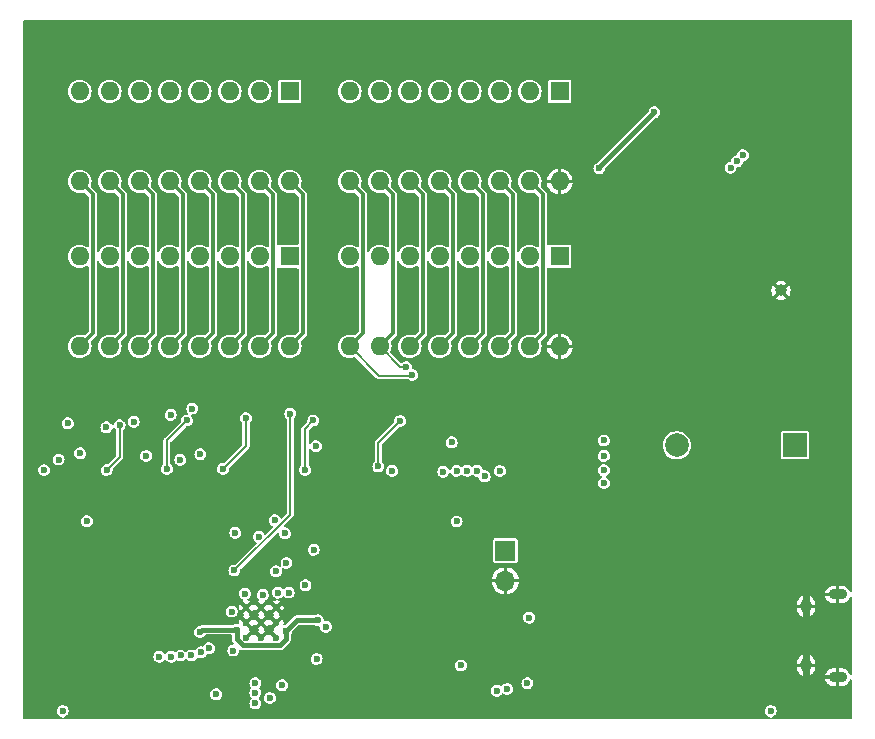
<source format=gbr>
%TF.GenerationSoftware,KiCad,Pcbnew,8.0.0-rc2*%
%TF.CreationDate,2024-02-11T10:46:37-08:00*%
%TF.ProjectId,fluke_884x_continuity_buzzer,666c756b-655f-4383-9834-785f636f6e74,REV1*%
%TF.SameCoordinates,Original*%
%TF.FileFunction,Copper,L4,Bot*%
%TF.FilePolarity,Positive*%
%FSLAX46Y46*%
G04 Gerber Fmt 4.6, Leading zero omitted, Abs format (unit mm)*
G04 Created by KiCad (PCBNEW 8.0.0-rc2) date 2024-02-11 10:46:37*
%MOMM*%
%LPD*%
G01*
G04 APERTURE LIST*
%TA.AperFunction,ComponentPad*%
%ADD10O,1.550000X0.890000*%
%TD*%
%TA.AperFunction,ComponentPad*%
%ADD11O,0.950000X1.250000*%
%TD*%
%TA.AperFunction,ComponentPad*%
%ADD12R,1.700000X1.700000*%
%TD*%
%TA.AperFunction,ComponentPad*%
%ADD13O,1.700000X1.700000*%
%TD*%
%TA.AperFunction,ComponentPad*%
%ADD14C,0.600000*%
%TD*%
%TA.AperFunction,ComponentPad*%
%ADD15R,2.000000X2.000000*%
%TD*%
%TA.AperFunction,ComponentPad*%
%ADD16C,2.000000*%
%TD*%
%TA.AperFunction,ComponentPad*%
%ADD17R,1.600000X1.600000*%
%TD*%
%TA.AperFunction,ComponentPad*%
%ADD18O,1.600000X1.600000*%
%TD*%
%TA.AperFunction,ComponentPad*%
%ADD19C,1.000000*%
%TD*%
%TA.AperFunction,ViaPad*%
%ADD20C,0.600000*%
%TD*%
%TA.AperFunction,Conductor*%
%ADD21C,0.400000*%
%TD*%
%TA.AperFunction,Conductor*%
%ADD22C,0.150000*%
%TD*%
%TA.AperFunction,Conductor*%
%ADD23C,0.300000*%
%TD*%
%TA.AperFunction,Conductor*%
%ADD24C,0.200000*%
%TD*%
%TA.AperFunction,Conductor*%
%ADD25C,0.600000*%
%TD*%
G04 APERTURE END LIST*
D10*
%TO.P,J3,6,Shield*%
%TO.N,GND*%
X69253600Y-48937500D03*
D11*
X66553600Y-49937500D03*
X66553600Y-54937500D03*
D10*
X69253600Y-55937500D03*
%TD*%
D12*
%TO.P,J2,1,Pin_1*%
%TO.N,/~{USB_BOOT}*%
X41123600Y-45225000D03*
D13*
%TO.P,J2,2,Pin_2*%
%TO.N,GND*%
X41123600Y-47765000D03*
%TD*%
D14*
%TO.P,U3,57,GND*%
%TO.N,GND*%
X19187400Y-52590400D03*
X20462400Y-52590400D03*
X21737400Y-52590400D03*
X19187400Y-51315400D03*
X20462400Y-51315400D03*
X21737400Y-51315400D03*
X19187400Y-50040400D03*
X20462400Y-50040400D03*
X21737400Y-50040400D03*
%TD*%
D15*
%TO.P,LS1,1,1*%
%TO.N,/GPIO28_ADC2*%
X65640000Y-36300000D03*
D16*
%TO.P,LS1,2,2*%
%TO.N,/GPIO29_ADC3*%
X55640000Y-36300000D03*
%TD*%
D17*
%TO.P,P204,1,Pin_1*%
%TO.N,/PDP*%
X22860000Y-6350000D03*
D18*
%TO.P,P204,2,Pin_2*%
%TO.N,/PS1*%
X20320000Y-6350000D03*
%TO.P,P204,3,Pin_3*%
%TO.N,/Pd*%
X17780000Y-6350000D03*
%TO.P,P204,4,Pin_4*%
%TO.N,/Pe*%
X15240000Y-6350000D03*
%TO.P,P204,5,Pin_5*%
%TO.N,/Pf*%
X12700000Y-6350000D03*
%TO.P,P204,6,Pin_6*%
%TO.N,/Pg*%
X10160000Y-6350000D03*
%TO.P,P204,7,Pin_7*%
%TO.N,/PS3*%
X7620000Y-6350000D03*
%TO.P,P204,8,Pin_8*%
%TO.N,/PS2*%
X5080000Y-6350000D03*
%TO.P,P204,9,Pin_9*%
%TO.N,/Pb*%
X5080000Y-13970000D03*
%TO.P,P204,10,Pin_10*%
%TO.N,/Pa*%
X7620000Y-13970000D03*
%TO.P,P204,11,Pin_11*%
%TO.N,/Pc*%
X10160000Y-13970000D03*
%TO.P,P204,12,Pin_12*%
%TO.N,/G0*%
X12700000Y-13970000D03*
%TO.P,P204,13,Pin_13*%
%TO.N,/G1*%
X15240000Y-13970000D03*
%TO.P,P204,14,Pin_14*%
%TO.N,/G4*%
X17780000Y-13970000D03*
%TO.P,P204,15,Pin_15*%
%TO.N,/G3*%
X20320000Y-13970000D03*
%TO.P,P204,16,Pin_16*%
%TO.N,/G2*%
X22860000Y-13970000D03*
%TD*%
D17*
%TO.P,J204,1,Pin_1*%
%TO.N,/PDP*%
X22860000Y-20320000D03*
D18*
%TO.P,J204,2,Pin_2*%
%TO.N,/PS1*%
X20320000Y-20320000D03*
%TO.P,J204,3,Pin_3*%
%TO.N,/Pd*%
X17780000Y-20320000D03*
%TO.P,J204,4,Pin_4*%
%TO.N,/Pe*%
X15240000Y-20320000D03*
%TO.P,J204,5,Pin_5*%
%TO.N,/Pf*%
X12700000Y-20320000D03*
%TO.P,J204,6,Pin_6*%
%TO.N,/Pg*%
X10160000Y-20320000D03*
%TO.P,J204,7,Pin_7*%
%TO.N,/PS3*%
X7620000Y-20320000D03*
%TO.P,J204,8,Pin_8*%
%TO.N,/PS2*%
X5080000Y-20320000D03*
%TO.P,J204,9,Pin_9*%
%TO.N,/Pb*%
X5080000Y-27940000D03*
%TO.P,J204,10,Pin_10*%
%TO.N,/Pa*%
X7620000Y-27940000D03*
%TO.P,J204,11,Pin_11*%
%TO.N,/Pc*%
X10160000Y-27940000D03*
%TO.P,J204,12,Pin_12*%
%TO.N,/G0*%
X12700000Y-27940000D03*
%TO.P,J204,13,Pin_13*%
%TO.N,/G1*%
X15240000Y-27940000D03*
%TO.P,J204,14,Pin_14*%
%TO.N,/G4*%
X17780000Y-27940000D03*
%TO.P,J204,15,Pin_15*%
%TO.N,/G3*%
X20320000Y-27940000D03*
%TO.P,J204,16,Pin_16*%
%TO.N,/G2*%
X22860000Y-27940000D03*
%TD*%
D17*
%TO.P,J203,1,Pin_1*%
%TO.N,/F1*%
X45720000Y-20320000D03*
D18*
%TO.P,J203,2,Pin_2*%
%TO.N,/F2*%
X43180000Y-20320000D03*
%TO.P,J203,3,Pin_3*%
%TO.N,/S2*%
X40640000Y-20320000D03*
%TO.P,J203,4,Pin_4*%
%TO.N,/S1*%
X38100000Y-20320000D03*
%TO.P,J203,5,Pin_5*%
%TO.N,/S0*%
X35560000Y-20320000D03*
%TO.P,J203,6,Pin_6*%
%TO.N,/G5*%
X33020000Y-20320000D03*
%TO.P,J203,7,Pin_7*%
%TO.N,/G7*%
X30480000Y-20320000D03*
%TO.P,J203,8,Pin_8*%
%TO.N,/G6*%
X27940000Y-20320000D03*
%TO.P,J203,9,Pin_9*%
%TO.N,/RL0*%
X27940000Y-27940000D03*
%TO.P,J203,10,Pin_10*%
%TO.N,/RL1*%
X30480000Y-27940000D03*
%TO.P,J203,11,Pin_11*%
%TO.N,/RL6*%
X33020000Y-27940000D03*
%TO.P,J203,12,Pin_12*%
%TO.N,/RL4*%
X35560000Y-27940000D03*
%TO.P,J203,13,Pin_13*%
%TO.N,/RL2*%
X38100000Y-27940000D03*
%TO.P,J203,14,Pin_14*%
%TO.N,/RL5*%
X40640000Y-27940000D03*
%TO.P,J203,15,Pin_15*%
%TO.N,/RL3*%
X43180000Y-27940000D03*
%TO.P,J203,16,Pin_16*%
%TO.N,GND*%
X45720000Y-27940000D03*
%TD*%
D19*
%TO.P,TP1,1,1*%
%TO.N,GND*%
X64460000Y-23200000D03*
%TD*%
D17*
%TO.P,P203,1,Pin_1*%
%TO.N,/F1*%
X45720000Y-6350000D03*
D18*
%TO.P,P203,2,Pin_2*%
%TO.N,/F2*%
X43180000Y-6350000D03*
%TO.P,P203,3,Pin_3*%
%TO.N,/S2*%
X40640000Y-6350000D03*
%TO.P,P203,4,Pin_4*%
%TO.N,/S1*%
X38100000Y-6350000D03*
%TO.P,P203,5,Pin_5*%
%TO.N,/S0*%
X35560000Y-6350000D03*
%TO.P,P203,6,Pin_6*%
%TO.N,/G5*%
X33020000Y-6350000D03*
%TO.P,P203,7,Pin_7*%
%TO.N,/G7*%
X30480000Y-6350000D03*
%TO.P,P203,8,Pin_8*%
%TO.N,/G6*%
X27940000Y-6350000D03*
%TO.P,P203,9,Pin_9*%
%TO.N,/RL0*%
X27940000Y-13970000D03*
%TO.P,P203,10,Pin_10*%
%TO.N,/RL1*%
X30480000Y-13970000D03*
%TO.P,P203,11,Pin_11*%
%TO.N,/RL6*%
X33020000Y-13970000D03*
%TO.P,P203,12,Pin_12*%
%TO.N,/RL4*%
X35560000Y-13970000D03*
%TO.P,P203,13,Pin_13*%
%TO.N,/RL2*%
X38100000Y-13970000D03*
%TO.P,P203,14,Pin_14*%
%TO.N,/RL5*%
X40640000Y-13970000D03*
%TO.P,P203,15,Pin_15*%
%TO.N,/RL3*%
X43180000Y-13970000D03*
%TO.P,P203,16,Pin_16*%
%TO.N,GND*%
X45720000Y-13970000D03*
%TD*%
D20*
%TO.N,/GPIO26_ADC0*%
X43140000Y-50900000D03*
X42990000Y-56450000D03*
%TO.N,PF_3V*%
X16637400Y-57395700D03*
X19953600Y-56450000D03*
X13598600Y-37545500D03*
%TO.N,+5V*%
X53740000Y-8100000D03*
X49090000Y-12850000D03*
%TO.N,/VBUS*%
X63590000Y-58800000D03*
X3640000Y-58800000D03*
%TO.N,RL6_3V*%
X36573000Y-36062100D03*
X20578500Y-48966200D03*
%TO.N,RL5_3V*%
X38739000Y-38469300D03*
X22591400Y-46269400D03*
%TO.N,RL4_3V*%
X36991000Y-38463700D03*
X21702700Y-46983800D03*
%TO.N,RL3_3V*%
X22777300Y-48775700D03*
X39365000Y-38932000D03*
%TO.N,RL2_3V*%
X37897000Y-38455800D03*
X21884700Y-48771300D03*
%TO.N,RL1_3V*%
X22451600Y-43757900D03*
X35877000Y-38544700D03*
%TO.N,RL0_3V*%
X19062400Y-48862300D03*
X31542000Y-38474200D03*
%TO.N,/GPIO28_ADC2*%
X41280000Y-56939500D03*
%TO.N,/GPIO27_ADC1*%
X22226900Y-56614500D03*
X40665000Y-38477700D03*
%TO.N,/GPIO29_ADC3*%
X40392000Y-57084700D03*
%TO.N,PS3_3V*%
X5696500Y-42730800D03*
X13623600Y-54100000D03*
%TO.N,PS2_3V*%
X11823600Y-54200000D03*
X3292200Y-37515700D03*
%TO.N,PG_3V*%
X15352700Y-53835400D03*
X9660000Y-34300000D03*
%TO.N,PE_3V*%
X21190000Y-57700000D03*
X14612600Y-33193200D03*
%TO.N,PC_3V*%
X10716000Y-37207400D03*
X16023600Y-53500000D03*
%TO.N,PB_3V*%
X12823600Y-54200000D03*
X5116900Y-36986400D03*
%TO.N,PA_3V*%
X7349100Y-34783000D03*
X14523600Y-54100000D03*
%TO.N,G6_3V*%
X18262400Y-43721600D03*
X25081400Y-36376900D03*
%TO.N,G2_3V*%
X18179600Y-46904800D03*
X22911000Y-33620400D03*
%TO.N,G1_3V*%
X15297100Y-37059800D03*
X19953600Y-58150000D03*
%TO.N,G0_3V*%
X12787400Y-33726900D03*
X19953600Y-57250000D03*
%TO.N,/RL1*%
X32740000Y-29700000D03*
%TO.N,/RL0*%
X33240000Y-30350000D03*
%TO.N,/QSPI_SS*%
X24199500Y-48149800D03*
X36992000Y-42755500D03*
%TO.N,GND*%
X9062400Y-50105400D03*
X57060000Y-23600000D03*
X34225000Y-56050000D03*
X13632900Y-48394400D03*
X11462400Y-46489400D03*
X13505900Y-50870900D03*
X31263000Y-42115400D03*
X19603600Y-43450000D03*
X11473900Y-52077400D03*
X34225000Y-55050000D03*
X67854000Y-51340200D03*
X12680400Y-52815400D03*
X58460000Y-23600000D03*
X5362400Y-56805400D03*
X62210000Y-19000000D03*
X59760000Y-22100000D03*
X37663000Y-46015400D03*
X64404000Y-51137500D03*
X33962000Y-34390400D03*
X9062400Y-48115400D03*
X9062400Y-41405400D03*
X29262000Y-51315400D03*
X59760000Y-23600000D03*
X23823600Y-44800000D03*
X12680400Y-51696400D03*
X28262000Y-55315400D03*
X57060000Y-22100000D03*
X28262000Y-54315400D03*
X9062400Y-56805400D03*
X58460000Y-22100000D03*
X29262000Y-50315400D03*
X7562400Y-49205400D03*
X61260000Y-23600000D03*
X67754000Y-54777900D03*
X19023600Y-58200000D03*
X5930600Y-41405400D03*
X61260000Y-22100000D03*
%TO.N,+3V3*%
X30360000Y-38100000D03*
X25920400Y-51665400D03*
X37360000Y-54950000D03*
X8460000Y-34600000D03*
X12460000Y-38300000D03*
X24160000Y-38400000D03*
X17235000Y-38300000D03*
X24890000Y-45150000D03*
X7360000Y-38400000D03*
X17944800Y-50378800D03*
X19160000Y-34000000D03*
X32210000Y-34250000D03*
X2060000Y-38400000D03*
X21590000Y-42650000D03*
X24860000Y-34200000D03*
X49460000Y-35900000D03*
X49460000Y-37200000D03*
X18097100Y-53680800D03*
X20240000Y-44050000D03*
X49460000Y-38400000D03*
X49460000Y-39500000D03*
X14160000Y-34200000D03*
X25140000Y-54400000D03*
%TO.N,+1V1*%
X25262400Y-51115400D03*
X15262400Y-52115400D03*
X18362400Y-51915400D03*
X22562400Y-52015400D03*
%TO.N,Net-(D1-K)*%
X4090000Y-34450000D03*
X61240000Y-11750000D03*
X60190000Y-12800000D03*
X60740000Y-12250000D03*
%TD*%
D21*
%TO.N,+5V*%
X49090000Y-12750000D02*
X53740000Y-8100000D01*
X49090000Y-12850000D02*
X49090000Y-12750000D01*
D22*
%TO.N,G2_3V*%
X22911000Y-42173400D02*
X18179600Y-46904800D01*
X22911000Y-33620400D02*
X22911000Y-42173400D01*
D23*
%TO.N,/G2*%
X23960000Y-26840000D02*
X22860000Y-27940000D01*
X23960000Y-15070000D02*
X23960000Y-26840000D01*
X22860000Y-13970000D02*
X23960000Y-15070000D01*
%TO.N,/G3*%
X21420000Y-26840000D02*
X20320000Y-27940000D01*
X21420000Y-15070000D02*
X21420000Y-26840000D01*
X20320000Y-13970000D02*
X21420000Y-15070000D01*
%TO.N,/G4*%
X18880000Y-26840000D02*
X17780000Y-27940000D01*
X18880000Y-15070000D02*
X18880000Y-26840000D01*
X17780000Y-13970000D02*
X18880000Y-15070000D01*
%TO.N,/G1*%
X16340000Y-26840000D02*
X15240000Y-27940000D01*
X16340000Y-15070000D02*
X16340000Y-26840000D01*
X15240000Y-13970000D02*
X16340000Y-15070000D01*
%TO.N,/G0*%
X13800000Y-26840000D02*
X12700000Y-27940000D01*
X13800000Y-15070000D02*
X13800000Y-26840000D01*
X12700000Y-13970000D02*
X13800000Y-15070000D01*
%TO.N,/Pc*%
X11260000Y-26840000D02*
X10160000Y-27940000D01*
X11260000Y-15070000D02*
X11260000Y-26840000D01*
X10160000Y-13970000D02*
X11260000Y-15070000D01*
%TO.N,/Pa*%
X8720000Y-26840000D02*
X7620000Y-27940000D01*
X8720000Y-15070000D02*
X8720000Y-26840000D01*
X7620000Y-13970000D02*
X8720000Y-15070000D01*
%TO.N,/Pb*%
X6180000Y-26840000D02*
X5080000Y-27940000D01*
X6180000Y-15070000D02*
X6180000Y-26840000D01*
X5080000Y-13970000D02*
X6180000Y-15070000D01*
%TO.N,/RL3*%
X44280000Y-26840000D02*
X43180000Y-27940000D01*
X44280000Y-15070000D02*
X44280000Y-26840000D01*
X43180000Y-13970000D02*
X44280000Y-15070000D01*
%TO.N,/RL5*%
X41740000Y-26840000D02*
X40640000Y-27940000D01*
X41740000Y-15070000D02*
X41740000Y-26840000D01*
X40640000Y-13970000D02*
X41740000Y-15070000D01*
%TO.N,/RL2*%
X39200000Y-26840000D02*
X38100000Y-27940000D01*
X39200000Y-15070000D02*
X39200000Y-26840000D01*
X38100000Y-13970000D02*
X39200000Y-15070000D01*
%TO.N,/RL4*%
X36660000Y-26840000D02*
X35560000Y-27940000D01*
X36660000Y-15070000D02*
X36660000Y-26840000D01*
X35560000Y-13970000D02*
X36660000Y-15070000D01*
%TO.N,/RL6*%
X34120000Y-26840000D02*
X33020000Y-27940000D01*
X34120000Y-15070000D02*
X34120000Y-26840000D01*
X33020000Y-13970000D02*
X34120000Y-15070000D01*
%TO.N,/RL1*%
X31580000Y-26840000D02*
X30480000Y-27940000D01*
X31580000Y-15070000D02*
X31580000Y-26840000D01*
X30480000Y-13970000D02*
X31580000Y-15070000D01*
D22*
X32240000Y-29700000D02*
X30480000Y-27940000D01*
X32740000Y-29700000D02*
X32240000Y-29700000D01*
D24*
%TO.N,/RL0*%
X30400000Y-30400000D02*
X33240000Y-30400000D01*
X27940000Y-27940000D02*
X30400000Y-30400000D01*
D22*
X33240000Y-30350000D02*
X33240000Y-30400000D01*
D23*
X29040000Y-26840000D02*
X27940000Y-27940000D01*
X29040000Y-15070000D02*
X29040000Y-26840000D01*
X27940000Y-13970000D02*
X29040000Y-15070000D01*
D25*
%TO.N,GND*%
X66579000Y-57037500D02*
X66579000Y-47837500D01*
D24*
%TO.N,+3V3*%
X19160000Y-36375000D02*
X19160000Y-34000000D01*
X17235000Y-38300000D02*
X19160000Y-36375000D01*
X8460000Y-37300000D02*
X8460000Y-34600000D01*
X7360000Y-38400000D02*
X8460000Y-37300000D01*
X24160000Y-34900000D02*
X24160000Y-38400000D01*
X24860000Y-34200000D02*
X24160000Y-34900000D01*
X30360000Y-36100000D02*
X30360000Y-38100000D01*
X32210000Y-34250000D02*
X30360000Y-36100000D01*
X12460000Y-35900000D02*
X12460000Y-38300000D01*
X14160000Y-34200000D02*
X12460000Y-35900000D01*
D21*
%TO.N,+1V1*%
X18352400Y-51905400D02*
X18362400Y-51915400D01*
X15472400Y-51905400D02*
X18352400Y-51905400D01*
X15262400Y-52115400D02*
X15472400Y-51905400D01*
X22562400Y-52005400D02*
X22562400Y-52015400D01*
X23452400Y-51115400D02*
X22562400Y-52005400D01*
X25262400Y-51115400D02*
X23452400Y-51115400D01*
X22562400Y-52695400D02*
X22562400Y-52015400D01*
X22017400Y-53240400D02*
X22562400Y-52695400D01*
X18918100Y-53240400D02*
X22017400Y-53240400D01*
X18362400Y-52684600D02*
X18918100Y-53240400D01*
X18362400Y-51915400D02*
X18362400Y-52684600D01*
%TD*%
%TA.AperFunction,Conductor*%
%TO.N,GND*%
G36*
X70438691Y-319407D02*
G01*
X70474655Y-368907D01*
X70479500Y-399500D01*
X70479500Y-48655908D01*
X70460593Y-48714099D01*
X70411093Y-48750063D01*
X70349907Y-48750063D01*
X70300407Y-48714099D01*
X70289036Y-48693793D01*
X70243812Y-48584612D01*
X70243812Y-48584611D01*
X70162279Y-48462590D01*
X70058509Y-48358820D01*
X69936487Y-48277287D01*
X69800909Y-48221130D01*
X69656978Y-48192500D01*
X69403601Y-48192500D01*
X69403600Y-48192501D01*
X69403600Y-48687500D01*
X69103600Y-48687500D01*
X69103600Y-48192501D01*
X69103599Y-48192500D01*
X68850221Y-48192500D01*
X68706291Y-48221130D01*
X68706289Y-48221130D01*
X68570712Y-48277287D01*
X68570711Y-48277287D01*
X68448690Y-48358820D01*
X68344920Y-48462590D01*
X68263387Y-48584611D01*
X68263387Y-48584612D01*
X68207230Y-48720189D01*
X68193841Y-48787500D01*
X68725046Y-48787500D01*
X68716660Y-48795886D01*
X68678600Y-48887772D01*
X68678600Y-48987228D01*
X68716660Y-49079114D01*
X68725046Y-49087500D01*
X68193841Y-49087500D01*
X68207230Y-49154810D01*
X68263387Y-49290387D01*
X68263387Y-49290388D01*
X68344920Y-49412409D01*
X68448690Y-49516179D01*
X68570712Y-49597712D01*
X68706290Y-49653869D01*
X68850221Y-49682499D01*
X68850225Y-49682500D01*
X69103599Y-49682500D01*
X69103600Y-49682499D01*
X69103600Y-49187500D01*
X69403600Y-49187500D01*
X69403600Y-49682499D01*
X69403601Y-49682500D01*
X69656975Y-49682500D01*
X69656978Y-49682499D01*
X69800908Y-49653869D01*
X69800910Y-49653869D01*
X69936487Y-49597712D01*
X69936488Y-49597712D01*
X70058509Y-49516179D01*
X70162279Y-49412409D01*
X70243812Y-49290388D01*
X70243812Y-49290387D01*
X70289036Y-49181206D01*
X70328772Y-49134680D01*
X70388267Y-49120396D01*
X70444795Y-49143810D01*
X70476764Y-49195979D01*
X70479500Y-49219091D01*
X70479500Y-55655908D01*
X70460593Y-55714099D01*
X70411093Y-55750063D01*
X70349907Y-55750063D01*
X70300407Y-55714099D01*
X70289036Y-55693793D01*
X70243812Y-55584612D01*
X70243812Y-55584611D01*
X70162279Y-55462590D01*
X70058509Y-55358820D01*
X69936487Y-55277287D01*
X69800909Y-55221130D01*
X69656978Y-55192500D01*
X69403601Y-55192500D01*
X69403600Y-55192501D01*
X69403600Y-55687500D01*
X69103600Y-55687500D01*
X69103600Y-55192501D01*
X69103599Y-55192500D01*
X68850221Y-55192500D01*
X68706291Y-55221130D01*
X68706289Y-55221130D01*
X68570712Y-55277287D01*
X68570711Y-55277287D01*
X68448690Y-55358820D01*
X68344920Y-55462590D01*
X68263387Y-55584611D01*
X68263387Y-55584612D01*
X68207230Y-55720189D01*
X68193841Y-55787500D01*
X68725046Y-55787500D01*
X68716660Y-55795886D01*
X68678600Y-55887772D01*
X68678600Y-55987228D01*
X68716660Y-56079114D01*
X68725046Y-56087500D01*
X68193841Y-56087500D01*
X68207230Y-56154810D01*
X68263387Y-56290387D01*
X68263387Y-56290388D01*
X68344920Y-56412409D01*
X68448690Y-56516179D01*
X68570712Y-56597712D01*
X68706290Y-56653869D01*
X68850221Y-56682499D01*
X68850225Y-56682500D01*
X69103599Y-56682500D01*
X69103600Y-56682499D01*
X69103600Y-56187500D01*
X69403600Y-56187500D01*
X69403600Y-56682499D01*
X69403601Y-56682500D01*
X69656975Y-56682500D01*
X69656978Y-56682499D01*
X69800908Y-56653869D01*
X69800910Y-56653869D01*
X69936487Y-56597712D01*
X69936488Y-56597712D01*
X70058509Y-56516179D01*
X70162279Y-56412409D01*
X70243812Y-56290388D01*
X70243812Y-56290387D01*
X70289036Y-56181206D01*
X70328772Y-56134680D01*
X70388267Y-56120396D01*
X70444795Y-56143810D01*
X70476764Y-56195979D01*
X70479500Y-56219091D01*
X70479500Y-59384100D01*
X70460593Y-59442291D01*
X70411093Y-59478255D01*
X70380500Y-59483100D01*
X63728643Y-59483100D01*
X63670452Y-59464193D01*
X63634488Y-59414693D01*
X63634488Y-59353507D01*
X63670452Y-59304007D01*
X63700752Y-59289110D01*
X63800053Y-59259953D01*
X63921128Y-59182143D01*
X64015377Y-59073373D01*
X64075165Y-58942457D01*
X64095647Y-58800000D01*
X64075165Y-58657543D01*
X64015377Y-58526627D01*
X63921128Y-58417857D01*
X63921127Y-58417856D01*
X63921126Y-58417855D01*
X63800057Y-58340049D01*
X63800054Y-58340047D01*
X63800053Y-58340047D01*
X63800050Y-58340046D01*
X63661964Y-58299500D01*
X63661961Y-58299500D01*
X63518039Y-58299500D01*
X63518035Y-58299500D01*
X63379949Y-58340046D01*
X63379942Y-58340049D01*
X63258873Y-58417855D01*
X63164622Y-58526628D01*
X63104834Y-58657543D01*
X63084353Y-58799997D01*
X63084353Y-58800002D01*
X63104834Y-58942456D01*
X63164622Y-59073371D01*
X63164623Y-59073373D01*
X63258872Y-59182143D01*
X63258873Y-59182144D01*
X63379942Y-59259950D01*
X63379947Y-59259953D01*
X63479248Y-59289110D01*
X63529755Y-59323646D01*
X63550317Y-59381273D01*
X63533079Y-59439980D01*
X63484626Y-59477343D01*
X63451357Y-59483100D01*
X3778643Y-59483100D01*
X3720452Y-59464193D01*
X3684488Y-59414693D01*
X3684488Y-59353507D01*
X3720452Y-59304007D01*
X3750752Y-59289110D01*
X3850053Y-59259953D01*
X3971128Y-59182143D01*
X4065377Y-59073373D01*
X4125165Y-58942457D01*
X4145647Y-58800000D01*
X4125165Y-58657543D01*
X4065377Y-58526627D01*
X3971128Y-58417857D01*
X3971127Y-58417856D01*
X3971126Y-58417855D01*
X3850057Y-58340049D01*
X3850054Y-58340047D01*
X3850053Y-58340047D01*
X3850050Y-58340046D01*
X3711964Y-58299500D01*
X3711961Y-58299500D01*
X3568039Y-58299500D01*
X3568035Y-58299500D01*
X3429949Y-58340046D01*
X3429942Y-58340049D01*
X3308873Y-58417855D01*
X3214622Y-58526628D01*
X3154834Y-58657543D01*
X3134353Y-58799997D01*
X3134353Y-58800002D01*
X3154834Y-58942456D01*
X3214622Y-59073371D01*
X3214623Y-59073373D01*
X3308872Y-59182143D01*
X3308873Y-59182144D01*
X3429942Y-59259950D01*
X3429947Y-59259953D01*
X3529248Y-59289110D01*
X3579755Y-59323646D01*
X3600317Y-59381273D01*
X3583079Y-59439980D01*
X3534626Y-59477343D01*
X3501357Y-59483100D01*
X399500Y-59483100D01*
X341309Y-59464193D01*
X305345Y-59414693D01*
X300500Y-59384100D01*
X300500Y-58150002D01*
X19447953Y-58150002D01*
X19468434Y-58292456D01*
X19525703Y-58417855D01*
X19528223Y-58423373D01*
X19617693Y-58526628D01*
X19622473Y-58532144D01*
X19743542Y-58609950D01*
X19743547Y-58609953D01*
X19850003Y-58641211D01*
X19881635Y-58650499D01*
X19881636Y-58650499D01*
X19881639Y-58650500D01*
X19881641Y-58650500D01*
X20025559Y-58650500D01*
X20025561Y-58650500D01*
X20163653Y-58609953D01*
X20284728Y-58532143D01*
X20378977Y-58423373D01*
X20438765Y-58292457D01*
X20451986Y-58200500D01*
X20459247Y-58150002D01*
X20459247Y-58149997D01*
X20438765Y-58007543D01*
X20423159Y-57973371D01*
X20378977Y-57876627D01*
X20284728Y-57767857D01*
X20282106Y-57764831D01*
X20258288Y-57708472D01*
X20260258Y-57700002D01*
X20684353Y-57700002D01*
X20704834Y-57842456D01*
X20729378Y-57896199D01*
X20764623Y-57973373D01*
X20858872Y-58082143D01*
X20858873Y-58082144D01*
X20964463Y-58150002D01*
X20979947Y-58159953D01*
X21086403Y-58191211D01*
X21118035Y-58200499D01*
X21118036Y-58200499D01*
X21118039Y-58200500D01*
X21118041Y-58200500D01*
X21261959Y-58200500D01*
X21261961Y-58200500D01*
X21400053Y-58159953D01*
X21521128Y-58082143D01*
X21615377Y-57973373D01*
X21675165Y-57842457D01*
X21695647Y-57700000D01*
X21691200Y-57669073D01*
X21675165Y-57557543D01*
X21659559Y-57523371D01*
X21615377Y-57426627D01*
X21521128Y-57317857D01*
X21521127Y-57317856D01*
X21521126Y-57317855D01*
X21400057Y-57240049D01*
X21400054Y-57240047D01*
X21400053Y-57240047D01*
X21400050Y-57240046D01*
X21261964Y-57199500D01*
X21261961Y-57199500D01*
X21118039Y-57199500D01*
X21118035Y-57199500D01*
X20979949Y-57240046D01*
X20979942Y-57240049D01*
X20858873Y-57317855D01*
X20764622Y-57426628D01*
X20704834Y-57557543D01*
X20684353Y-57699997D01*
X20684353Y-57700002D01*
X20260258Y-57700002D01*
X20272147Y-57648876D01*
X20282106Y-57635169D01*
X20325404Y-57585200D01*
X20378977Y-57523373D01*
X20438765Y-57392457D01*
X20459247Y-57250000D01*
X20457816Y-57240049D01*
X20438765Y-57107543D01*
X20423652Y-57074450D01*
X20378977Y-56976627D01*
X20325428Y-56914828D01*
X20301612Y-56858473D01*
X20315470Y-56798877D01*
X20325420Y-56785180D01*
X20378977Y-56723373D01*
X20428697Y-56614502D01*
X21721253Y-56614502D01*
X21741734Y-56756956D01*
X21776072Y-56832144D01*
X21801523Y-56887873D01*
X21878428Y-56976627D01*
X21895773Y-56996644D01*
X22016842Y-57074450D01*
X22016847Y-57074453D01*
X22123303Y-57105711D01*
X22154935Y-57114999D01*
X22154936Y-57114999D01*
X22154939Y-57115000D01*
X22154941Y-57115000D01*
X22298859Y-57115000D01*
X22298861Y-57115000D01*
X22402048Y-57084702D01*
X39886353Y-57084702D01*
X39906834Y-57227156D01*
X39917267Y-57250000D01*
X39966623Y-57358073D01*
X40002479Y-57399453D01*
X40060873Y-57466844D01*
X40171837Y-57538156D01*
X40181947Y-57544653D01*
X40288403Y-57575911D01*
X40320035Y-57585199D01*
X40320036Y-57585199D01*
X40320039Y-57585200D01*
X40320041Y-57585200D01*
X40463959Y-57585200D01*
X40463961Y-57585200D01*
X40602053Y-57544653D01*
X40723128Y-57466843D01*
X40817377Y-57358073D01*
X40817380Y-57358065D01*
X40818852Y-57355776D01*
X40820618Y-57354331D01*
X40822013Y-57352722D01*
X40822291Y-57352963D01*
X40866215Y-57317041D01*
X40927300Y-57313542D01*
X40955664Y-57326008D01*
X41064102Y-57395697D01*
X41069947Y-57399453D01*
X41162494Y-57426627D01*
X41208035Y-57439999D01*
X41208036Y-57439999D01*
X41208039Y-57440000D01*
X41208041Y-57440000D01*
X41351959Y-57440000D01*
X41351961Y-57440000D01*
X41490053Y-57399453D01*
X41611128Y-57321643D01*
X41705377Y-57212873D01*
X41765165Y-57081957D01*
X41780309Y-56976626D01*
X41785647Y-56939502D01*
X41785647Y-56939497D01*
X41765165Y-56797043D01*
X41746858Y-56756956D01*
X41705377Y-56666127D01*
X41611128Y-56557357D01*
X41611127Y-56557356D01*
X41611126Y-56557355D01*
X41490057Y-56479549D01*
X41490054Y-56479547D01*
X41490053Y-56479547D01*
X41490050Y-56479546D01*
X41389433Y-56450002D01*
X42484353Y-56450002D01*
X42504834Y-56592456D01*
X42557220Y-56707163D01*
X42564623Y-56723373D01*
X42618170Y-56785170D01*
X42658873Y-56832144D01*
X42779942Y-56909950D01*
X42779947Y-56909953D01*
X42867801Y-56935749D01*
X42918035Y-56950499D01*
X42918036Y-56950499D01*
X42918039Y-56950500D01*
X42918041Y-56950500D01*
X43061959Y-56950500D01*
X43061961Y-56950500D01*
X43200053Y-56909953D01*
X43321128Y-56832143D01*
X43415377Y-56723373D01*
X43475165Y-56592457D01*
X43495647Y-56450000D01*
X43494065Y-56439000D01*
X43475165Y-56307543D01*
X43434770Y-56219091D01*
X43415377Y-56176627D01*
X43321128Y-56067857D01*
X43321127Y-56067856D01*
X43321126Y-56067855D01*
X43200057Y-55990049D01*
X43200054Y-55990047D01*
X43200053Y-55990047D01*
X43200050Y-55990046D01*
X43061964Y-55949500D01*
X43061961Y-55949500D01*
X42918039Y-55949500D01*
X42918035Y-55949500D01*
X42779949Y-55990046D01*
X42779942Y-55990049D01*
X42658873Y-56067855D01*
X42564622Y-56176628D01*
X42504834Y-56307543D01*
X42484353Y-56449997D01*
X42484353Y-56450002D01*
X41389433Y-56450002D01*
X41351964Y-56439000D01*
X41351961Y-56439000D01*
X41208039Y-56439000D01*
X41208035Y-56439000D01*
X41069949Y-56479546D01*
X41069942Y-56479549D01*
X40948873Y-56557355D01*
X40854619Y-56666132D01*
X40853139Y-56668435D01*
X40851371Y-56669879D01*
X40849987Y-56671478D01*
X40849710Y-56671238D01*
X40805771Y-56707163D01*
X40744685Y-56710653D01*
X40716335Y-56698191D01*
X40602057Y-56624749D01*
X40602054Y-56624747D01*
X40602053Y-56624747D01*
X40602050Y-56624746D01*
X40463964Y-56584200D01*
X40463961Y-56584200D01*
X40320039Y-56584200D01*
X40320035Y-56584200D01*
X40181949Y-56624746D01*
X40181942Y-56624749D01*
X40060873Y-56702555D01*
X39966622Y-56811328D01*
X39906834Y-56942243D01*
X39886353Y-57084697D01*
X39886353Y-57084702D01*
X22402048Y-57084702D01*
X22436953Y-57074453D01*
X22558028Y-56996643D01*
X22652277Y-56887873D01*
X22712065Y-56756957D01*
X22724355Y-56671478D01*
X22732547Y-56614502D01*
X22732547Y-56614497D01*
X22712065Y-56472043D01*
X22701997Y-56449997D01*
X22652277Y-56341127D01*
X22558028Y-56232357D01*
X22558027Y-56232356D01*
X22558026Y-56232355D01*
X22436957Y-56154549D01*
X22436954Y-56154547D01*
X22436953Y-56154547D01*
X22436950Y-56154546D01*
X22298864Y-56114000D01*
X22298861Y-56114000D01*
X22154939Y-56114000D01*
X22154935Y-56114000D01*
X22016849Y-56154546D01*
X22016842Y-56154549D01*
X21895773Y-56232355D01*
X21801522Y-56341128D01*
X21741734Y-56472043D01*
X21721253Y-56614497D01*
X21721253Y-56614502D01*
X20428697Y-56614502D01*
X20438765Y-56592457D01*
X20459247Y-56450000D01*
X20457665Y-56439000D01*
X20438765Y-56307543D01*
X20398370Y-56219091D01*
X20378977Y-56176627D01*
X20284728Y-56067857D01*
X20284727Y-56067856D01*
X20284726Y-56067855D01*
X20163657Y-55990049D01*
X20163654Y-55990047D01*
X20163653Y-55990047D01*
X20163650Y-55990046D01*
X20025564Y-55949500D01*
X20025561Y-55949500D01*
X19881639Y-55949500D01*
X19881635Y-55949500D01*
X19743549Y-55990046D01*
X19743542Y-55990049D01*
X19622473Y-56067855D01*
X19528222Y-56176628D01*
X19468434Y-56307543D01*
X19447953Y-56449997D01*
X19447953Y-56450002D01*
X19468434Y-56592456D01*
X19528223Y-56723373D01*
X19581769Y-56785170D01*
X19605586Y-56841529D01*
X19591727Y-56901124D01*
X19581769Y-56914830D01*
X19528223Y-56976626D01*
X19468434Y-57107543D01*
X19447953Y-57249997D01*
X19447953Y-57250002D01*
X19468434Y-57392456D01*
X19528222Y-57523371D01*
X19528223Y-57523373D01*
X19581795Y-57585199D01*
X19625094Y-57635169D01*
X19648911Y-57691529D01*
X19635052Y-57751124D01*
X19625094Y-57764831D01*
X19528222Y-57876628D01*
X19468434Y-58007543D01*
X19447953Y-58149997D01*
X19447953Y-58150002D01*
X300500Y-58150002D01*
X300500Y-57395702D01*
X16131753Y-57395702D01*
X16152234Y-57538156D01*
X16173719Y-57585200D01*
X16212023Y-57669073D01*
X16283120Y-57751124D01*
X16306273Y-57777844D01*
X16427342Y-57855650D01*
X16427347Y-57855653D01*
X16533803Y-57886911D01*
X16565435Y-57896199D01*
X16565436Y-57896199D01*
X16565439Y-57896200D01*
X16565441Y-57896200D01*
X16709359Y-57896200D01*
X16709361Y-57896200D01*
X16847453Y-57855653D01*
X16968528Y-57777843D01*
X17062777Y-57669073D01*
X17122565Y-57538157D01*
X17138600Y-57426628D01*
X17143047Y-57395702D01*
X17143047Y-57395697D01*
X17122565Y-57253243D01*
X17116539Y-57240049D01*
X17062777Y-57122327D01*
X16968528Y-57013557D01*
X16968527Y-57013556D01*
X16968526Y-57013555D01*
X16847457Y-56935749D01*
X16847454Y-56935747D01*
X16847453Y-56935747D01*
X16847450Y-56935746D01*
X16709364Y-56895200D01*
X16709361Y-56895200D01*
X16565439Y-56895200D01*
X16565435Y-56895200D01*
X16427349Y-56935746D01*
X16427342Y-56935749D01*
X16306273Y-57013555D01*
X16212022Y-57122328D01*
X16152234Y-57253243D01*
X16131753Y-57395697D01*
X16131753Y-57395702D01*
X300500Y-57395702D01*
X300500Y-54950002D01*
X36854353Y-54950002D01*
X36874834Y-55092456D01*
X36920524Y-55192501D01*
X36934623Y-55223373D01*
X37028872Y-55332143D01*
X37028873Y-55332144D01*
X37149942Y-55409950D01*
X37149947Y-55409953D01*
X37256403Y-55441211D01*
X37288035Y-55450499D01*
X37288036Y-55450499D01*
X37288039Y-55450500D01*
X37288041Y-55450500D01*
X37431959Y-55450500D01*
X37431961Y-55450500D01*
X37570053Y-55409953D01*
X37691128Y-55332143D01*
X37785377Y-55223373D01*
X37812568Y-55163833D01*
X65778600Y-55163833D01*
X65808383Y-55313558D01*
X65808383Y-55313560D01*
X65866802Y-55454597D01*
X65951615Y-55581530D01*
X66059569Y-55689484D01*
X66186502Y-55774297D01*
X66327540Y-55832716D01*
X66403600Y-55847846D01*
X66403600Y-55323026D01*
X66498899Y-55362500D01*
X66608301Y-55362500D01*
X66703600Y-55323026D01*
X66703600Y-55847845D01*
X66779658Y-55832716D01*
X66779660Y-55832716D01*
X66920697Y-55774297D01*
X67047630Y-55689484D01*
X67155584Y-55581530D01*
X67240397Y-55454597D01*
X67298816Y-55313560D01*
X67298816Y-55313558D01*
X67328599Y-55163833D01*
X67328600Y-55163829D01*
X67328600Y-55087501D01*
X67328599Y-55087500D01*
X66828600Y-55087500D01*
X66828600Y-54787500D01*
X67328599Y-54787500D01*
X67328600Y-54787499D01*
X67328600Y-54711170D01*
X67328599Y-54711166D01*
X67298816Y-54561441D01*
X67298816Y-54561439D01*
X67240397Y-54420402D01*
X67155584Y-54293469D01*
X67047630Y-54185515D01*
X66920699Y-54100703D01*
X66779659Y-54042283D01*
X66703600Y-54027153D01*
X66703600Y-54551973D01*
X66608301Y-54512500D01*
X66498899Y-54512500D01*
X66403600Y-54551973D01*
X66403600Y-54027153D01*
X66327540Y-54042283D01*
X66186500Y-54100703D01*
X66059569Y-54185515D01*
X65951615Y-54293469D01*
X65866802Y-54420402D01*
X65808383Y-54561439D01*
X65808383Y-54561441D01*
X65778600Y-54711166D01*
X65778600Y-54787499D01*
X65778601Y-54787500D01*
X66278600Y-54787500D01*
X66278600Y-55087500D01*
X65778601Y-55087500D01*
X65778600Y-55087501D01*
X65778600Y-55163833D01*
X37812568Y-55163833D01*
X37845165Y-55092457D01*
X37865647Y-54950000D01*
X37845165Y-54807543D01*
X37785377Y-54676627D01*
X37691128Y-54567857D01*
X37691127Y-54567856D01*
X37691126Y-54567855D01*
X37570057Y-54490049D01*
X37570054Y-54490047D01*
X37570053Y-54490047D01*
X37543138Y-54482144D01*
X37431964Y-54449500D01*
X37431961Y-54449500D01*
X37288039Y-54449500D01*
X37288035Y-54449500D01*
X37149949Y-54490046D01*
X37149942Y-54490049D01*
X37028873Y-54567855D01*
X36934622Y-54676628D01*
X36874834Y-54807543D01*
X36854353Y-54949997D01*
X36854353Y-54950002D01*
X300500Y-54950002D01*
X300500Y-54200002D01*
X11317953Y-54200002D01*
X11338434Y-54342456D01*
X11385833Y-54446244D01*
X11398223Y-54473373D01*
X11480093Y-54567857D01*
X11492473Y-54582144D01*
X11521036Y-54600500D01*
X11613547Y-54659953D01*
X11720003Y-54691211D01*
X11751635Y-54700499D01*
X11751636Y-54700499D01*
X11751639Y-54700500D01*
X11751641Y-54700500D01*
X11895559Y-54700500D01*
X11895561Y-54700500D01*
X12033653Y-54659953D01*
X12154728Y-54582143D01*
X12248782Y-54473597D01*
X12301176Y-54442003D01*
X12362137Y-54447238D01*
X12398416Y-54473596D01*
X12480093Y-54567857D01*
X12492473Y-54582144D01*
X12521036Y-54600500D01*
X12613547Y-54659953D01*
X12720003Y-54691211D01*
X12751635Y-54700499D01*
X12751636Y-54700499D01*
X12751639Y-54700500D01*
X12751641Y-54700500D01*
X12895559Y-54700500D01*
X12895561Y-54700500D01*
X13033653Y-54659953D01*
X13154728Y-54582143D01*
X13203476Y-54525883D01*
X13255872Y-54494287D01*
X13316833Y-54499522D01*
X13331819Y-54507430D01*
X13404853Y-54554366D01*
X13413547Y-54559953D01*
X13520003Y-54591211D01*
X13551635Y-54600499D01*
X13551636Y-54600499D01*
X13551639Y-54600500D01*
X13551641Y-54600500D01*
X13695559Y-54600500D01*
X13695561Y-54600500D01*
X13833653Y-54559953D01*
X13954728Y-54482143D01*
X13998781Y-54431302D01*
X14051176Y-54399707D01*
X14112137Y-54404942D01*
X14148417Y-54431301D01*
X14157691Y-54442003D01*
X14192473Y-54482144D01*
X14304853Y-54554366D01*
X14313547Y-54559953D01*
X14420003Y-54591211D01*
X14451635Y-54600499D01*
X14451636Y-54600499D01*
X14451639Y-54600500D01*
X14451641Y-54600500D01*
X14595559Y-54600500D01*
X14595561Y-54600500D01*
X14733653Y-54559953D01*
X14854728Y-54482143D01*
X14925903Y-54400002D01*
X24634353Y-54400002D01*
X24654834Y-54542456D01*
X24695603Y-54631725D01*
X24714623Y-54673373D01*
X24766116Y-54732799D01*
X24808873Y-54782144D01*
X24848395Y-54807543D01*
X24929947Y-54859953D01*
X25036403Y-54891211D01*
X25068035Y-54900499D01*
X25068036Y-54900499D01*
X25068039Y-54900500D01*
X25068041Y-54900500D01*
X25211959Y-54900500D01*
X25211961Y-54900500D01*
X25350053Y-54859953D01*
X25471128Y-54782143D01*
X25565377Y-54673373D01*
X25625165Y-54542457D01*
X25639608Y-54442003D01*
X25645647Y-54400002D01*
X25645647Y-54399997D01*
X25625165Y-54257543D01*
X25602727Y-54208411D01*
X25565377Y-54126627D01*
X25471128Y-54017857D01*
X25471127Y-54017856D01*
X25471126Y-54017855D01*
X25350057Y-53940049D01*
X25350054Y-53940047D01*
X25350053Y-53940047D01*
X25350050Y-53940046D01*
X25211964Y-53899500D01*
X25211961Y-53899500D01*
X25068039Y-53899500D01*
X25068035Y-53899500D01*
X24929949Y-53940046D01*
X24929942Y-53940049D01*
X24808873Y-54017855D01*
X24714622Y-54126628D01*
X24654834Y-54257543D01*
X24634353Y-54399997D01*
X24634353Y-54400002D01*
X14925903Y-54400002D01*
X14948977Y-54373373D01*
X14973005Y-54320758D01*
X15014376Y-54275681D01*
X15074342Y-54263530D01*
X15116580Y-54278601D01*
X15142647Y-54295353D01*
X15249103Y-54326611D01*
X15280735Y-54335899D01*
X15280736Y-54335899D01*
X15280739Y-54335900D01*
X15280741Y-54335900D01*
X15424659Y-54335900D01*
X15424661Y-54335900D01*
X15562753Y-54295353D01*
X15683828Y-54217543D01*
X15778077Y-54108773D01*
X15806564Y-54046395D01*
X15847934Y-54001320D01*
X15907900Y-53989168D01*
X15924509Y-53992534D01*
X15951633Y-54000499D01*
X15951638Y-54000499D01*
X15951639Y-54000500D01*
X15951640Y-54000500D01*
X16095559Y-54000500D01*
X16095561Y-54000500D01*
X16233653Y-53959953D01*
X16354728Y-53882143D01*
X16448977Y-53773373D01*
X16508765Y-53642457D01*
X16520329Y-53562027D01*
X16529247Y-53500002D01*
X16529247Y-53499997D01*
X16508765Y-53357543D01*
X16448977Y-53226628D01*
X16448977Y-53226627D01*
X16354728Y-53117857D01*
X16354727Y-53117856D01*
X16354726Y-53117855D01*
X16233657Y-53040049D01*
X16233654Y-53040047D01*
X16233653Y-53040047D01*
X16233650Y-53040046D01*
X16095564Y-52999500D01*
X16095561Y-52999500D01*
X15951639Y-52999500D01*
X15951635Y-52999500D01*
X15813549Y-53040046D01*
X15813542Y-53040049D01*
X15692473Y-53117855D01*
X15598222Y-53226628D01*
X15569736Y-53289003D01*
X15528364Y-53334080D01*
X15468397Y-53346231D01*
X15451792Y-53342866D01*
X15424663Y-53334900D01*
X15424661Y-53334900D01*
X15280739Y-53334900D01*
X15280735Y-53334900D01*
X15142649Y-53375446D01*
X15142642Y-53375449D01*
X15021573Y-53453255D01*
X14927322Y-53562027D01*
X14903294Y-53614641D01*
X14861921Y-53659718D01*
X14801954Y-53671867D01*
X14759719Y-53656798D01*
X14733656Y-53640048D01*
X14733650Y-53640046D01*
X14595564Y-53599500D01*
X14595561Y-53599500D01*
X14451639Y-53599500D01*
X14451635Y-53599500D01*
X14313549Y-53640046D01*
X14313542Y-53640049D01*
X14192472Y-53717856D01*
X14192470Y-53717858D01*
X14148419Y-53768696D01*
X14096023Y-53800292D01*
X14035062Y-53795056D01*
X13998781Y-53768696D01*
X13954729Y-53717858D01*
X13954727Y-53717856D01*
X13833657Y-53640049D01*
X13833654Y-53640047D01*
X13833653Y-53640047D01*
X13833650Y-53640046D01*
X13695564Y-53599500D01*
X13695561Y-53599500D01*
X13551639Y-53599500D01*
X13551635Y-53599500D01*
X13413549Y-53640046D01*
X13413542Y-53640049D01*
X13292472Y-53717856D01*
X13243722Y-53774117D01*
X13191326Y-53805712D01*
X13130365Y-53800476D01*
X13115380Y-53792569D01*
X13033657Y-53740049D01*
X13033654Y-53740047D01*
X13033653Y-53740047D01*
X13033650Y-53740046D01*
X12895564Y-53699500D01*
X12895561Y-53699500D01*
X12751639Y-53699500D01*
X12751635Y-53699500D01*
X12613549Y-53740046D01*
X12613542Y-53740049D01*
X12492472Y-53817856D01*
X12492470Y-53817858D01*
X12398419Y-53926400D01*
X12346024Y-53957996D01*
X12285063Y-53952760D01*
X12248781Y-53926400D01*
X12154729Y-53817858D01*
X12154727Y-53817856D01*
X12033657Y-53740049D01*
X12033654Y-53740047D01*
X12033653Y-53740047D01*
X12033650Y-53740046D01*
X11895564Y-53699500D01*
X11895561Y-53699500D01*
X11751639Y-53699500D01*
X11751635Y-53699500D01*
X11613549Y-53740046D01*
X11613542Y-53740049D01*
X11492473Y-53817855D01*
X11398222Y-53926628D01*
X11338434Y-54057543D01*
X11317953Y-54199997D01*
X11317953Y-54200002D01*
X300500Y-54200002D01*
X300500Y-52115402D01*
X14756753Y-52115402D01*
X14777234Y-52257856D01*
X14832179Y-52378167D01*
X14837023Y-52388773D01*
X14925837Y-52491271D01*
X14931273Y-52497544D01*
X15052342Y-52575350D01*
X15052347Y-52575353D01*
X15156334Y-52605886D01*
X15190435Y-52615899D01*
X15190436Y-52615899D01*
X15190439Y-52615900D01*
X15190441Y-52615900D01*
X15334359Y-52615900D01*
X15334361Y-52615900D01*
X15472453Y-52575353D01*
X15593528Y-52497543D01*
X15687777Y-52388773D01*
X15699194Y-52363772D01*
X15740565Y-52318696D01*
X15789247Y-52305900D01*
X17862900Y-52305900D01*
X17921091Y-52324807D01*
X17957055Y-52374307D01*
X17961900Y-52404900D01*
X17961900Y-52678714D01*
X17961894Y-52737293D01*
X17961898Y-52737321D01*
X17974822Y-52785559D01*
X17974823Y-52785563D01*
X17989183Y-52839171D01*
X18015016Y-52883914D01*
X18015021Y-52883922D01*
X18041900Y-52930488D01*
X18041917Y-52930510D01*
X18080598Y-52969192D01*
X18080597Y-52969192D01*
X18080604Y-52969197D01*
X18122702Y-53011303D01*
X18150475Y-53065822D01*
X18140897Y-53126253D01*
X18097629Y-53169514D01*
X18052692Y-53180300D01*
X18025135Y-53180300D01*
X17887049Y-53220846D01*
X17887042Y-53220849D01*
X17765973Y-53298655D01*
X17671722Y-53407428D01*
X17611934Y-53538343D01*
X17591453Y-53680797D01*
X17591453Y-53680802D01*
X17611934Y-53823256D01*
X17638828Y-53882144D01*
X17671723Y-53954173D01*
X17726905Y-54017857D01*
X17765973Y-54062944D01*
X17837285Y-54108773D01*
X17887047Y-54140753D01*
X17993503Y-54172011D01*
X18025135Y-54181299D01*
X18025136Y-54181299D01*
X18025139Y-54181300D01*
X18025141Y-54181300D01*
X18169059Y-54181300D01*
X18169061Y-54181300D01*
X18307153Y-54140753D01*
X18428228Y-54062943D01*
X18522477Y-53954173D01*
X18582265Y-53823257D01*
X18602747Y-53680800D01*
X18602747Y-53680797D01*
X18603172Y-53677841D01*
X18630167Y-53622933D01*
X18684281Y-53594379D01*
X18744844Y-53603086D01*
X18750662Y-53606191D01*
X18762137Y-53612818D01*
X18763524Y-53613651D01*
X18763538Y-53613657D01*
X18765439Y-53614123D01*
X18815709Y-53627592D01*
X18815708Y-53627594D01*
X18815716Y-53627594D01*
X18865337Y-53640895D01*
X18865338Y-53640895D01*
X18865342Y-53640896D01*
X18865371Y-53640900D01*
X18918064Y-53640900D01*
X18970791Y-53640905D01*
X18970793Y-53640904D01*
X18977115Y-53640905D01*
X18977208Y-53640900D01*
X22070125Y-53640900D01*
X22070127Y-53640900D01*
X22171988Y-53613607D01*
X22171990Y-53613605D01*
X22171992Y-53613605D01*
X22263308Y-53560883D01*
X22263308Y-53560882D01*
X22263313Y-53560880D01*
X22882880Y-52941313D01*
X22916020Y-52883913D01*
X22935569Y-52850053D01*
X22935579Y-52850034D01*
X22935606Y-52849988D01*
X22935607Y-52849987D01*
X22962900Y-52748127D01*
X22962900Y-52354408D01*
X22981807Y-52296217D01*
X22987084Y-52289573D01*
X22987223Y-52289411D01*
X22987777Y-52288773D01*
X23047565Y-52157857D01*
X23054836Y-52107281D01*
X23081829Y-52052378D01*
X23082824Y-52051368D01*
X23589298Y-51544896D01*
X23643814Y-51517119D01*
X23659301Y-51515900D01*
X24930768Y-51515900D01*
X24984289Y-51531615D01*
X25052347Y-51575353D01*
X25158803Y-51606611D01*
X25190435Y-51615899D01*
X25190436Y-51615899D01*
X25190439Y-51615900D01*
X25190441Y-51615900D01*
X25321852Y-51615900D01*
X25380043Y-51634807D01*
X25416007Y-51684307D01*
X25419844Y-51700811D01*
X25435234Y-51807856D01*
X25459703Y-51861434D01*
X25495023Y-51938773D01*
X25589272Y-52047543D01*
X25589273Y-52047544D01*
X25694863Y-52115402D01*
X25710347Y-52125353D01*
X25816803Y-52156611D01*
X25848435Y-52165899D01*
X25848436Y-52165899D01*
X25848439Y-52165900D01*
X25848441Y-52165900D01*
X25992359Y-52165900D01*
X25992361Y-52165900D01*
X26130453Y-52125353D01*
X26251528Y-52047543D01*
X26345777Y-51938773D01*
X26405565Y-51807857D01*
X26426047Y-51665400D01*
X26424616Y-51655449D01*
X26405565Y-51522943D01*
X26390703Y-51490400D01*
X26345777Y-51392027D01*
X26251528Y-51283257D01*
X26251527Y-51283256D01*
X26251526Y-51283255D01*
X26130457Y-51205449D01*
X26130454Y-51205447D01*
X26130453Y-51205447D01*
X26130450Y-51205446D01*
X25992364Y-51164900D01*
X25992361Y-51164900D01*
X25860948Y-51164900D01*
X25802757Y-51145993D01*
X25766793Y-51096493D01*
X25762956Y-51079989D01*
X25747565Y-50972943D01*
X25714254Y-50900002D01*
X42634353Y-50900002D01*
X42654834Y-51042456D01*
X42702119Y-51145993D01*
X42714623Y-51173373D01*
X42807526Y-51280590D01*
X42808873Y-51282144D01*
X42929942Y-51359950D01*
X42929947Y-51359953D01*
X43036403Y-51391211D01*
X43068035Y-51400499D01*
X43068036Y-51400499D01*
X43068039Y-51400500D01*
X43068041Y-51400500D01*
X43211959Y-51400500D01*
X43211961Y-51400500D01*
X43350053Y-51359953D01*
X43471128Y-51282143D01*
X43565377Y-51173373D01*
X43625165Y-51042457D01*
X43631992Y-50994971D01*
X43645647Y-50900002D01*
X43645647Y-50899997D01*
X43625165Y-50757543D01*
X43614073Y-50733255D01*
X43565377Y-50626627D01*
X43471128Y-50517857D01*
X43471127Y-50517856D01*
X43471126Y-50517855D01*
X43350057Y-50440049D01*
X43350054Y-50440047D01*
X43350053Y-50440047D01*
X43350050Y-50440046D01*
X43211964Y-50399500D01*
X43211961Y-50399500D01*
X43068039Y-50399500D01*
X43068035Y-50399500D01*
X42929949Y-50440046D01*
X42929942Y-50440049D01*
X42808873Y-50517855D01*
X42714622Y-50626628D01*
X42654834Y-50757543D01*
X42634353Y-50899997D01*
X42634353Y-50900002D01*
X25714254Y-50900002D01*
X25687777Y-50842027D01*
X25593528Y-50733257D01*
X25593527Y-50733256D01*
X25593526Y-50733255D01*
X25472457Y-50655449D01*
X25472454Y-50655447D01*
X25472453Y-50655447D01*
X25461296Y-50652171D01*
X25334364Y-50614900D01*
X25334361Y-50614900D01*
X25190439Y-50614900D01*
X25190435Y-50614900D01*
X25052349Y-50655446D01*
X25052346Y-50655447D01*
X25029498Y-50670131D01*
X24984289Y-50699184D01*
X24930768Y-50714900D01*
X23505127Y-50714900D01*
X23399673Y-50714900D01*
X23344714Y-50729626D01*
X23297807Y-50742194D01*
X23206491Y-50794916D01*
X23206486Y-50794920D01*
X22502737Y-51498667D01*
X22460631Y-51523651D01*
X22455207Y-51525244D01*
X22394047Y-51523501D01*
X22345592Y-51486141D01*
X22328350Y-51427435D01*
X22329157Y-51417334D01*
X22342577Y-51315400D01*
X22342577Y-51315399D01*
X22321956Y-51158772D01*
X22321954Y-51158764D01*
X22261501Y-51012816D01*
X22261499Y-51012813D01*
X22257426Y-51007505D01*
X21910758Y-51354172D01*
X21912400Y-51350210D01*
X21912400Y-51280590D01*
X21885757Y-51216271D01*
X21836529Y-51167043D01*
X21772210Y-51140400D01*
X21702590Y-51140400D01*
X21638271Y-51167043D01*
X21589043Y-51216271D01*
X21562400Y-51280590D01*
X21562400Y-51350210D01*
X21589043Y-51414529D01*
X21638271Y-51463757D01*
X21702590Y-51490400D01*
X21772210Y-51490400D01*
X21776172Y-51488758D01*
X21429504Y-51835427D01*
X21434812Y-51839499D01*
X21487772Y-51861436D01*
X21534298Y-51901172D01*
X21548582Y-51960667D01*
X21525168Y-52017195D01*
X21487773Y-52044364D01*
X21434812Y-52066301D01*
X21429505Y-52070372D01*
X21776175Y-52417042D01*
X21772210Y-52415400D01*
X21702590Y-52415400D01*
X21638271Y-52442043D01*
X21589043Y-52491271D01*
X21562400Y-52555590D01*
X21562400Y-52625210D01*
X21564042Y-52629175D01*
X21217372Y-52282505D01*
X21213301Y-52287812D01*
X21191364Y-52340773D01*
X21151627Y-52387298D01*
X21092132Y-52401582D01*
X21035605Y-52378167D01*
X21008436Y-52340772D01*
X20986501Y-52287816D01*
X20986499Y-52287813D01*
X20982425Y-52282505D01*
X20635759Y-52629170D01*
X20637400Y-52625210D01*
X20637400Y-52555590D01*
X20610757Y-52491271D01*
X20561529Y-52442043D01*
X20497210Y-52415400D01*
X20427590Y-52415400D01*
X20363271Y-52442043D01*
X20314043Y-52491271D01*
X20287400Y-52555590D01*
X20287400Y-52625210D01*
X20289042Y-52629175D01*
X19942372Y-52282505D01*
X19938301Y-52287812D01*
X19916364Y-52340773D01*
X19876627Y-52387298D01*
X19817132Y-52401582D01*
X19760605Y-52378167D01*
X19733436Y-52340772D01*
X19711501Y-52287816D01*
X19711499Y-52287813D01*
X19707426Y-52282505D01*
X19360758Y-52629173D01*
X19362400Y-52625210D01*
X19362400Y-52555590D01*
X19335757Y-52491271D01*
X19286529Y-52442043D01*
X19222210Y-52415400D01*
X19152590Y-52415400D01*
X19148622Y-52417043D01*
X19495294Y-52070371D01*
X19495295Y-52070371D01*
X19489987Y-52066300D01*
X19437027Y-52044363D01*
X19390502Y-52004626D01*
X19376218Y-51945131D01*
X19399633Y-51888604D01*
X19437029Y-51861434D01*
X19489992Y-51839496D01*
X19495294Y-51835427D01*
X19495295Y-51835426D01*
X20154504Y-51835426D01*
X20159812Y-51839499D01*
X20212772Y-51861436D01*
X20259298Y-51901172D01*
X20273582Y-51960667D01*
X20250168Y-52017195D01*
X20212773Y-52044364D01*
X20159812Y-52066301D01*
X20154505Y-52070372D01*
X20462400Y-52378267D01*
X20770295Y-52070372D01*
X20770295Y-52070371D01*
X20764987Y-52066300D01*
X20712027Y-52044363D01*
X20665502Y-52004626D01*
X20651218Y-51945131D01*
X20674633Y-51888604D01*
X20712029Y-51861434D01*
X20764992Y-51839496D01*
X20770294Y-51835427D01*
X20462399Y-51527532D01*
X20154504Y-51835426D01*
X19495295Y-51835426D01*
X19187400Y-51527531D01*
X19187400Y-51527532D01*
X19148625Y-51488757D01*
X19152590Y-51490400D01*
X19222210Y-51490400D01*
X19286529Y-51463757D01*
X19335757Y-51414529D01*
X19362400Y-51350210D01*
X19362400Y-51315399D01*
X19399532Y-51315399D01*
X19707427Y-51623294D01*
X19711496Y-51617992D01*
X19733434Y-51565029D01*
X19773170Y-51518503D01*
X19832665Y-51504218D01*
X19889193Y-51527632D01*
X19916363Y-51565027D01*
X19938300Y-51617987D01*
X19942372Y-51623295D01*
X20215457Y-51350210D01*
X20287400Y-51350210D01*
X20314043Y-51414529D01*
X20363271Y-51463757D01*
X20427590Y-51490400D01*
X20497210Y-51490400D01*
X20561529Y-51463757D01*
X20610757Y-51414529D01*
X20637400Y-51350210D01*
X20637400Y-51315399D01*
X20674532Y-51315399D01*
X20982427Y-51623294D01*
X20986496Y-51617992D01*
X21008434Y-51565029D01*
X21048170Y-51518503D01*
X21107665Y-51504218D01*
X21164193Y-51527632D01*
X21191363Y-51565027D01*
X21213300Y-51617987D01*
X21217372Y-51623295D01*
X21525267Y-51315400D01*
X21217372Y-51007505D01*
X21213301Y-51012812D01*
X21191364Y-51065773D01*
X21151627Y-51112298D01*
X21092132Y-51126582D01*
X21035605Y-51103167D01*
X21008436Y-51065772D01*
X20986501Y-51012816D01*
X20986499Y-51012813D01*
X20982425Y-51007505D01*
X20674532Y-51315399D01*
X20637400Y-51315399D01*
X20637400Y-51280590D01*
X20610757Y-51216271D01*
X20561529Y-51167043D01*
X20497210Y-51140400D01*
X20427590Y-51140400D01*
X20363271Y-51167043D01*
X20314043Y-51216271D01*
X20287400Y-51280590D01*
X20287400Y-51350210D01*
X20215457Y-51350210D01*
X20250267Y-51315400D01*
X19942372Y-51007505D01*
X19938301Y-51012812D01*
X19916364Y-51065773D01*
X19876627Y-51112298D01*
X19817132Y-51126582D01*
X19760605Y-51103167D01*
X19733436Y-51065772D01*
X19711501Y-51012816D01*
X19711499Y-51012813D01*
X19707425Y-51007505D01*
X19399532Y-51315399D01*
X19362400Y-51315399D01*
X19362400Y-51280590D01*
X19335757Y-51216271D01*
X19286529Y-51167043D01*
X19222210Y-51140400D01*
X19152590Y-51140400D01*
X19088271Y-51167043D01*
X19039043Y-51216271D01*
X19012400Y-51280590D01*
X19012400Y-51350210D01*
X19014042Y-51354174D01*
X18667372Y-51007505D01*
X18663300Y-51012813D01*
X18602845Y-51158764D01*
X18602843Y-51158772D01*
X18582223Y-51315399D01*
X18582223Y-51321889D01*
X18580360Y-51321889D01*
X18570796Y-51373477D01*
X18526412Y-51415593D01*
X18465750Y-51423577D01*
X18455905Y-51421225D01*
X18434366Y-51414901D01*
X18434362Y-51414900D01*
X18434361Y-51414900D01*
X18290439Y-51414900D01*
X18290435Y-51414900D01*
X18152349Y-51455446D01*
X18152346Y-51455447D01*
X18139416Y-51463757D01*
X18099849Y-51489184D01*
X18046328Y-51504900D01*
X15525127Y-51504900D01*
X15419673Y-51504900D01*
X15368905Y-51518503D01*
X15317807Y-51532194D01*
X15226491Y-51584916D01*
X15226484Y-51584921D01*
X15216894Y-51594512D01*
X15174785Y-51619496D01*
X15052347Y-51655447D01*
X15052342Y-51655449D01*
X14931273Y-51733255D01*
X14837022Y-51842028D01*
X14777234Y-51972943D01*
X14756753Y-52115397D01*
X14756753Y-52115402D01*
X300500Y-52115402D01*
X300500Y-50378802D01*
X17439153Y-50378802D01*
X17459634Y-50521256D01*
X17507756Y-50626627D01*
X17519423Y-50652173D01*
X17589682Y-50733257D01*
X17613673Y-50760944D01*
X17725353Y-50832716D01*
X17734747Y-50838753D01*
X17841203Y-50870011D01*
X17872835Y-50879299D01*
X17872836Y-50879299D01*
X17872839Y-50879300D01*
X17872841Y-50879300D01*
X18016759Y-50879300D01*
X18016761Y-50879300D01*
X18154853Y-50838753D01*
X18275928Y-50760943D01*
X18370177Y-50652173D01*
X18412077Y-50560426D01*
X18879504Y-50560426D01*
X18884812Y-50564499D01*
X18937772Y-50586436D01*
X18984298Y-50626172D01*
X18998582Y-50685667D01*
X18975168Y-50742195D01*
X18937773Y-50769364D01*
X18884812Y-50791301D01*
X18879505Y-50795372D01*
X19187400Y-51103267D01*
X19495295Y-50795372D01*
X19495295Y-50795371D01*
X19489987Y-50791300D01*
X19437027Y-50769363D01*
X19390502Y-50729626D01*
X19376218Y-50670131D01*
X19399633Y-50613604D01*
X19437029Y-50586434D01*
X19489992Y-50564496D01*
X19495294Y-50560427D01*
X19495293Y-50560426D01*
X20154504Y-50560426D01*
X20159812Y-50564499D01*
X20212772Y-50586436D01*
X20259298Y-50626172D01*
X20273582Y-50685667D01*
X20250168Y-50742195D01*
X20212773Y-50769364D01*
X20159812Y-50791301D01*
X20154505Y-50795372D01*
X20462400Y-51103267D01*
X20770295Y-50795372D01*
X20770295Y-50795371D01*
X20764987Y-50791300D01*
X20712027Y-50769363D01*
X20665502Y-50729626D01*
X20651218Y-50670131D01*
X20674633Y-50613604D01*
X20712029Y-50586434D01*
X20764992Y-50564496D01*
X20770294Y-50560427D01*
X20770293Y-50560426D01*
X21429504Y-50560426D01*
X21434812Y-50564499D01*
X21487772Y-50586436D01*
X21534298Y-50626172D01*
X21548582Y-50685667D01*
X21525168Y-50742195D01*
X21487773Y-50769364D01*
X21434812Y-50791301D01*
X21429505Y-50795372D01*
X21737400Y-51103267D01*
X22045295Y-50795372D01*
X22045295Y-50795371D01*
X22039987Y-50791300D01*
X21987027Y-50769363D01*
X21940502Y-50729626D01*
X21926218Y-50670131D01*
X21949633Y-50613604D01*
X21987029Y-50586434D01*
X22039992Y-50564496D01*
X22045294Y-50560427D01*
X21737399Y-50252532D01*
X21429504Y-50560426D01*
X20770293Y-50560426D01*
X20462399Y-50252532D01*
X20154504Y-50560426D01*
X19495293Y-50560426D01*
X19187399Y-50252532D01*
X18879504Y-50560426D01*
X18412077Y-50560426D01*
X18429965Y-50521257D01*
X18450447Y-50378800D01*
X18448103Y-50362500D01*
X18441567Y-50317039D01*
X18452000Y-50256749D01*
X18472648Y-50236682D01*
X18423944Y-50210238D01*
X18422825Y-50208581D01*
X18562471Y-50208581D01*
X18610555Y-50233952D01*
X18631023Y-50265064D01*
X18663299Y-50342986D01*
X18667372Y-50348295D01*
X18940457Y-50075210D01*
X19012400Y-50075210D01*
X19039043Y-50139529D01*
X19088271Y-50188757D01*
X19152590Y-50215400D01*
X19222210Y-50215400D01*
X19286529Y-50188757D01*
X19335757Y-50139529D01*
X19362400Y-50075210D01*
X19362400Y-50040399D01*
X19399532Y-50040399D01*
X19707427Y-50348294D01*
X19711496Y-50342992D01*
X19733434Y-50290029D01*
X19773170Y-50243503D01*
X19832665Y-50229218D01*
X19889193Y-50252632D01*
X19916363Y-50290027D01*
X19938300Y-50342987D01*
X19942372Y-50348295D01*
X20215457Y-50075210D01*
X20287400Y-50075210D01*
X20314043Y-50139529D01*
X20363271Y-50188757D01*
X20427590Y-50215400D01*
X20497210Y-50215400D01*
X20561529Y-50188757D01*
X20610757Y-50139529D01*
X20637400Y-50075210D01*
X20637400Y-50040399D01*
X20674532Y-50040399D01*
X20982427Y-50348294D01*
X20986496Y-50342992D01*
X21008434Y-50290029D01*
X21048170Y-50243503D01*
X21107665Y-50229218D01*
X21164193Y-50252632D01*
X21191363Y-50290027D01*
X21213300Y-50342987D01*
X21217372Y-50348295D01*
X21490457Y-50075210D01*
X21562400Y-50075210D01*
X21589043Y-50139529D01*
X21638271Y-50188757D01*
X21702590Y-50215400D01*
X21772210Y-50215400D01*
X21836529Y-50188757D01*
X21885757Y-50139529D01*
X21912400Y-50075210D01*
X21912400Y-50040399D01*
X21949532Y-50040399D01*
X22257427Y-50348294D01*
X22261498Y-50342990D01*
X22321955Y-50197030D01*
X22321956Y-50197030D01*
X22326327Y-50163833D01*
X65778600Y-50163833D01*
X65808383Y-50313558D01*
X65808383Y-50313560D01*
X65866802Y-50454597D01*
X65951615Y-50581530D01*
X66059569Y-50689484D01*
X66186502Y-50774297D01*
X66327540Y-50832716D01*
X66403600Y-50847846D01*
X66403600Y-50323026D01*
X66498899Y-50362500D01*
X66608301Y-50362500D01*
X66703600Y-50323026D01*
X66703600Y-50847845D01*
X66779658Y-50832716D01*
X66779660Y-50832716D01*
X66920697Y-50774297D01*
X67047630Y-50689484D01*
X67155584Y-50581530D01*
X67240397Y-50454597D01*
X67298816Y-50313560D01*
X67298816Y-50313558D01*
X67328599Y-50163833D01*
X67328600Y-50163829D01*
X67328600Y-50087501D01*
X67328599Y-50087500D01*
X66828600Y-50087500D01*
X66828600Y-49787500D01*
X67328599Y-49787500D01*
X67328600Y-49787499D01*
X67328600Y-49711170D01*
X67328599Y-49711166D01*
X67298816Y-49561441D01*
X67298816Y-49561439D01*
X67240397Y-49420402D01*
X67155584Y-49293469D01*
X67047630Y-49185515D01*
X66920699Y-49100703D01*
X66779659Y-49042283D01*
X66703600Y-49027153D01*
X66703600Y-49551973D01*
X66608301Y-49512500D01*
X66498899Y-49512500D01*
X66403600Y-49551973D01*
X66403600Y-49027153D01*
X66327540Y-49042283D01*
X66186500Y-49100703D01*
X66059569Y-49185515D01*
X65951615Y-49293469D01*
X65866802Y-49420402D01*
X65808383Y-49561439D01*
X65808383Y-49561441D01*
X65778600Y-49711166D01*
X65778600Y-49787499D01*
X65778601Y-49787500D01*
X66278600Y-49787500D01*
X66278600Y-50087500D01*
X65778601Y-50087500D01*
X65778600Y-50087501D01*
X65778600Y-50163833D01*
X22326327Y-50163833D01*
X22342577Y-50040400D01*
X22342577Y-50040399D01*
X22321956Y-49883772D01*
X22321954Y-49883764D01*
X22261501Y-49737816D01*
X22261499Y-49737813D01*
X22257425Y-49732505D01*
X21949532Y-50040399D01*
X21912400Y-50040399D01*
X21912400Y-50005590D01*
X21885757Y-49941271D01*
X21836529Y-49892043D01*
X21772210Y-49865400D01*
X21702590Y-49865400D01*
X21638271Y-49892043D01*
X21589043Y-49941271D01*
X21562400Y-50005590D01*
X21562400Y-50075210D01*
X21490457Y-50075210D01*
X21525267Y-50040400D01*
X21217372Y-49732505D01*
X21213301Y-49737812D01*
X21191364Y-49790773D01*
X21151627Y-49837298D01*
X21092132Y-49851582D01*
X21035605Y-49828167D01*
X21008436Y-49790772D01*
X20986501Y-49737816D01*
X20986499Y-49737813D01*
X20982425Y-49732505D01*
X20674532Y-50040399D01*
X20637400Y-50040399D01*
X20637400Y-50005590D01*
X20610757Y-49941271D01*
X20561529Y-49892043D01*
X20497210Y-49865400D01*
X20427590Y-49865400D01*
X20363271Y-49892043D01*
X20314043Y-49941271D01*
X20287400Y-50005590D01*
X20287400Y-50075210D01*
X20215457Y-50075210D01*
X20250267Y-50040400D01*
X19942372Y-49732505D01*
X19938301Y-49737812D01*
X19916364Y-49790773D01*
X19876627Y-49837298D01*
X19817132Y-49851582D01*
X19760605Y-49828167D01*
X19733436Y-49790772D01*
X19711501Y-49737816D01*
X19711499Y-49737813D01*
X19707425Y-49732505D01*
X19399532Y-50040399D01*
X19362400Y-50040399D01*
X19362400Y-50005590D01*
X19335757Y-49941271D01*
X19286529Y-49892043D01*
X19222210Y-49865400D01*
X19152590Y-49865400D01*
X19088271Y-49892043D01*
X19039043Y-49941271D01*
X19012400Y-50005590D01*
X19012400Y-50075210D01*
X18940457Y-50075210D01*
X18975267Y-50040400D01*
X18667372Y-49732505D01*
X18663300Y-49737813D01*
X18602845Y-49883764D01*
X18602843Y-49883772D01*
X18582223Y-50040399D01*
X18582223Y-50040400D01*
X18593909Y-50129169D01*
X18582759Y-50189330D01*
X18562471Y-50208581D01*
X18422825Y-50208581D01*
X18405704Y-50183221D01*
X18370177Y-50105427D01*
X18275928Y-49996657D01*
X18275927Y-49996656D01*
X18275926Y-49996655D01*
X18154857Y-49918849D01*
X18154854Y-49918847D01*
X18154853Y-49918847D01*
X18154850Y-49918846D01*
X18016764Y-49878300D01*
X18016761Y-49878300D01*
X17872839Y-49878300D01*
X17872835Y-49878300D01*
X17734749Y-49918846D01*
X17734742Y-49918849D01*
X17613673Y-49996655D01*
X17519422Y-50105428D01*
X17459634Y-50236343D01*
X17439153Y-50378797D01*
X17439153Y-50378802D01*
X300500Y-50378802D01*
X300500Y-48862302D01*
X18556753Y-48862302D01*
X18577234Y-49004756D01*
X18637022Y-49135671D01*
X18637023Y-49135673D01*
X18727052Y-49239573D01*
X18731273Y-49244444D01*
X18852342Y-49322250D01*
X18852347Y-49322253D01*
X18876225Y-49329264D01*
X18926732Y-49363800D01*
X18947293Y-49421427D01*
X18930054Y-49480134D01*
X18890132Y-49512542D01*
X18890430Y-49513057D01*
X18887204Y-49514919D01*
X18886223Y-49515716D01*
X18884813Y-49516299D01*
X18879505Y-49520372D01*
X19187400Y-49828267D01*
X19495295Y-49520372D01*
X19495295Y-49520371D01*
X19489986Y-49516299D01*
X19348957Y-49457884D01*
X19302431Y-49418148D01*
X19288147Y-49358653D01*
X19311561Y-49302125D01*
X19333314Y-49283139D01*
X19393528Y-49244443D01*
X19487777Y-49135673D01*
X19547565Y-49004757D01*
X19553108Y-48966202D01*
X20072853Y-48966202D01*
X20093334Y-49108656D01*
X20153123Y-49239573D01*
X20241437Y-49341494D01*
X20265255Y-49397853D01*
X20251396Y-49457449D01*
X20205155Y-49497516D01*
X20204504Y-49497789D01*
X20159812Y-49516301D01*
X20154505Y-49520372D01*
X20462400Y-49828267D01*
X20770294Y-49520372D01*
X20768922Y-49499441D01*
X20783981Y-49440138D01*
X20814187Y-49409679D01*
X20832589Y-49397853D01*
X20909628Y-49348343D01*
X21003877Y-49239573D01*
X21063665Y-49108657D01*
X21075383Y-49027153D01*
X21084147Y-48966202D01*
X21084147Y-48966197D01*
X21063665Y-48823743D01*
X21039716Y-48771302D01*
X21379053Y-48771302D01*
X21399534Y-48913756D01*
X21459322Y-49044671D01*
X21459323Y-49044673D01*
X21553571Y-49153442D01*
X21553573Y-49153444D01*
X21674642Y-49231250D01*
X21674647Y-49231253D01*
X21724166Y-49245793D01*
X21774672Y-49280327D01*
X21795235Y-49337953D01*
X21777998Y-49396661D01*
X21729545Y-49434024D01*
X21709198Y-49438935D01*
X21580771Y-49455843D01*
X21580764Y-49455845D01*
X21434813Y-49516300D01*
X21429505Y-49520372D01*
X21737400Y-49828267D01*
X22045295Y-49520372D01*
X22045295Y-49520371D01*
X22039986Y-49516299D01*
X22039987Y-49516299D01*
X21909530Y-49462264D01*
X21863004Y-49422528D01*
X21848720Y-49363034D01*
X21872134Y-49306505D01*
X21924303Y-49274536D01*
X21947415Y-49271800D01*
X21956659Y-49271800D01*
X21956661Y-49271800D01*
X22094753Y-49231253D01*
X22215828Y-49153443D01*
X22254274Y-49109073D01*
X22306668Y-49077477D01*
X22367629Y-49082712D01*
X22403912Y-49109073D01*
X22446170Y-49157841D01*
X22446172Y-49157843D01*
X22560395Y-49231250D01*
X22567247Y-49235653D01*
X22673703Y-49266911D01*
X22705335Y-49276199D01*
X22705336Y-49276199D01*
X22705339Y-49276200D01*
X22705341Y-49276200D01*
X22849259Y-49276200D01*
X22849261Y-49276200D01*
X22987353Y-49235653D01*
X23108428Y-49157843D01*
X23202677Y-49049073D01*
X23262465Y-48918157D01*
X23280045Y-48795886D01*
X23282947Y-48775702D01*
X23282947Y-48775697D01*
X23262465Y-48633243D01*
X23221281Y-48543064D01*
X23202677Y-48502327D01*
X23108428Y-48393557D01*
X23108427Y-48393556D01*
X23108426Y-48393555D01*
X22987357Y-48315749D01*
X22987354Y-48315747D01*
X22987353Y-48315747D01*
X22972368Y-48311347D01*
X22849264Y-48275200D01*
X22849261Y-48275200D01*
X22705339Y-48275200D01*
X22705335Y-48275200D01*
X22567249Y-48315746D01*
X22567242Y-48315749D01*
X22446172Y-48393556D01*
X22407725Y-48437927D01*
X22355329Y-48469522D01*
X22294368Y-48464286D01*
X22258087Y-48437926D01*
X22215829Y-48389158D01*
X22215827Y-48389156D01*
X22094757Y-48311349D01*
X22094754Y-48311347D01*
X22094753Y-48311347D01*
X22094750Y-48311346D01*
X21956664Y-48270800D01*
X21956661Y-48270800D01*
X21812739Y-48270800D01*
X21812735Y-48270800D01*
X21674649Y-48311346D01*
X21674642Y-48311349D01*
X21553573Y-48389155D01*
X21459322Y-48497928D01*
X21399534Y-48628843D01*
X21379053Y-48771297D01*
X21379053Y-48771302D01*
X21039716Y-48771302D01*
X21030016Y-48750063D01*
X21003877Y-48692827D01*
X20909628Y-48584057D01*
X20909627Y-48584056D01*
X20909626Y-48584055D01*
X20788557Y-48506249D01*
X20788554Y-48506247D01*
X20788553Y-48506247D01*
X20788550Y-48506246D01*
X20650464Y-48465700D01*
X20650461Y-48465700D01*
X20506539Y-48465700D01*
X20506535Y-48465700D01*
X20368449Y-48506246D01*
X20368442Y-48506249D01*
X20247373Y-48584055D01*
X20153122Y-48692828D01*
X20093334Y-48823743D01*
X20072853Y-48966197D01*
X20072853Y-48966202D01*
X19553108Y-48966202D01*
X19560649Y-48913756D01*
X19568047Y-48862302D01*
X19568047Y-48862297D01*
X19547565Y-48719843D01*
X19535668Y-48693793D01*
X19487777Y-48588927D01*
X19393528Y-48480157D01*
X19393527Y-48480156D01*
X19393526Y-48480155D01*
X19272457Y-48402349D01*
X19272454Y-48402347D01*
X19272453Y-48402347D01*
X19272450Y-48402346D01*
X19134364Y-48361800D01*
X19134361Y-48361800D01*
X18990439Y-48361800D01*
X18990435Y-48361800D01*
X18852349Y-48402346D01*
X18852342Y-48402349D01*
X18731273Y-48480155D01*
X18637022Y-48588928D01*
X18577234Y-48719843D01*
X18556753Y-48862297D01*
X18556753Y-48862302D01*
X300500Y-48862302D01*
X300500Y-48149802D01*
X23693853Y-48149802D01*
X23714334Y-48292256D01*
X23764612Y-48402347D01*
X23774123Y-48423173D01*
X23846108Y-48506249D01*
X23868373Y-48531944D01*
X23989442Y-48609750D01*
X23989447Y-48609753D01*
X24069448Y-48633243D01*
X24127535Y-48650299D01*
X24127536Y-48650299D01*
X24127539Y-48650300D01*
X24127541Y-48650300D01*
X24271459Y-48650300D01*
X24271461Y-48650300D01*
X24409553Y-48609753D01*
X24530628Y-48531943D01*
X24624877Y-48423173D01*
X24684665Y-48292257D01*
X24700487Y-48182210D01*
X24705147Y-48149802D01*
X24705147Y-48149797D01*
X24684665Y-48007343D01*
X24642493Y-47915000D01*
X39982573Y-47915000D01*
X39988338Y-47977216D01*
X40046664Y-48182210D01*
X40141657Y-48372983D01*
X40141662Y-48372992D01*
X40270096Y-48543064D01*
X40270106Y-48543075D01*
X40427595Y-48686647D01*
X40427594Y-48686647D01*
X40608806Y-48798847D01*
X40807541Y-48875838D01*
X40973599Y-48906880D01*
X40973600Y-48906880D01*
X40973600Y-48242445D01*
X41057774Y-48265000D01*
X41189426Y-48265000D01*
X41273600Y-48242445D01*
X41273600Y-48906880D01*
X41439658Y-48875838D01*
X41638393Y-48798847D01*
X41819604Y-48686647D01*
X41977093Y-48543075D01*
X41977103Y-48543064D01*
X42105537Y-48372992D01*
X42105542Y-48372983D01*
X42200535Y-48182210D01*
X42258861Y-47977216D01*
X42264627Y-47915000D01*
X41601045Y-47915000D01*
X41623600Y-47830826D01*
X41623600Y-47699174D01*
X41601045Y-47615000D01*
X42264626Y-47615000D01*
X42258861Y-47552783D01*
X42200535Y-47347789D01*
X42105542Y-47157016D01*
X42105537Y-47157007D01*
X41977103Y-46986935D01*
X41977093Y-46986924D01*
X41819604Y-46843352D01*
X41819605Y-46843352D01*
X41638393Y-46731152D01*
X41439661Y-46654162D01*
X41439655Y-46654160D01*
X41273600Y-46623118D01*
X41273600Y-47287554D01*
X41189426Y-47265000D01*
X41057774Y-47265000D01*
X40973600Y-47287554D01*
X40973600Y-46623119D01*
X40973599Y-46623118D01*
X40807544Y-46654160D01*
X40807538Y-46654162D01*
X40608806Y-46731152D01*
X40427595Y-46843352D01*
X40270106Y-46986924D01*
X40270096Y-46986935D01*
X40141662Y-47157007D01*
X40141657Y-47157016D01*
X40046664Y-47347789D01*
X39988338Y-47552783D01*
X39982573Y-47615000D01*
X40646155Y-47615000D01*
X40623600Y-47699174D01*
X40623600Y-47830826D01*
X40646155Y-47915000D01*
X39982573Y-47915000D01*
X24642493Y-47915000D01*
X24624877Y-47876428D01*
X24624877Y-47876427D01*
X24530628Y-47767657D01*
X24530627Y-47767656D01*
X24530626Y-47767655D01*
X24409557Y-47689849D01*
X24409554Y-47689847D01*
X24409553Y-47689847D01*
X24409550Y-47689846D01*
X24271464Y-47649300D01*
X24271461Y-47649300D01*
X24127539Y-47649300D01*
X24127535Y-47649300D01*
X23989449Y-47689846D01*
X23989442Y-47689849D01*
X23868373Y-47767655D01*
X23774122Y-47876428D01*
X23714334Y-48007343D01*
X23693853Y-48149797D01*
X23693853Y-48149802D01*
X300500Y-48149802D01*
X300500Y-46904802D01*
X17673953Y-46904802D01*
X17694434Y-47047256D01*
X17730513Y-47126256D01*
X17754223Y-47178173D01*
X17848472Y-47286943D01*
X17848473Y-47286944D01*
X17943150Y-47347789D01*
X17969547Y-47364753D01*
X18076003Y-47396011D01*
X18107635Y-47405299D01*
X18107636Y-47405299D01*
X18107639Y-47405300D01*
X18107641Y-47405300D01*
X18251559Y-47405300D01*
X18251561Y-47405300D01*
X18389653Y-47364753D01*
X18510728Y-47286943D01*
X18604977Y-47178173D01*
X18664765Y-47047257D01*
X18673438Y-46986935D01*
X18673888Y-46983802D01*
X21197053Y-46983802D01*
X21217534Y-47126256D01*
X21277322Y-47257171D01*
X21277323Y-47257173D01*
X21355842Y-47347789D01*
X21371573Y-47365944D01*
X21492642Y-47443750D01*
X21492647Y-47443753D01*
X21599103Y-47475011D01*
X21630735Y-47484299D01*
X21630736Y-47484299D01*
X21630739Y-47484300D01*
X21630741Y-47484300D01*
X21774659Y-47484300D01*
X21774661Y-47484300D01*
X21912753Y-47443753D01*
X22033828Y-47365943D01*
X22128077Y-47257173D01*
X22187865Y-47126257D01*
X22199224Y-47047256D01*
X22208347Y-46983802D01*
X22208347Y-46983797D01*
X22187866Y-46841345D01*
X22186331Y-46837984D01*
X22175161Y-46813527D01*
X22168186Y-46752742D01*
X22198272Y-46699465D01*
X22253928Y-46674047D01*
X22313895Y-46686196D01*
X22318738Y-46689117D01*
X22351899Y-46710428D01*
X22381347Y-46729353D01*
X22461004Y-46752742D01*
X22519435Y-46769899D01*
X22519436Y-46769899D01*
X22519439Y-46769900D01*
X22519441Y-46769900D01*
X22663359Y-46769900D01*
X22663361Y-46769900D01*
X22801453Y-46729353D01*
X22922528Y-46651543D01*
X23016777Y-46542773D01*
X23076565Y-46411857D01*
X23096170Y-46275500D01*
X23097047Y-46269402D01*
X23097047Y-46269397D01*
X23076565Y-46126943D01*
X23061861Y-46094746D01*
X40073100Y-46094746D01*
X40073101Y-46094758D01*
X40084732Y-46153227D01*
X40084733Y-46153231D01*
X40129048Y-46219552D01*
X40195369Y-46263867D01*
X40239831Y-46272711D01*
X40253841Y-46275498D01*
X40253846Y-46275498D01*
X40253852Y-46275500D01*
X40253853Y-46275500D01*
X41993347Y-46275500D01*
X41993348Y-46275500D01*
X42051831Y-46263867D01*
X42118152Y-46219552D01*
X42162467Y-46153231D01*
X42174100Y-46094748D01*
X42174100Y-44355252D01*
X42162467Y-44296769D01*
X42118152Y-44230448D01*
X42105659Y-44222100D01*
X42051833Y-44186134D01*
X42051831Y-44186133D01*
X42051828Y-44186132D01*
X42051827Y-44186132D01*
X41993358Y-44174501D01*
X41993348Y-44174500D01*
X40253852Y-44174500D01*
X40253851Y-44174500D01*
X40253841Y-44174501D01*
X40195372Y-44186132D01*
X40195366Y-44186134D01*
X40129051Y-44230445D01*
X40129045Y-44230451D01*
X40084734Y-44296766D01*
X40084732Y-44296772D01*
X40073101Y-44355241D01*
X40073100Y-44355253D01*
X40073100Y-46094746D01*
X23061861Y-46094746D01*
X23016777Y-45996028D01*
X23016777Y-45996027D01*
X22922528Y-45887257D01*
X22922527Y-45887256D01*
X22922526Y-45887255D01*
X22801457Y-45809449D01*
X22801454Y-45809447D01*
X22801453Y-45809447D01*
X22801450Y-45809446D01*
X22663364Y-45768900D01*
X22663361Y-45768900D01*
X22519439Y-45768900D01*
X22519435Y-45768900D01*
X22381349Y-45809446D01*
X22381342Y-45809449D01*
X22260273Y-45887255D01*
X22166022Y-45996028D01*
X22106234Y-46126943D01*
X22085753Y-46269397D01*
X22085753Y-46269402D01*
X22106234Y-46411856D01*
X22118937Y-46439671D01*
X22125912Y-46500458D01*
X22095826Y-46553735D01*
X22040170Y-46579153D01*
X21980203Y-46567002D01*
X21975361Y-46564082D01*
X21912757Y-46523849D01*
X21912754Y-46523847D01*
X21912753Y-46523847D01*
X21912750Y-46523846D01*
X21774664Y-46483300D01*
X21774661Y-46483300D01*
X21630739Y-46483300D01*
X21630735Y-46483300D01*
X21492649Y-46523846D01*
X21492642Y-46523849D01*
X21371573Y-46601655D01*
X21277322Y-46710428D01*
X21217534Y-46841343D01*
X21197053Y-46983797D01*
X21197053Y-46983802D01*
X18673888Y-46983802D01*
X18685247Y-46904802D01*
X18685247Y-46904800D01*
X18685247Y-46904797D01*
X18677713Y-46852403D01*
X18688145Y-46792118D01*
X18705698Y-46768315D01*
X20324012Y-45150002D01*
X24384353Y-45150002D01*
X24404834Y-45292456D01*
X24464622Y-45423371D01*
X24464623Y-45423373D01*
X24558872Y-45532143D01*
X24558873Y-45532144D01*
X24679942Y-45609950D01*
X24679947Y-45609953D01*
X24786403Y-45641211D01*
X24818035Y-45650499D01*
X24818036Y-45650499D01*
X24818039Y-45650500D01*
X24818041Y-45650500D01*
X24961959Y-45650500D01*
X24961961Y-45650500D01*
X25100053Y-45609953D01*
X25221128Y-45532143D01*
X25315377Y-45423373D01*
X25375165Y-45292457D01*
X25395647Y-45150000D01*
X25375165Y-45007543D01*
X25315377Y-44876627D01*
X25221128Y-44767857D01*
X25221127Y-44767856D01*
X25221126Y-44767855D01*
X25100057Y-44690049D01*
X25100054Y-44690047D01*
X25100053Y-44690047D01*
X25100050Y-44690046D01*
X24961964Y-44649500D01*
X24961961Y-44649500D01*
X24818039Y-44649500D01*
X24818035Y-44649500D01*
X24679949Y-44690046D01*
X24679942Y-44690049D01*
X24558873Y-44767855D01*
X24464622Y-44876628D01*
X24404834Y-45007543D01*
X24384353Y-45149997D01*
X24384353Y-45150002D01*
X20324012Y-45150002D01*
X21777213Y-43696801D01*
X21831728Y-43669026D01*
X21892160Y-43678597D01*
X21935425Y-43721862D01*
X21945207Y-43752718D01*
X21966434Y-43900356D01*
X22009644Y-43994971D01*
X22026223Y-44031273D01*
X22042452Y-44050002D01*
X22120473Y-44140044D01*
X22192191Y-44186134D01*
X22241547Y-44217853D01*
X22348003Y-44249111D01*
X22379635Y-44258399D01*
X22379636Y-44258399D01*
X22379639Y-44258400D01*
X22379641Y-44258400D01*
X22523559Y-44258400D01*
X22523561Y-44258400D01*
X22661653Y-44217853D01*
X22782728Y-44140043D01*
X22876977Y-44031273D01*
X22936765Y-43900357D01*
X22948253Y-43820455D01*
X22957247Y-43757902D01*
X22957247Y-43757897D01*
X22936765Y-43615443D01*
X22920187Y-43579143D01*
X22876977Y-43484527D01*
X22782728Y-43375757D01*
X22782727Y-43375756D01*
X22782726Y-43375755D01*
X22661657Y-43297949D01*
X22661654Y-43297947D01*
X22661653Y-43297947D01*
X22661650Y-43297946D01*
X22523564Y-43257400D01*
X22523561Y-43257400D01*
X22455623Y-43257400D01*
X22397432Y-43238493D01*
X22361468Y-43188993D01*
X22361468Y-43127807D01*
X22385617Y-43088397D01*
X22718513Y-42755502D01*
X36486353Y-42755502D01*
X36506834Y-42897956D01*
X36518441Y-42923371D01*
X36566623Y-43028873D01*
X36640836Y-43114520D01*
X36660873Y-43137644D01*
X36781942Y-43215450D01*
X36781947Y-43215453D01*
X36860415Y-43238493D01*
X36920035Y-43255999D01*
X36920036Y-43255999D01*
X36920039Y-43256000D01*
X36920041Y-43256000D01*
X37063959Y-43256000D01*
X37063961Y-43256000D01*
X37202053Y-43215453D01*
X37323128Y-43137643D01*
X37417377Y-43028873D01*
X37477165Y-42897957D01*
X37483992Y-42850471D01*
X37497647Y-42755502D01*
X37497647Y-42755497D01*
X37477165Y-42613043D01*
X37426390Y-42501863D01*
X37417377Y-42482127D01*
X37323128Y-42373357D01*
X37323127Y-42373356D01*
X37323126Y-42373355D01*
X37202057Y-42295549D01*
X37202054Y-42295547D01*
X37202053Y-42295547D01*
X37202050Y-42295546D01*
X37063964Y-42255000D01*
X37063961Y-42255000D01*
X36920039Y-42255000D01*
X36920035Y-42255000D01*
X36781949Y-42295546D01*
X36781942Y-42295549D01*
X36660873Y-42373355D01*
X36566622Y-42482128D01*
X36506834Y-42613043D01*
X36486353Y-42755497D01*
X36486353Y-42755502D01*
X22718513Y-42755502D01*
X23144557Y-42329459D01*
X23153638Y-42307534D01*
X23158605Y-42295546D01*
X23168835Y-42270846D01*
X23186500Y-42228200D01*
X23186500Y-39500002D01*
X48954353Y-39500002D01*
X48974834Y-39642456D01*
X49034622Y-39773371D01*
X49034623Y-39773373D01*
X49128872Y-39882143D01*
X49128873Y-39882144D01*
X49249942Y-39959950D01*
X49249947Y-39959953D01*
X49356403Y-39991211D01*
X49388035Y-40000499D01*
X49388036Y-40000499D01*
X49388039Y-40000500D01*
X49388041Y-40000500D01*
X49531959Y-40000500D01*
X49531961Y-40000500D01*
X49670053Y-39959953D01*
X49791128Y-39882143D01*
X49885377Y-39773373D01*
X49945165Y-39642457D01*
X49965647Y-39500000D01*
X49945165Y-39357543D01*
X49885377Y-39226627D01*
X49791128Y-39117857D01*
X49791127Y-39117856D01*
X49791126Y-39117855D01*
X49664097Y-39036219D01*
X49664761Y-39035184D01*
X49624990Y-38998683D01*
X49612838Y-38938716D01*
X49638255Y-38883060D01*
X49664317Y-38864124D01*
X49664097Y-38863781D01*
X49782649Y-38787592D01*
X49791128Y-38782143D01*
X49885377Y-38673373D01*
X49945165Y-38542457D01*
X49954476Y-38477697D01*
X49965647Y-38400002D01*
X49965647Y-38399997D01*
X49945165Y-38257543D01*
X49917026Y-38195928D01*
X49885377Y-38126627D01*
X49791128Y-38017857D01*
X49791127Y-38017856D01*
X49791126Y-38017855D01*
X49670057Y-37940049D01*
X49670054Y-37940047D01*
X49670053Y-37940047D01*
X49670050Y-37940046D01*
X49531964Y-37899500D01*
X49531961Y-37899500D01*
X49388039Y-37899500D01*
X49388035Y-37899500D01*
X49249949Y-37940046D01*
X49249942Y-37940049D01*
X49128873Y-38017855D01*
X49034622Y-38126628D01*
X48974834Y-38257543D01*
X48954353Y-38399997D01*
X48954353Y-38400002D01*
X48974834Y-38542456D01*
X49003926Y-38606157D01*
X49034623Y-38673373D01*
X49110751Y-38761230D01*
X49128873Y-38782144D01*
X49255903Y-38863781D01*
X49255238Y-38864815D01*
X49295012Y-38901322D01*
X49307160Y-38961290D01*
X49281740Y-39016945D01*
X49255682Y-39035876D01*
X49255903Y-39036219D01*
X49128873Y-39117855D01*
X49034622Y-39226628D01*
X48974834Y-39357543D01*
X48954353Y-39499997D01*
X48954353Y-39500002D01*
X23186500Y-39500002D01*
X23186500Y-38400002D01*
X23654353Y-38400002D01*
X23674834Y-38542456D01*
X23703926Y-38606157D01*
X23734623Y-38673373D01*
X23810751Y-38761230D01*
X23828873Y-38782144D01*
X23944331Y-38856344D01*
X23949947Y-38859953D01*
X24056403Y-38891211D01*
X24088035Y-38900499D01*
X24088036Y-38900499D01*
X24088039Y-38900500D01*
X24088041Y-38900500D01*
X24231959Y-38900500D01*
X24231961Y-38900500D01*
X24370053Y-38859953D01*
X24491128Y-38782143D01*
X24585377Y-38673373D01*
X24645165Y-38542457D01*
X24654476Y-38477697D01*
X24665647Y-38400002D01*
X24665647Y-38399997D01*
X24645165Y-38257543D01*
X24617026Y-38195928D01*
X24585377Y-38126627D01*
X24562306Y-38100002D01*
X29854353Y-38100002D01*
X29874834Y-38242456D01*
X29915611Y-38331743D01*
X29934623Y-38373373D01*
X30021991Y-38474202D01*
X30028873Y-38482144D01*
X30126216Y-38544702D01*
X30149947Y-38559953D01*
X30256403Y-38591211D01*
X30288035Y-38600499D01*
X30288036Y-38600499D01*
X30288039Y-38600500D01*
X30288041Y-38600500D01*
X30431959Y-38600500D01*
X30431961Y-38600500D01*
X30570053Y-38559953D01*
X30691128Y-38482143D01*
X30698009Y-38474202D01*
X31036353Y-38474202D01*
X31056834Y-38616656D01*
X31108220Y-38729173D01*
X31116623Y-38747573D01*
X31201773Y-38845842D01*
X31210873Y-38856344D01*
X31324322Y-38929253D01*
X31331947Y-38934153D01*
X31434279Y-38964200D01*
X31470035Y-38974699D01*
X31470036Y-38974699D01*
X31470039Y-38974700D01*
X31470041Y-38974700D01*
X31613959Y-38974700D01*
X31613961Y-38974700D01*
X31752053Y-38934153D01*
X31873128Y-38856343D01*
X31967377Y-38747573D01*
X32027165Y-38616657D01*
X32036770Y-38549855D01*
X32037511Y-38544702D01*
X35371353Y-38544702D01*
X35391834Y-38687156D01*
X35443808Y-38800960D01*
X35451623Y-38818073D01*
X35492125Y-38864815D01*
X35545873Y-38926844D01*
X35666942Y-39004650D01*
X35666947Y-39004653D01*
X35770927Y-39035184D01*
X35805035Y-39045199D01*
X35805036Y-39045199D01*
X35805039Y-39045200D01*
X35805041Y-39045200D01*
X35948959Y-39045200D01*
X35948961Y-39045200D01*
X36087053Y-39004653D01*
X36208128Y-38926843D01*
X36302377Y-38818073D01*
X36362165Y-38687157D01*
X36362443Y-38686549D01*
X36403815Y-38641472D01*
X36463782Y-38629321D01*
X36519438Y-38654739D01*
X36542549Y-38686549D01*
X36565623Y-38737073D01*
X36653025Y-38837941D01*
X36659873Y-38845844D01*
X36768654Y-38915753D01*
X36780947Y-38923653D01*
X36886463Y-38954635D01*
X36919035Y-38964199D01*
X36919036Y-38964199D01*
X36919039Y-38964200D01*
X36919041Y-38964200D01*
X37062959Y-38964200D01*
X37062961Y-38964200D01*
X37201053Y-38923653D01*
X37322128Y-38845843D01*
X37372602Y-38787591D01*
X37424998Y-38755995D01*
X37485959Y-38761230D01*
X37522241Y-38787591D01*
X37565870Y-38837941D01*
X37565872Y-38837943D01*
X37636075Y-38883060D01*
X37686947Y-38915753D01*
X37765153Y-38938716D01*
X37825035Y-38956299D01*
X37825036Y-38956299D01*
X37825039Y-38956300D01*
X37825041Y-38956300D01*
X37968959Y-38956300D01*
X37968961Y-38956300D01*
X38107053Y-38915753D01*
X38228128Y-38837943D01*
X38237330Y-38827322D01*
X38289725Y-38795725D01*
X38350687Y-38800960D01*
X38386971Y-38827322D01*
X38407871Y-38851442D01*
X38407872Y-38851443D01*
X38525198Y-38926844D01*
X38528947Y-38929253D01*
X38621062Y-38956300D01*
X38667035Y-38969799D01*
X38667036Y-38969799D01*
X38667039Y-38969800D01*
X38667041Y-38969800D01*
X38779003Y-38969800D01*
X38837194Y-38988707D01*
X38873158Y-39038207D01*
X38876995Y-39054710D01*
X38879834Y-39074456D01*
X38899654Y-39117855D01*
X38939623Y-39205373D01*
X39033872Y-39314143D01*
X39033873Y-39314144D01*
X39154942Y-39391950D01*
X39154947Y-39391953D01*
X39261403Y-39423211D01*
X39293035Y-39432499D01*
X39293036Y-39432499D01*
X39293039Y-39432500D01*
X39293041Y-39432500D01*
X39436959Y-39432500D01*
X39436961Y-39432500D01*
X39575053Y-39391953D01*
X39696128Y-39314143D01*
X39790377Y-39205373D01*
X39850165Y-39074457D01*
X39865212Y-38969800D01*
X39870647Y-38932002D01*
X39870647Y-38931997D01*
X39850165Y-38789543D01*
X39837235Y-38761230D01*
X39790377Y-38658627D01*
X39696128Y-38549857D01*
X39696127Y-38549856D01*
X39696126Y-38549855D01*
X39583853Y-38477702D01*
X40159353Y-38477702D01*
X40179834Y-38620156D01*
X40239622Y-38751071D01*
X40239623Y-38751073D01*
X40330839Y-38856343D01*
X40333873Y-38859844D01*
X40446154Y-38932002D01*
X40454947Y-38937653D01*
X40545359Y-38964200D01*
X40593035Y-38978199D01*
X40593036Y-38978199D01*
X40593039Y-38978200D01*
X40593041Y-38978200D01*
X40736959Y-38978200D01*
X40736961Y-38978200D01*
X40875053Y-38937653D01*
X40996128Y-38859843D01*
X41090377Y-38751073D01*
X41150165Y-38620157D01*
X41161014Y-38544697D01*
X41170647Y-38477702D01*
X41170647Y-38477697D01*
X41150165Y-38335243D01*
X41134070Y-38300000D01*
X41090377Y-38204327D01*
X40996128Y-38095557D01*
X40996127Y-38095556D01*
X40996126Y-38095555D01*
X40875057Y-38017749D01*
X40875054Y-38017747D01*
X40875053Y-38017747D01*
X40875050Y-38017746D01*
X40736964Y-37977200D01*
X40736961Y-37977200D01*
X40593039Y-37977200D01*
X40593035Y-37977200D01*
X40454949Y-38017746D01*
X40454942Y-38017749D01*
X40333873Y-38095555D01*
X40239622Y-38204328D01*
X40179834Y-38335243D01*
X40159353Y-38477697D01*
X40159353Y-38477702D01*
X39583853Y-38477702D01*
X39575057Y-38472049D01*
X39575054Y-38472047D01*
X39575053Y-38472047D01*
X39575050Y-38472046D01*
X39436964Y-38431500D01*
X39436961Y-38431500D01*
X39324996Y-38431500D01*
X39266805Y-38412593D01*
X39230841Y-38363093D01*
X39227004Y-38346594D01*
X39224165Y-38326843D01*
X39221884Y-38321849D01*
X39179693Y-38229465D01*
X39164377Y-38195927D01*
X39070128Y-38087157D01*
X39070127Y-38087156D01*
X39070126Y-38087155D01*
X38949057Y-38009349D01*
X38949054Y-38009347D01*
X38949053Y-38009347D01*
X38949050Y-38009346D01*
X38810964Y-37968800D01*
X38810961Y-37968800D01*
X38667039Y-37968800D01*
X38667035Y-37968800D01*
X38528949Y-38009346D01*
X38528942Y-38009349D01*
X38407876Y-38087154D01*
X38407870Y-38087159D01*
X38398667Y-38097780D01*
X38346271Y-38129375D01*
X38285310Y-38124139D01*
X38249029Y-38097778D01*
X38228128Y-38073657D01*
X38228127Y-38073656D01*
X38107057Y-37995849D01*
X38107054Y-37995847D01*
X38107053Y-37995847D01*
X38107050Y-37995846D01*
X37968964Y-37955300D01*
X37968961Y-37955300D01*
X37825039Y-37955300D01*
X37825035Y-37955300D01*
X37686949Y-37995846D01*
X37686942Y-37995849D01*
X37565872Y-38073656D01*
X37515396Y-38131909D01*
X37463000Y-38163504D01*
X37402039Y-38158268D01*
X37365758Y-38131908D01*
X37322129Y-38081558D01*
X37322127Y-38081556D01*
X37201057Y-38003749D01*
X37201054Y-38003747D01*
X37201053Y-38003747D01*
X37201050Y-38003746D01*
X37062964Y-37963200D01*
X37062961Y-37963200D01*
X36919039Y-37963200D01*
X36919035Y-37963200D01*
X36780949Y-38003746D01*
X36780942Y-38003749D01*
X36659873Y-38081555D01*
X36565621Y-38190328D01*
X36505556Y-38321850D01*
X36464183Y-38366928D01*
X36404216Y-38379078D01*
X36348561Y-38353659D01*
X36325450Y-38321850D01*
X36302377Y-38271327D01*
X36208128Y-38162557D01*
X36208127Y-38162556D01*
X36208126Y-38162555D01*
X36087057Y-38084749D01*
X36087054Y-38084747D01*
X36087053Y-38084747D01*
X36087050Y-38084746D01*
X35948964Y-38044200D01*
X35948961Y-38044200D01*
X35805039Y-38044200D01*
X35805035Y-38044200D01*
X35666949Y-38084746D01*
X35666942Y-38084749D01*
X35545873Y-38162555D01*
X35451622Y-38271328D01*
X35391834Y-38402243D01*
X35371353Y-38544697D01*
X35371353Y-38544702D01*
X32037511Y-38544702D01*
X32047647Y-38474202D01*
X32047647Y-38474197D01*
X32027165Y-38331743D01*
X32022647Y-38321850D01*
X31967377Y-38200827D01*
X31873128Y-38092057D01*
X31873127Y-38092056D01*
X31873126Y-38092055D01*
X31752057Y-38014249D01*
X31752054Y-38014247D01*
X31752053Y-38014247D01*
X31745385Y-38012289D01*
X31613964Y-37973700D01*
X31613961Y-37973700D01*
X31470039Y-37973700D01*
X31470035Y-37973700D01*
X31331949Y-38014246D01*
X31331942Y-38014249D01*
X31210873Y-38092055D01*
X31116622Y-38200828D01*
X31056834Y-38331743D01*
X31036353Y-38474197D01*
X31036353Y-38474202D01*
X30698009Y-38474202D01*
X30785377Y-38373373D01*
X30845165Y-38242457D01*
X30856653Y-38162555D01*
X30865647Y-38100002D01*
X30865647Y-38099997D01*
X30845165Y-37957543D01*
X30823792Y-37910743D01*
X30785377Y-37826627D01*
X30691128Y-37717857D01*
X30691127Y-37717856D01*
X30686491Y-37712506D01*
X30688524Y-37710743D01*
X30663067Y-37668505D01*
X30660500Y-37646105D01*
X30660500Y-37200002D01*
X48954353Y-37200002D01*
X48974834Y-37342456D01*
X49022282Y-37446350D01*
X49034623Y-37473373D01*
X49097121Y-37545500D01*
X49128873Y-37582144D01*
X49247152Y-37658157D01*
X49249947Y-37659953D01*
X49345318Y-37687956D01*
X49388035Y-37700499D01*
X49388036Y-37700499D01*
X49388039Y-37700500D01*
X49388041Y-37700500D01*
X49531959Y-37700500D01*
X49531961Y-37700500D01*
X49670053Y-37659953D01*
X49791128Y-37582143D01*
X49885377Y-37473373D01*
X49945165Y-37342457D01*
X49959561Y-37242328D01*
X49965647Y-37200002D01*
X49965647Y-37199997D01*
X49945165Y-37057543D01*
X49925827Y-37015200D01*
X49885377Y-36926627D01*
X49791128Y-36817857D01*
X49791127Y-36817856D01*
X49791126Y-36817855D01*
X49670057Y-36740049D01*
X49670054Y-36740047D01*
X49670053Y-36740047D01*
X49670050Y-36740046D01*
X49531964Y-36699500D01*
X49531961Y-36699500D01*
X49388039Y-36699500D01*
X49388035Y-36699500D01*
X49249949Y-36740046D01*
X49249942Y-36740049D01*
X49128873Y-36817855D01*
X49034622Y-36926628D01*
X48974834Y-37057543D01*
X48954353Y-37199997D01*
X48954353Y-37200002D01*
X30660500Y-37200002D01*
X30660500Y-36265478D01*
X30679407Y-36207287D01*
X30689490Y-36195480D01*
X30822868Y-36062102D01*
X36067353Y-36062102D01*
X36087834Y-36204556D01*
X36123268Y-36282144D01*
X36147623Y-36335473D01*
X36216155Y-36414564D01*
X36241873Y-36444244D01*
X36362942Y-36522050D01*
X36362947Y-36522053D01*
X36469403Y-36553311D01*
X36501035Y-36562599D01*
X36501036Y-36562599D01*
X36501039Y-36562600D01*
X36501041Y-36562600D01*
X36644959Y-36562600D01*
X36644961Y-36562600D01*
X36783053Y-36522053D01*
X36904128Y-36444243D01*
X36998377Y-36335473D01*
X37058165Y-36204557D01*
X37076567Y-36076566D01*
X37078647Y-36062102D01*
X37078647Y-36062097D01*
X37058165Y-35919643D01*
X37049195Y-35900002D01*
X48954353Y-35900002D01*
X48974834Y-36042456D01*
X49009195Y-36117694D01*
X49034623Y-36173373D01*
X49087540Y-36234443D01*
X49128873Y-36282144D01*
X49156658Y-36300000D01*
X49249947Y-36359953D01*
X49356403Y-36391211D01*
X49388035Y-36400499D01*
X49388036Y-36400499D01*
X49388039Y-36400500D01*
X49388041Y-36400500D01*
X49531959Y-36400500D01*
X49531961Y-36400500D01*
X49670053Y-36359953D01*
X49763342Y-36300000D01*
X54434357Y-36300000D01*
X54454885Y-36521536D01*
X54515771Y-36735528D01*
X54614942Y-36934689D01*
X54749019Y-37112236D01*
X54913438Y-37262124D01*
X55102599Y-37379247D01*
X55310060Y-37459618D01*
X55528757Y-37500500D01*
X55751243Y-37500500D01*
X55969940Y-37459618D01*
X56177401Y-37379247D01*
X56273499Y-37319746D01*
X64439500Y-37319746D01*
X64439501Y-37319758D01*
X64451132Y-37378227D01*
X64451134Y-37378233D01*
X64493705Y-37441944D01*
X64495448Y-37444552D01*
X64561769Y-37488867D01*
X64606231Y-37497711D01*
X64620241Y-37500498D01*
X64620246Y-37500498D01*
X64620252Y-37500500D01*
X64620253Y-37500500D01*
X66659747Y-37500500D01*
X66659748Y-37500500D01*
X66718231Y-37488867D01*
X66784552Y-37444552D01*
X66828867Y-37378231D01*
X66840500Y-37319748D01*
X66840500Y-35280252D01*
X66828867Y-35221769D01*
X66784552Y-35155448D01*
X66762005Y-35140382D01*
X66718233Y-35111134D01*
X66718231Y-35111133D01*
X66718228Y-35111132D01*
X66718227Y-35111132D01*
X66659758Y-35099501D01*
X66659748Y-35099500D01*
X64620252Y-35099500D01*
X64620251Y-35099500D01*
X64620241Y-35099501D01*
X64561772Y-35111132D01*
X64561766Y-35111134D01*
X64495451Y-35155445D01*
X64495445Y-35155451D01*
X64451134Y-35221766D01*
X64451132Y-35221772D01*
X64439501Y-35280241D01*
X64439500Y-35280253D01*
X64439500Y-37319746D01*
X56273499Y-37319746D01*
X56366562Y-37262124D01*
X56530981Y-37112236D01*
X56665058Y-36934689D01*
X56764229Y-36735528D01*
X56825115Y-36521536D01*
X56845643Y-36300000D01*
X56825115Y-36078464D01*
X56764229Y-35864472D01*
X56665058Y-35665311D01*
X56530981Y-35487764D01*
X56366562Y-35337876D01*
X56177401Y-35220753D01*
X55969940Y-35140382D01*
X55969939Y-35140381D01*
X55969937Y-35140381D01*
X55751243Y-35099500D01*
X55528757Y-35099500D01*
X55310062Y-35140381D01*
X55246145Y-35165143D01*
X55102599Y-35220753D01*
X55001259Y-35283500D01*
X54913438Y-35337876D01*
X54749020Y-35487763D01*
X54614943Y-35665309D01*
X54614938Y-35665318D01*
X54515772Y-35864469D01*
X54515771Y-35864472D01*
X54454885Y-36078464D01*
X54434357Y-36300000D01*
X49763342Y-36300000D01*
X49791128Y-36282143D01*
X49885377Y-36173373D01*
X49945165Y-36042457D01*
X49963210Y-35916949D01*
X49965647Y-35900002D01*
X49965647Y-35899997D01*
X49945165Y-35757543D01*
X49909731Y-35679955D01*
X49885377Y-35626627D01*
X49791128Y-35517857D01*
X49791127Y-35517856D01*
X49791126Y-35517855D01*
X49670057Y-35440049D01*
X49670054Y-35440047D01*
X49670053Y-35440047D01*
X49670050Y-35440046D01*
X49531964Y-35399500D01*
X49531961Y-35399500D01*
X49388039Y-35399500D01*
X49388035Y-35399500D01*
X49249949Y-35440046D01*
X49249942Y-35440049D01*
X49128873Y-35517855D01*
X49034622Y-35626628D01*
X48974834Y-35757543D01*
X48954353Y-35899997D01*
X48954353Y-35900002D01*
X37049195Y-35900002D01*
X37032969Y-35864472D01*
X36998377Y-35788727D01*
X36904128Y-35679957D01*
X36904127Y-35679956D01*
X36904126Y-35679955D01*
X36783057Y-35602149D01*
X36783054Y-35602147D01*
X36783053Y-35602147D01*
X36783050Y-35602146D01*
X36644964Y-35561600D01*
X36644961Y-35561600D01*
X36501039Y-35561600D01*
X36501035Y-35561600D01*
X36362949Y-35602146D01*
X36362942Y-35602149D01*
X36241873Y-35679955D01*
X36147622Y-35788728D01*
X36087834Y-35919643D01*
X36067353Y-36062097D01*
X36067353Y-36062102D01*
X30822868Y-36062102D01*
X32105474Y-34779495D01*
X32159991Y-34751719D01*
X32175478Y-34750500D01*
X32281959Y-34750500D01*
X32281961Y-34750500D01*
X32420053Y-34709953D01*
X32541128Y-34632143D01*
X32635377Y-34523373D01*
X32695165Y-34392457D01*
X32712287Y-34273373D01*
X32715647Y-34250002D01*
X32715647Y-34249997D01*
X32695165Y-34107543D01*
X32677040Y-34067855D01*
X32635377Y-33976627D01*
X32541128Y-33867857D01*
X32541127Y-33867856D01*
X32541126Y-33867855D01*
X32420057Y-33790049D01*
X32420054Y-33790047D01*
X32420053Y-33790047D01*
X32420050Y-33790046D01*
X32281964Y-33749500D01*
X32281961Y-33749500D01*
X32138039Y-33749500D01*
X32138035Y-33749500D01*
X31999949Y-33790046D01*
X31999942Y-33790049D01*
X31878873Y-33867855D01*
X31784622Y-33976628D01*
X31724834Y-34107543D01*
X31704353Y-34249997D01*
X31704353Y-34250003D01*
X31707441Y-34271482D01*
X31697007Y-34331771D01*
X31679453Y-34355574D01*
X30175489Y-35859540D01*
X30175488Y-35859539D01*
X30119539Y-35915489D01*
X30079980Y-35984007D01*
X30079978Y-35984011D01*
X30059500Y-36060435D01*
X30059500Y-37646105D01*
X30040593Y-37704296D01*
X30033258Y-37712289D01*
X30033509Y-37712506D01*
X30028872Y-37717856D01*
X30028872Y-37717857D01*
X29960915Y-37796283D01*
X29934622Y-37826628D01*
X29874834Y-37957543D01*
X29854353Y-38099997D01*
X29854353Y-38100002D01*
X24562306Y-38100002D01*
X24491128Y-38017857D01*
X24491127Y-38017856D01*
X24486491Y-38012506D01*
X24488524Y-38010743D01*
X24463067Y-37968505D01*
X24460500Y-37946105D01*
X24460500Y-36677233D01*
X24479407Y-36619042D01*
X24528907Y-36583078D01*
X24590093Y-36583078D01*
X24639593Y-36619042D01*
X24649553Y-36636107D01*
X24656021Y-36650270D01*
X24656022Y-36650271D01*
X24656023Y-36650273D01*
X24729898Y-36735530D01*
X24750273Y-36759044D01*
X24853300Y-36825255D01*
X24871347Y-36836853D01*
X24977803Y-36868111D01*
X25009435Y-36877399D01*
X25009436Y-36877399D01*
X25009439Y-36877400D01*
X25009441Y-36877400D01*
X25153359Y-36877400D01*
X25153361Y-36877400D01*
X25291453Y-36836853D01*
X25412528Y-36759043D01*
X25506777Y-36650273D01*
X25566565Y-36519357D01*
X25587047Y-36376900D01*
X25584610Y-36359953D01*
X25566565Y-36234443D01*
X25506777Y-36103528D01*
X25506777Y-36103527D01*
X25412528Y-35994757D01*
X25412527Y-35994756D01*
X25412526Y-35994755D01*
X25291457Y-35916949D01*
X25291454Y-35916947D01*
X25291453Y-35916947D01*
X25291450Y-35916946D01*
X25153364Y-35876400D01*
X25153361Y-35876400D01*
X25009439Y-35876400D01*
X25009435Y-35876400D01*
X24871349Y-35916946D01*
X24871342Y-35916949D01*
X24750273Y-35994755D01*
X24656022Y-36103527D01*
X24649553Y-36117694D01*
X24608180Y-36162771D01*
X24548213Y-36174920D01*
X24492557Y-36149502D01*
X24462471Y-36096224D01*
X24460500Y-36076566D01*
X24460500Y-35065477D01*
X24479407Y-35007286D01*
X24489484Y-34995486D01*
X24755475Y-34729494D01*
X24809990Y-34701719D01*
X24825477Y-34700500D01*
X24931959Y-34700500D01*
X24931961Y-34700500D01*
X25070053Y-34659953D01*
X25191128Y-34582143D01*
X25285377Y-34473373D01*
X25345165Y-34342457D01*
X25362558Y-34221483D01*
X25365647Y-34200002D01*
X25365647Y-34199997D01*
X25345165Y-34057543D01*
X25319009Y-34000271D01*
X25285377Y-33926627D01*
X25191128Y-33817857D01*
X25191127Y-33817856D01*
X25191126Y-33817855D01*
X25070057Y-33740049D01*
X25070054Y-33740047D01*
X25070053Y-33740047D01*
X25070050Y-33740046D01*
X24931964Y-33699500D01*
X24931961Y-33699500D01*
X24788039Y-33699500D01*
X24788035Y-33699500D01*
X24649949Y-33740046D01*
X24649942Y-33740049D01*
X24528873Y-33817855D01*
X24434622Y-33926628D01*
X24374834Y-34057543D01*
X24354353Y-34199996D01*
X24354353Y-34199997D01*
X24354353Y-34200000D01*
X24357442Y-34221482D01*
X24357442Y-34221483D01*
X24347007Y-34281772D01*
X24329453Y-34305574D01*
X23975489Y-34659539D01*
X23919539Y-34715489D01*
X23879980Y-34784007D01*
X23879978Y-34784011D01*
X23859500Y-34860435D01*
X23859500Y-37946105D01*
X23840593Y-38004296D01*
X23833258Y-38012289D01*
X23833509Y-38012506D01*
X23828872Y-38017856D01*
X23828872Y-38017857D01*
X23773678Y-38081555D01*
X23734622Y-38126628D01*
X23674834Y-38257543D01*
X23654353Y-38399997D01*
X23654353Y-38400002D01*
X23186500Y-38400002D01*
X23186500Y-34092351D01*
X23205407Y-34034160D01*
X23231978Y-34009066D01*
X23233123Y-34008329D01*
X23242128Y-34002543D01*
X23336377Y-33893773D01*
X23396165Y-33762857D01*
X23411938Y-33653153D01*
X23416647Y-33620402D01*
X23416647Y-33620397D01*
X23396165Y-33477943D01*
X23390972Y-33466573D01*
X23336377Y-33347027D01*
X23242128Y-33238257D01*
X23242127Y-33238256D01*
X23242126Y-33238255D01*
X23121057Y-33160449D01*
X23121054Y-33160447D01*
X23121053Y-33160447D01*
X23121050Y-33160446D01*
X22982964Y-33119900D01*
X22982961Y-33119900D01*
X22839039Y-33119900D01*
X22839035Y-33119900D01*
X22700949Y-33160446D01*
X22700942Y-33160449D01*
X22579873Y-33238255D01*
X22485622Y-33347028D01*
X22425834Y-33477943D01*
X22405353Y-33620397D01*
X22405353Y-33620402D01*
X22425834Y-33762856D01*
X22473787Y-33867857D01*
X22485623Y-33893773D01*
X22579872Y-34002543D01*
X22587963Y-34007743D01*
X22590022Y-34009066D01*
X22628754Y-34056432D01*
X22635500Y-34092351D01*
X22635500Y-42018275D01*
X22616593Y-42076466D01*
X22606504Y-42088279D01*
X22211126Y-42483657D01*
X22156609Y-42511434D01*
X22096177Y-42501863D01*
X22052912Y-42458598D01*
X22051069Y-42454780D01*
X22015377Y-42376628D01*
X22015377Y-42376627D01*
X21921128Y-42267857D01*
X21921127Y-42267856D01*
X21921126Y-42267855D01*
X21800057Y-42190049D01*
X21800054Y-42190047D01*
X21800053Y-42190047D01*
X21800050Y-42190046D01*
X21661964Y-42149500D01*
X21661961Y-42149500D01*
X21518039Y-42149500D01*
X21518035Y-42149500D01*
X21379949Y-42190046D01*
X21379942Y-42190049D01*
X21258873Y-42267855D01*
X21164622Y-42376628D01*
X21104834Y-42507543D01*
X21084353Y-42649997D01*
X21084353Y-42650002D01*
X21104834Y-42792456D01*
X21153015Y-42897956D01*
X21164623Y-42923373D01*
X21234636Y-43004173D01*
X21258873Y-43032144D01*
X21379942Y-43109950D01*
X21379947Y-43109953D01*
X21379951Y-43109954D01*
X21386388Y-43112894D01*
X21385645Y-43114520D01*
X21428734Y-43143982D01*
X21449297Y-43201608D01*
X21432060Y-43260316D01*
X21420341Y-43274442D01*
X20845450Y-43849333D01*
X20790933Y-43877110D01*
X20730501Y-43867539D01*
X20687236Y-43824274D01*
X20685406Y-43820485D01*
X20665377Y-43776627D01*
X20571128Y-43667857D01*
X20571127Y-43667856D01*
X20571126Y-43667855D01*
X20450057Y-43590049D01*
X20450054Y-43590047D01*
X20450053Y-43590047D01*
X20450050Y-43590046D01*
X20311964Y-43549500D01*
X20311961Y-43549500D01*
X20168039Y-43549500D01*
X20168035Y-43549500D01*
X20029949Y-43590046D01*
X20029942Y-43590049D01*
X19908873Y-43667855D01*
X19814622Y-43776628D01*
X19754834Y-43907543D01*
X19734353Y-44049997D01*
X19734353Y-44050002D01*
X19754834Y-44192456D01*
X19814622Y-44323371D01*
X19814623Y-44323373D01*
X19908872Y-44432143D01*
X19908873Y-44432144D01*
X20020885Y-44504129D01*
X20059616Y-44551495D01*
X20063110Y-44612580D01*
X20037366Y-44657417D01*
X18319480Y-46375304D01*
X18264963Y-46403081D01*
X18249476Y-46404300D01*
X18107635Y-46404300D01*
X17969549Y-46444846D01*
X17969542Y-46444849D01*
X17848473Y-46522655D01*
X17754222Y-46631428D01*
X17694434Y-46762343D01*
X17673953Y-46904797D01*
X17673953Y-46904802D01*
X300500Y-46904802D01*
X300500Y-43721602D01*
X17756753Y-43721602D01*
X17777234Y-43864056D01*
X17837022Y-43994971D01*
X17837023Y-43994973D01*
X17884704Y-44050000D01*
X17931273Y-44103744D01*
X18052342Y-44181550D01*
X18052347Y-44181553D01*
X18158803Y-44212811D01*
X18190435Y-44222099D01*
X18190436Y-44222099D01*
X18190439Y-44222100D01*
X18190441Y-44222100D01*
X18334359Y-44222100D01*
X18334361Y-44222100D01*
X18472453Y-44181553D01*
X18593528Y-44103743D01*
X18687777Y-43994973D01*
X18747565Y-43864057D01*
X18760135Y-43776628D01*
X18768047Y-43721602D01*
X18768047Y-43721597D01*
X18747565Y-43579143D01*
X18687777Y-43448228D01*
X18687777Y-43448227D01*
X18593528Y-43339457D01*
X18593527Y-43339456D01*
X18593526Y-43339455D01*
X18472457Y-43261649D01*
X18472454Y-43261647D01*
X18472453Y-43261647D01*
X18467920Y-43260316D01*
X18334364Y-43221100D01*
X18334361Y-43221100D01*
X18190439Y-43221100D01*
X18190435Y-43221100D01*
X18052349Y-43261646D01*
X18052342Y-43261649D01*
X17931273Y-43339455D01*
X17837022Y-43448228D01*
X17777234Y-43579143D01*
X17756753Y-43721597D01*
X17756753Y-43721602D01*
X300500Y-43721602D01*
X300500Y-42730802D01*
X5190853Y-42730802D01*
X5211334Y-42873256D01*
X5234222Y-42923373D01*
X5271123Y-43004173D01*
X5295360Y-43032144D01*
X5365373Y-43112944D01*
X5423812Y-43150500D01*
X5486447Y-43190753D01*
X5589801Y-43221100D01*
X5624535Y-43231299D01*
X5624536Y-43231299D01*
X5624539Y-43231300D01*
X5624541Y-43231300D01*
X5768459Y-43231300D01*
X5768461Y-43231300D01*
X5906553Y-43190753D01*
X6027628Y-43112943D01*
X6121877Y-43004173D01*
X6181665Y-42873257D01*
X6193282Y-42792456D01*
X6202147Y-42730802D01*
X6202147Y-42730797D01*
X6181665Y-42588343D01*
X6133856Y-42483657D01*
X6121877Y-42457427D01*
X6027628Y-42348657D01*
X6027627Y-42348656D01*
X6027626Y-42348655D01*
X5906557Y-42270849D01*
X5906554Y-42270847D01*
X5906553Y-42270847D01*
X5896370Y-42267857D01*
X5768464Y-42230300D01*
X5768461Y-42230300D01*
X5624539Y-42230300D01*
X5624535Y-42230300D01*
X5486449Y-42270846D01*
X5486442Y-42270849D01*
X5365373Y-42348655D01*
X5271122Y-42457428D01*
X5211334Y-42588343D01*
X5190853Y-42730797D01*
X5190853Y-42730802D01*
X300500Y-42730802D01*
X300500Y-38400002D01*
X1554353Y-38400002D01*
X1574834Y-38542456D01*
X1603926Y-38606157D01*
X1634623Y-38673373D01*
X1710751Y-38761230D01*
X1728873Y-38782144D01*
X1844331Y-38856344D01*
X1849947Y-38859953D01*
X1956403Y-38891211D01*
X1988035Y-38900499D01*
X1988036Y-38900499D01*
X1988039Y-38900500D01*
X1988041Y-38900500D01*
X2131959Y-38900500D01*
X2131961Y-38900500D01*
X2270053Y-38859953D01*
X2391128Y-38782143D01*
X2485377Y-38673373D01*
X2545165Y-38542457D01*
X2554476Y-38477697D01*
X2565647Y-38400002D01*
X2565647Y-38399997D01*
X2545165Y-38257543D01*
X2517026Y-38195928D01*
X2485377Y-38126627D01*
X2391128Y-38017857D01*
X2391127Y-38017856D01*
X2391126Y-38017855D01*
X2270057Y-37940049D01*
X2270054Y-37940047D01*
X2270053Y-37940047D01*
X2270050Y-37940046D01*
X2131964Y-37899500D01*
X2131961Y-37899500D01*
X1988039Y-37899500D01*
X1988035Y-37899500D01*
X1849949Y-37940046D01*
X1849942Y-37940049D01*
X1728873Y-38017855D01*
X1634622Y-38126628D01*
X1574834Y-38257543D01*
X1554353Y-38399997D01*
X1554353Y-38400002D01*
X300500Y-38400002D01*
X300500Y-37515702D01*
X2786553Y-37515702D01*
X2807034Y-37658156D01*
X2834299Y-37717857D01*
X2866823Y-37789073D01*
X2935651Y-37868505D01*
X2961073Y-37897844D01*
X3071024Y-37968505D01*
X3082147Y-37975653D01*
X3183638Y-38005453D01*
X3220235Y-38016199D01*
X3220236Y-38016199D01*
X3220239Y-38016200D01*
X3220241Y-38016200D01*
X3364159Y-38016200D01*
X3364161Y-38016200D01*
X3502253Y-37975653D01*
X3623328Y-37897843D01*
X3717577Y-37789073D01*
X3777365Y-37658157D01*
X3793562Y-37545502D01*
X3797847Y-37515702D01*
X3797847Y-37515697D01*
X3777365Y-37373243D01*
X3759065Y-37333173D01*
X3717577Y-37242327D01*
X3623328Y-37133557D01*
X3623327Y-37133556D01*
X3623326Y-37133555D01*
X3502257Y-37055749D01*
X3502254Y-37055747D01*
X3502253Y-37055747D01*
X3502250Y-37055746D01*
X3364164Y-37015200D01*
X3364161Y-37015200D01*
X3220239Y-37015200D01*
X3220235Y-37015200D01*
X3082149Y-37055746D01*
X3082142Y-37055749D01*
X2961073Y-37133555D01*
X2866822Y-37242328D01*
X2807034Y-37373243D01*
X2786553Y-37515697D01*
X2786553Y-37515702D01*
X300500Y-37515702D01*
X300500Y-36986402D01*
X4611253Y-36986402D01*
X4631734Y-37128856D01*
X4683556Y-37242328D01*
X4691523Y-37259773D01*
X4755124Y-37333173D01*
X4785773Y-37368544D01*
X4906842Y-37446350D01*
X4906847Y-37446353D01*
X4998846Y-37473366D01*
X5044935Y-37486899D01*
X5044936Y-37486899D01*
X5044939Y-37486900D01*
X5044941Y-37486900D01*
X5188859Y-37486900D01*
X5188861Y-37486900D01*
X5326953Y-37446353D01*
X5448028Y-37368543D01*
X5542277Y-37259773D01*
X5602065Y-37128857D01*
X5622547Y-36986400D01*
X5615112Y-36934690D01*
X5602065Y-36843943D01*
X5557996Y-36747447D01*
X5542277Y-36713027D01*
X5448028Y-36604257D01*
X5448027Y-36604256D01*
X5448026Y-36604255D01*
X5326957Y-36526449D01*
X5326954Y-36526447D01*
X5326953Y-36526447D01*
X5326950Y-36526446D01*
X5188864Y-36485900D01*
X5188861Y-36485900D01*
X5044939Y-36485900D01*
X5044935Y-36485900D01*
X4906849Y-36526446D01*
X4906842Y-36526449D01*
X4785773Y-36604255D01*
X4691522Y-36713028D01*
X4631734Y-36843943D01*
X4611253Y-36986397D01*
X4611253Y-36986402D01*
X300500Y-36986402D01*
X300500Y-34450002D01*
X3584353Y-34450002D01*
X3604834Y-34592456D01*
X3645794Y-34682144D01*
X3664623Y-34723373D01*
X3733136Y-34802442D01*
X3758873Y-34832144D01*
X3792557Y-34853791D01*
X3879947Y-34909953D01*
X3986403Y-34941211D01*
X4018035Y-34950499D01*
X4018036Y-34950499D01*
X4018039Y-34950500D01*
X4018041Y-34950500D01*
X4161959Y-34950500D01*
X4161961Y-34950500D01*
X4300053Y-34909953D01*
X4421128Y-34832143D01*
X4463709Y-34783002D01*
X6843453Y-34783002D01*
X6863934Y-34925456D01*
X6922590Y-35053893D01*
X6923723Y-35056373D01*
X6996516Y-35140381D01*
X7017973Y-35165144D01*
X7139042Y-35242950D01*
X7139047Y-35242953D01*
X7245503Y-35274211D01*
X7277135Y-35283499D01*
X7277136Y-35283499D01*
X7277139Y-35283500D01*
X7277141Y-35283500D01*
X7421059Y-35283500D01*
X7421061Y-35283500D01*
X7559153Y-35242953D01*
X7680228Y-35165143D01*
X7774477Y-35056373D01*
X7834265Y-34925457D01*
X7839952Y-34885901D01*
X7866947Y-34830996D01*
X7921061Y-34802442D01*
X7981623Y-34811149D01*
X8025502Y-34853791D01*
X8027997Y-34858865D01*
X8034623Y-34873373D01*
X8034622Y-34873373D01*
X8133509Y-34987494D01*
X8131471Y-34989259D01*
X8156925Y-35031458D01*
X8159500Y-35053893D01*
X8159500Y-37134520D01*
X8140593Y-37192711D01*
X8130504Y-37204524D01*
X7464524Y-37870504D01*
X7410007Y-37898281D01*
X7394520Y-37899500D01*
X7288035Y-37899500D01*
X7149949Y-37940046D01*
X7149942Y-37940049D01*
X7028873Y-38017855D01*
X6934622Y-38126628D01*
X6874834Y-38257543D01*
X6854353Y-38399997D01*
X6854353Y-38400002D01*
X6874834Y-38542456D01*
X6903926Y-38606157D01*
X6934623Y-38673373D01*
X7010751Y-38761230D01*
X7028873Y-38782144D01*
X7144331Y-38856344D01*
X7149947Y-38859953D01*
X7256403Y-38891211D01*
X7288035Y-38900499D01*
X7288036Y-38900499D01*
X7288039Y-38900500D01*
X7288041Y-38900500D01*
X7431959Y-38900500D01*
X7431961Y-38900500D01*
X7570053Y-38859953D01*
X7691128Y-38782143D01*
X7785377Y-38673373D01*
X7845165Y-38542457D01*
X7854476Y-38477697D01*
X7865647Y-38400002D01*
X7865647Y-38400000D01*
X7862558Y-38378518D01*
X7872990Y-38318228D01*
X7886431Y-38300002D01*
X11954353Y-38300002D01*
X11974834Y-38442456D01*
X12023883Y-38549857D01*
X12034623Y-38573373D01*
X12120635Y-38672637D01*
X12128873Y-38682144D01*
X12230680Y-38747571D01*
X12249947Y-38759953D01*
X12356403Y-38791211D01*
X12388035Y-38800499D01*
X12388036Y-38800499D01*
X12388039Y-38800500D01*
X12388041Y-38800500D01*
X12531959Y-38800500D01*
X12531961Y-38800500D01*
X12670053Y-38759953D01*
X12791128Y-38682143D01*
X12885377Y-38573373D01*
X12945165Y-38442457D01*
X12961788Y-38326840D01*
X12965647Y-38300002D01*
X16729353Y-38300002D01*
X16749834Y-38442456D01*
X16798883Y-38549857D01*
X16809623Y-38573373D01*
X16895635Y-38672637D01*
X16903873Y-38682144D01*
X17005680Y-38747571D01*
X17024947Y-38759953D01*
X17131403Y-38791211D01*
X17163035Y-38800499D01*
X17163036Y-38800499D01*
X17163039Y-38800500D01*
X17163041Y-38800500D01*
X17306959Y-38800500D01*
X17306961Y-38800500D01*
X17445053Y-38759953D01*
X17566128Y-38682143D01*
X17660377Y-38573373D01*
X17720165Y-38442457D01*
X17736788Y-38326840D01*
X17740647Y-38300002D01*
X17740647Y-38300000D01*
X17737558Y-38278518D01*
X17747990Y-38218228D01*
X17765543Y-38194426D01*
X19400460Y-36559511D01*
X19422086Y-36522053D01*
X19440021Y-36490989D01*
X19460500Y-36414562D01*
X19460500Y-34453893D01*
X19479407Y-34395702D01*
X19486741Y-34387711D01*
X19486491Y-34387494D01*
X19491128Y-34382143D01*
X19585377Y-34273373D01*
X19645165Y-34142457D01*
X19657374Y-34057543D01*
X19665647Y-34000002D01*
X19665647Y-33999997D01*
X19645165Y-33857543D01*
X19601922Y-33762856D01*
X19585377Y-33726627D01*
X19491128Y-33617857D01*
X19491127Y-33617856D01*
X19491126Y-33617855D01*
X19370057Y-33540049D01*
X19370054Y-33540047D01*
X19370053Y-33540047D01*
X19355143Y-33535669D01*
X19231964Y-33499500D01*
X19231961Y-33499500D01*
X19088039Y-33499500D01*
X19088035Y-33499500D01*
X18949949Y-33540046D01*
X18949942Y-33540049D01*
X18828873Y-33617855D01*
X18734622Y-33726628D01*
X18674834Y-33857543D01*
X18654353Y-33999997D01*
X18654353Y-34000002D01*
X18674834Y-34142456D01*
X18723947Y-34249997D01*
X18734623Y-34273373D01*
X18794483Y-34342456D01*
X18833509Y-34387494D01*
X18831471Y-34389259D01*
X18856925Y-34431458D01*
X18859500Y-34453893D01*
X18859500Y-36209520D01*
X18840593Y-36267711D01*
X18830504Y-36279524D01*
X17339524Y-37770504D01*
X17285007Y-37798281D01*
X17269520Y-37799500D01*
X17163035Y-37799500D01*
X17024949Y-37840046D01*
X17024942Y-37840049D01*
X16903873Y-37917855D01*
X16809622Y-38026628D01*
X16749834Y-38157543D01*
X16729353Y-38299997D01*
X16729353Y-38300002D01*
X12965647Y-38300002D01*
X12965647Y-38299997D01*
X12945165Y-38157543D01*
X12929910Y-38124139D01*
X12885377Y-38026627D01*
X12791128Y-37917857D01*
X12791127Y-37917856D01*
X12786491Y-37912506D01*
X12788524Y-37910743D01*
X12763067Y-37868505D01*
X12760500Y-37846105D01*
X12760500Y-37545502D01*
X13092953Y-37545502D01*
X13113434Y-37687956D01*
X13164745Y-37800309D01*
X13173223Y-37818873D01*
X13267472Y-37927643D01*
X13267473Y-37927644D01*
X13388542Y-38005450D01*
X13388547Y-38005453D01*
X13495003Y-38036711D01*
X13526635Y-38045999D01*
X13526636Y-38045999D01*
X13526639Y-38046000D01*
X13526641Y-38046000D01*
X13670559Y-38046000D01*
X13670561Y-38046000D01*
X13808653Y-38005453D01*
X13929728Y-37927643D01*
X14023977Y-37818873D01*
X14083765Y-37687957D01*
X14090592Y-37640471D01*
X14104247Y-37545502D01*
X14104247Y-37545497D01*
X14083765Y-37403043D01*
X14072897Y-37379246D01*
X14023977Y-37272127D01*
X13929728Y-37163357D01*
X13929727Y-37163356D01*
X13929726Y-37163355D01*
X13808657Y-37085549D01*
X13808654Y-37085547D01*
X13808653Y-37085547D01*
X13808650Y-37085546D01*
X13720975Y-37059802D01*
X14791453Y-37059802D01*
X14811934Y-37202256D01*
X14871722Y-37333171D01*
X14871723Y-37333173D01*
X14943481Y-37415987D01*
X14965973Y-37441944D01*
X15087042Y-37519750D01*
X15087047Y-37519753D01*
X15174741Y-37545502D01*
X15225135Y-37560299D01*
X15225136Y-37560299D01*
X15225139Y-37560300D01*
X15225141Y-37560300D01*
X15369059Y-37560300D01*
X15369061Y-37560300D01*
X15507153Y-37519753D01*
X15628228Y-37441943D01*
X15722477Y-37333173D01*
X15782265Y-37202257D01*
X15792004Y-37134520D01*
X15802747Y-37059802D01*
X15802747Y-37059797D01*
X15782265Y-36917343D01*
X15745506Y-36836853D01*
X15722477Y-36786427D01*
X15628228Y-36677657D01*
X15628227Y-36677656D01*
X15628226Y-36677655D01*
X15507157Y-36599849D01*
X15507154Y-36599847D01*
X15507153Y-36599847D01*
X15507150Y-36599846D01*
X15369064Y-36559300D01*
X15369061Y-36559300D01*
X15225139Y-36559300D01*
X15225135Y-36559300D01*
X15087049Y-36599846D01*
X15087042Y-36599849D01*
X14965973Y-36677655D01*
X14871722Y-36786428D01*
X14811934Y-36917343D01*
X14791453Y-37059797D01*
X14791453Y-37059802D01*
X13720975Y-37059802D01*
X13670564Y-37045000D01*
X13670561Y-37045000D01*
X13526639Y-37045000D01*
X13526635Y-37045000D01*
X13388549Y-37085546D01*
X13388542Y-37085549D01*
X13267473Y-37163355D01*
X13173222Y-37272128D01*
X13113434Y-37403043D01*
X13092953Y-37545497D01*
X13092953Y-37545502D01*
X12760500Y-37545502D01*
X12760500Y-36065478D01*
X12779407Y-36007287D01*
X12789490Y-35995480D01*
X14055474Y-34729495D01*
X14109991Y-34701719D01*
X14125478Y-34700500D01*
X14231959Y-34700500D01*
X14231961Y-34700500D01*
X14370053Y-34659953D01*
X14491128Y-34582143D01*
X14585377Y-34473373D01*
X14645165Y-34342457D01*
X14662558Y-34221483D01*
X14665647Y-34200002D01*
X14665647Y-34199997D01*
X14645165Y-34057543D01*
X14619009Y-34000271D01*
X14585377Y-33926627D01*
X14525504Y-33857529D01*
X14501688Y-33801171D01*
X14515547Y-33741576D01*
X14561788Y-33701509D01*
X14600325Y-33693700D01*
X14684559Y-33693700D01*
X14684561Y-33693700D01*
X14822653Y-33653153D01*
X14943728Y-33575343D01*
X15037977Y-33466573D01*
X15097765Y-33335657D01*
X15118247Y-33193200D01*
X15113538Y-33160449D01*
X15097765Y-33050743D01*
X15037977Y-32919828D01*
X15037977Y-32919827D01*
X14943728Y-32811057D01*
X14943727Y-32811056D01*
X14943726Y-32811055D01*
X14822657Y-32733249D01*
X14822654Y-32733247D01*
X14822653Y-32733247D01*
X14822650Y-32733246D01*
X14684564Y-32692700D01*
X14684561Y-32692700D01*
X14540639Y-32692700D01*
X14540635Y-32692700D01*
X14402549Y-32733246D01*
X14402542Y-32733249D01*
X14281473Y-32811055D01*
X14187222Y-32919828D01*
X14127434Y-33050743D01*
X14106953Y-33193197D01*
X14106953Y-33193202D01*
X14127434Y-33335656D01*
X14132628Y-33347028D01*
X14187223Y-33466573D01*
X14247095Y-33535669D01*
X14270912Y-33592029D01*
X14257053Y-33651624D01*
X14210812Y-33691691D01*
X14172275Y-33699500D01*
X14088035Y-33699500D01*
X13949949Y-33740046D01*
X13949942Y-33740049D01*
X13828873Y-33817855D01*
X13734622Y-33926628D01*
X13674834Y-34057543D01*
X13654353Y-34199997D01*
X13654353Y-34200003D01*
X13657441Y-34221482D01*
X13647007Y-34281771D01*
X13629453Y-34305574D01*
X12275489Y-35659540D01*
X12275488Y-35659539D01*
X12219539Y-35715489D01*
X12179980Y-35784007D01*
X12179978Y-35784011D01*
X12159500Y-35860435D01*
X12159500Y-37846105D01*
X12140593Y-37904296D01*
X12133258Y-37912289D01*
X12133509Y-37912506D01*
X12128872Y-37917856D01*
X12128872Y-37917857D01*
X12078792Y-37975653D01*
X12034622Y-38026628D01*
X11974834Y-38157543D01*
X11954353Y-38299997D01*
X11954353Y-38300002D01*
X7886431Y-38300002D01*
X7890543Y-38294426D01*
X8700460Y-37484511D01*
X8706890Y-37473373D01*
X8740021Y-37415989D01*
X8760500Y-37339562D01*
X8760500Y-37207402D01*
X10210353Y-37207402D01*
X10230834Y-37349856D01*
X10290622Y-37480771D01*
X10290623Y-37480773D01*
X10346709Y-37545500D01*
X10384873Y-37589544D01*
X10494432Y-37659953D01*
X10505947Y-37667353D01*
X10612403Y-37698611D01*
X10644035Y-37707899D01*
X10644036Y-37707899D01*
X10644039Y-37707900D01*
X10644041Y-37707900D01*
X10787959Y-37707900D01*
X10787961Y-37707900D01*
X10926053Y-37667353D01*
X11047128Y-37589543D01*
X11141377Y-37480773D01*
X11201165Y-37349857D01*
X11221647Y-37207400D01*
X11221233Y-37204524D01*
X11201165Y-37064943D01*
X11165294Y-36986397D01*
X11141377Y-36934027D01*
X11047128Y-36825257D01*
X11047127Y-36825256D01*
X11047126Y-36825255D01*
X10926057Y-36747449D01*
X10926054Y-36747447D01*
X10926053Y-36747447D01*
X10926050Y-36747446D01*
X10787964Y-36706900D01*
X10787961Y-36706900D01*
X10644039Y-36706900D01*
X10644035Y-36706900D01*
X10505949Y-36747446D01*
X10505942Y-36747449D01*
X10384873Y-36825255D01*
X10290622Y-36934028D01*
X10230834Y-37064943D01*
X10210353Y-37207397D01*
X10210353Y-37207402D01*
X8760500Y-37207402D01*
X8760500Y-35053893D01*
X8779407Y-34995702D01*
X8786741Y-34987711D01*
X8786491Y-34987494D01*
X8791128Y-34982143D01*
X8885377Y-34873373D01*
X8945165Y-34742457D01*
X8959818Y-34640543D01*
X8965647Y-34600002D01*
X8965647Y-34599997D01*
X8945165Y-34457543D01*
X8933252Y-34431458D01*
X8885377Y-34326627D01*
X8862306Y-34300002D01*
X9154353Y-34300002D01*
X9174834Y-34442456D01*
X9212135Y-34524132D01*
X9234623Y-34573373D01*
X9328872Y-34682143D01*
X9328873Y-34682144D01*
X9449942Y-34759950D01*
X9449947Y-34759953D01*
X9531882Y-34784011D01*
X9588035Y-34800499D01*
X9588036Y-34800499D01*
X9588039Y-34800500D01*
X9588041Y-34800500D01*
X9731959Y-34800500D01*
X9731961Y-34800500D01*
X9870053Y-34759953D01*
X9991128Y-34682143D01*
X10085377Y-34573373D01*
X10145165Y-34442457D01*
X10162333Y-34323049D01*
X10165647Y-34300002D01*
X10165647Y-34299997D01*
X10145165Y-34157543D01*
X10123016Y-34109044D01*
X10085377Y-34026627D01*
X9991128Y-33917857D01*
X9991127Y-33917856D01*
X9991126Y-33917855D01*
X9870057Y-33840049D01*
X9870054Y-33840047D01*
X9870053Y-33840047D01*
X9870050Y-33840046D01*
X9731964Y-33799500D01*
X9731961Y-33799500D01*
X9588039Y-33799500D01*
X9588035Y-33799500D01*
X9449949Y-33840046D01*
X9449942Y-33840049D01*
X9328873Y-33917855D01*
X9234622Y-34026628D01*
X9174834Y-34157543D01*
X9154353Y-34299997D01*
X9154353Y-34300002D01*
X8862306Y-34300002D01*
X8791128Y-34217857D01*
X8791127Y-34217856D01*
X8791126Y-34217855D01*
X8670057Y-34140049D01*
X8670054Y-34140047D01*
X8670053Y-34140047D01*
X8670050Y-34140046D01*
X8531964Y-34099500D01*
X8531961Y-34099500D01*
X8388039Y-34099500D01*
X8388035Y-34099500D01*
X8249949Y-34140046D01*
X8249942Y-34140049D01*
X8128873Y-34217855D01*
X8034622Y-34326628D01*
X7974834Y-34457543D01*
X7969147Y-34497097D01*
X7942150Y-34552004D01*
X7888036Y-34580557D01*
X7827473Y-34571849D01*
X7783596Y-34529206D01*
X7781101Y-34524132D01*
X7774477Y-34509627D01*
X7680228Y-34400857D01*
X7680227Y-34400856D01*
X7680226Y-34400855D01*
X7559157Y-34323049D01*
X7559154Y-34323047D01*
X7559153Y-34323047D01*
X7559150Y-34323046D01*
X7421064Y-34282500D01*
X7421061Y-34282500D01*
X7277139Y-34282500D01*
X7277135Y-34282500D01*
X7139049Y-34323046D01*
X7139042Y-34323049D01*
X7017973Y-34400855D01*
X6923722Y-34509628D01*
X6863934Y-34640543D01*
X6843453Y-34782997D01*
X6843453Y-34783002D01*
X4463709Y-34783002D01*
X4515377Y-34723373D01*
X4575165Y-34592457D01*
X4592287Y-34473371D01*
X4595647Y-34450002D01*
X4595647Y-34449997D01*
X4575165Y-34307543D01*
X4548887Y-34250003D01*
X4515377Y-34176627D01*
X4421128Y-34067857D01*
X4421127Y-34067856D01*
X4421126Y-34067855D01*
X4300057Y-33990049D01*
X4300054Y-33990047D01*
X4300053Y-33990047D01*
X4300050Y-33990046D01*
X4161964Y-33949500D01*
X4161961Y-33949500D01*
X4018039Y-33949500D01*
X4018035Y-33949500D01*
X3879949Y-33990046D01*
X3879942Y-33990049D01*
X3758873Y-34067855D01*
X3664622Y-34176628D01*
X3604834Y-34307543D01*
X3584353Y-34449997D01*
X3584353Y-34450002D01*
X300500Y-34450002D01*
X300500Y-33726902D01*
X12281753Y-33726902D01*
X12302234Y-33869356D01*
X12357352Y-33990046D01*
X12362023Y-34000273D01*
X12448003Y-34099500D01*
X12456273Y-34109044D01*
X12577342Y-34186850D01*
X12577347Y-34186853D01*
X12682931Y-34217855D01*
X12715435Y-34227399D01*
X12715436Y-34227399D01*
X12715439Y-34227400D01*
X12715441Y-34227400D01*
X12859359Y-34227400D01*
X12859361Y-34227400D01*
X12997453Y-34186853D01*
X13118528Y-34109043D01*
X13212777Y-34000273D01*
X13272565Y-33869357D01*
X13287877Y-33762857D01*
X13293047Y-33726902D01*
X13293047Y-33726897D01*
X13272565Y-33584443D01*
X13233772Y-33499500D01*
X13212777Y-33453527D01*
X13118528Y-33344757D01*
X13118527Y-33344756D01*
X13118526Y-33344755D01*
X12997457Y-33266949D01*
X12997454Y-33266947D01*
X12997453Y-33266947D01*
X12997450Y-33266946D01*
X12859364Y-33226400D01*
X12859361Y-33226400D01*
X12715439Y-33226400D01*
X12715435Y-33226400D01*
X12577349Y-33266946D01*
X12577342Y-33266949D01*
X12456273Y-33344755D01*
X12362022Y-33453528D01*
X12302234Y-33584443D01*
X12281753Y-33726897D01*
X12281753Y-33726902D01*
X300500Y-33726902D01*
X300500Y-27940003D01*
X4074659Y-27940003D01*
X4093974Y-28136126D01*
X4093975Y-28136129D01*
X4151187Y-28324730D01*
X4151188Y-28324732D01*
X4220428Y-28454269D01*
X4244090Y-28498538D01*
X4244092Y-28498540D01*
X4244093Y-28498542D01*
X4369112Y-28650878D01*
X4369121Y-28650887D01*
X4409762Y-28684240D01*
X4521462Y-28775910D01*
X4617647Y-28827322D01*
X4689192Y-28865564D01*
X4695273Y-28868814D01*
X4883868Y-28926024D01*
X4883870Y-28926024D01*
X4883873Y-28926025D01*
X5079997Y-28945341D01*
X5080000Y-28945341D01*
X5080003Y-28945341D01*
X5276126Y-28926025D01*
X5276127Y-28926024D01*
X5276132Y-28926024D01*
X5464727Y-28868814D01*
X5638538Y-28775910D01*
X5790883Y-28650883D01*
X5915910Y-28498538D01*
X6008814Y-28324727D01*
X6066024Y-28136132D01*
X6070568Y-28090001D01*
X6085341Y-27940003D01*
X6085341Y-27939996D01*
X6066025Y-27743873D01*
X6066024Y-27743871D01*
X6066024Y-27743870D01*
X6066024Y-27743868D01*
X6014772Y-27574913D01*
X6015973Y-27513743D01*
X6039504Y-27476176D01*
X6460470Y-27055212D01*
X6506614Y-26975288D01*
X6530500Y-26886144D01*
X6530500Y-20799334D01*
X6549407Y-20741143D01*
X6598907Y-20705179D01*
X6660093Y-20705179D01*
X6709593Y-20741143D01*
X6716809Y-20752665D01*
X6784090Y-20878538D01*
X6784092Y-20878540D01*
X6784093Y-20878542D01*
X6909112Y-21030878D01*
X6909121Y-21030887D01*
X7041781Y-21139758D01*
X7061462Y-21155910D01*
X7235273Y-21248814D01*
X7423868Y-21306024D01*
X7423870Y-21306024D01*
X7423873Y-21306025D01*
X7619997Y-21325341D01*
X7620000Y-21325341D01*
X7620003Y-21325341D01*
X7816126Y-21306025D01*
X7816127Y-21306024D01*
X7816132Y-21306024D01*
X8004727Y-21248814D01*
X8178538Y-21155910D01*
X8207694Y-21131981D01*
X8264671Y-21109681D01*
X8323874Y-21125129D01*
X8362690Y-21172426D01*
X8369500Y-21208509D01*
X8369500Y-26653810D01*
X8350593Y-26712001D01*
X8340503Y-26723814D01*
X8083823Y-26980493D01*
X8029307Y-27008270D01*
X7985082Y-27005226D01*
X7816132Y-26953975D01*
X7816126Y-26953974D01*
X7620003Y-26934659D01*
X7619997Y-26934659D01*
X7423873Y-26953974D01*
X7423870Y-26953975D01*
X7235269Y-27011187D01*
X7235267Y-27011188D01*
X7061467Y-27104087D01*
X7061457Y-27104093D01*
X6909121Y-27229112D01*
X6909112Y-27229121D01*
X6784093Y-27381457D01*
X6784087Y-27381467D01*
X6691188Y-27555267D01*
X6691187Y-27555269D01*
X6633975Y-27743870D01*
X6633974Y-27743873D01*
X6614659Y-27939996D01*
X6614659Y-27940003D01*
X6633974Y-28136126D01*
X6633975Y-28136129D01*
X6691187Y-28324730D01*
X6691188Y-28324732D01*
X6760428Y-28454269D01*
X6784090Y-28498538D01*
X6784092Y-28498540D01*
X6784093Y-28498542D01*
X6909112Y-28650878D01*
X6909121Y-28650887D01*
X6949762Y-28684240D01*
X7061462Y-28775910D01*
X7157647Y-28827322D01*
X7229192Y-28865564D01*
X7235273Y-28868814D01*
X7423868Y-28926024D01*
X7423870Y-28926024D01*
X7423873Y-28926025D01*
X7619997Y-28945341D01*
X7620000Y-28945341D01*
X7620003Y-28945341D01*
X7816126Y-28926025D01*
X7816127Y-28926024D01*
X7816132Y-28926024D01*
X8004727Y-28868814D01*
X8178538Y-28775910D01*
X8330883Y-28650883D01*
X8455910Y-28498538D01*
X8548814Y-28324727D01*
X8606024Y-28136132D01*
X8610568Y-28090001D01*
X8625341Y-27940003D01*
X8625341Y-27939996D01*
X8606025Y-27743873D01*
X8606024Y-27743871D01*
X8606024Y-27743870D01*
X8606024Y-27743868D01*
X8554772Y-27574913D01*
X8555973Y-27513743D01*
X8579504Y-27476176D01*
X9000470Y-27055212D01*
X9046614Y-26975288D01*
X9070500Y-26886144D01*
X9070500Y-20799334D01*
X9089407Y-20741143D01*
X9138907Y-20705179D01*
X9200093Y-20705179D01*
X9249593Y-20741143D01*
X9256809Y-20752665D01*
X9324090Y-20878538D01*
X9324092Y-20878540D01*
X9324093Y-20878542D01*
X9449112Y-21030878D01*
X9449121Y-21030887D01*
X9581781Y-21139758D01*
X9601462Y-21155910D01*
X9775273Y-21248814D01*
X9963868Y-21306024D01*
X9963870Y-21306024D01*
X9963873Y-21306025D01*
X10159997Y-21325341D01*
X10160000Y-21325341D01*
X10160003Y-21325341D01*
X10356126Y-21306025D01*
X10356127Y-21306024D01*
X10356132Y-21306024D01*
X10544727Y-21248814D01*
X10718538Y-21155910D01*
X10747694Y-21131981D01*
X10804671Y-21109681D01*
X10863874Y-21125129D01*
X10902690Y-21172426D01*
X10909500Y-21208509D01*
X10909500Y-26653810D01*
X10890593Y-26712001D01*
X10880503Y-26723814D01*
X10623823Y-26980493D01*
X10569307Y-27008270D01*
X10525082Y-27005226D01*
X10356132Y-26953975D01*
X10356126Y-26953974D01*
X10160003Y-26934659D01*
X10159997Y-26934659D01*
X9963873Y-26953974D01*
X9963870Y-26953975D01*
X9775269Y-27011187D01*
X9775267Y-27011188D01*
X9601467Y-27104087D01*
X9601457Y-27104093D01*
X9449121Y-27229112D01*
X9449112Y-27229121D01*
X9324093Y-27381457D01*
X9324087Y-27381467D01*
X9231188Y-27555267D01*
X9231187Y-27555269D01*
X9173975Y-27743870D01*
X9173974Y-27743873D01*
X9154659Y-27939996D01*
X9154659Y-27940003D01*
X9173974Y-28136126D01*
X9173975Y-28136129D01*
X9231187Y-28324730D01*
X9231188Y-28324732D01*
X9300428Y-28454269D01*
X9324090Y-28498538D01*
X9324092Y-28498540D01*
X9324093Y-28498542D01*
X9449112Y-28650878D01*
X9449121Y-28650887D01*
X9489762Y-28684240D01*
X9601462Y-28775910D01*
X9697647Y-28827322D01*
X9769192Y-28865564D01*
X9775273Y-28868814D01*
X9963868Y-28926024D01*
X9963870Y-28926024D01*
X9963873Y-28926025D01*
X10159997Y-28945341D01*
X10160000Y-28945341D01*
X10160003Y-28945341D01*
X10356126Y-28926025D01*
X10356127Y-28926024D01*
X10356132Y-28926024D01*
X10544727Y-28868814D01*
X10718538Y-28775910D01*
X10870883Y-28650883D01*
X10995910Y-28498538D01*
X11088814Y-28324727D01*
X11146024Y-28136132D01*
X11150568Y-28090001D01*
X11165341Y-27940003D01*
X11165341Y-27939996D01*
X11146025Y-27743873D01*
X11146024Y-27743871D01*
X11146024Y-27743870D01*
X11146024Y-27743868D01*
X11094772Y-27574913D01*
X11095973Y-27513743D01*
X11119504Y-27476176D01*
X11540470Y-27055212D01*
X11586614Y-26975288D01*
X11610500Y-26886144D01*
X11610500Y-20799334D01*
X11629407Y-20741143D01*
X11678907Y-20705179D01*
X11740093Y-20705179D01*
X11789593Y-20741143D01*
X11796809Y-20752665D01*
X11864090Y-20878538D01*
X11864092Y-20878540D01*
X11864093Y-20878542D01*
X11989112Y-21030878D01*
X11989121Y-21030887D01*
X12121781Y-21139758D01*
X12141462Y-21155910D01*
X12315273Y-21248814D01*
X12503868Y-21306024D01*
X12503870Y-21306024D01*
X12503873Y-21306025D01*
X12699997Y-21325341D01*
X12700000Y-21325341D01*
X12700003Y-21325341D01*
X12896126Y-21306025D01*
X12896127Y-21306024D01*
X12896132Y-21306024D01*
X13084727Y-21248814D01*
X13258538Y-21155910D01*
X13287694Y-21131981D01*
X13344671Y-21109681D01*
X13403874Y-21125129D01*
X13442690Y-21172426D01*
X13449500Y-21208509D01*
X13449500Y-26653810D01*
X13430593Y-26712001D01*
X13420503Y-26723814D01*
X13163823Y-26980493D01*
X13109307Y-27008270D01*
X13065082Y-27005226D01*
X12896132Y-26953975D01*
X12896126Y-26953974D01*
X12700003Y-26934659D01*
X12699997Y-26934659D01*
X12503873Y-26953974D01*
X12503870Y-26953975D01*
X12315269Y-27011187D01*
X12315267Y-27011188D01*
X12141467Y-27104087D01*
X12141457Y-27104093D01*
X11989121Y-27229112D01*
X11989112Y-27229121D01*
X11864093Y-27381457D01*
X11864087Y-27381467D01*
X11771188Y-27555267D01*
X11771187Y-27555269D01*
X11713975Y-27743870D01*
X11713974Y-27743873D01*
X11694659Y-27939996D01*
X11694659Y-27940003D01*
X11713974Y-28136126D01*
X11713975Y-28136129D01*
X11771187Y-28324730D01*
X11771188Y-28324732D01*
X11840428Y-28454269D01*
X11864090Y-28498538D01*
X11864092Y-28498540D01*
X11864093Y-28498542D01*
X11989112Y-28650878D01*
X11989121Y-28650887D01*
X12029762Y-28684240D01*
X12141462Y-28775910D01*
X12237647Y-28827322D01*
X12309192Y-28865564D01*
X12315273Y-28868814D01*
X12503868Y-28926024D01*
X12503870Y-28926024D01*
X12503873Y-28926025D01*
X12699997Y-28945341D01*
X12700000Y-28945341D01*
X12700003Y-28945341D01*
X12896126Y-28926025D01*
X12896127Y-28926024D01*
X12896132Y-28926024D01*
X13084727Y-28868814D01*
X13258538Y-28775910D01*
X13410883Y-28650883D01*
X13535910Y-28498538D01*
X13628814Y-28324727D01*
X13686024Y-28136132D01*
X13690568Y-28090001D01*
X13705341Y-27940003D01*
X13705341Y-27939996D01*
X13686025Y-27743873D01*
X13686024Y-27743871D01*
X13686024Y-27743870D01*
X13686024Y-27743868D01*
X13634772Y-27574913D01*
X13635973Y-27513743D01*
X13659504Y-27476176D01*
X14080470Y-27055212D01*
X14126614Y-26975288D01*
X14150500Y-26886144D01*
X14150500Y-20799334D01*
X14169407Y-20741143D01*
X14218907Y-20705179D01*
X14280093Y-20705179D01*
X14329593Y-20741143D01*
X14336809Y-20752665D01*
X14404090Y-20878538D01*
X14404092Y-20878540D01*
X14404093Y-20878542D01*
X14529112Y-21030878D01*
X14529121Y-21030887D01*
X14661781Y-21139758D01*
X14681462Y-21155910D01*
X14855273Y-21248814D01*
X15043868Y-21306024D01*
X15043870Y-21306024D01*
X15043873Y-21306025D01*
X15239997Y-21325341D01*
X15240000Y-21325341D01*
X15240003Y-21325341D01*
X15436126Y-21306025D01*
X15436127Y-21306024D01*
X15436132Y-21306024D01*
X15624727Y-21248814D01*
X15798538Y-21155910D01*
X15827694Y-21131981D01*
X15884671Y-21109681D01*
X15943874Y-21125129D01*
X15982690Y-21172426D01*
X15989500Y-21208509D01*
X15989500Y-26653810D01*
X15970593Y-26712001D01*
X15960503Y-26723814D01*
X15703823Y-26980493D01*
X15649307Y-27008270D01*
X15605082Y-27005226D01*
X15436132Y-26953975D01*
X15436126Y-26953974D01*
X15240003Y-26934659D01*
X15239997Y-26934659D01*
X15043873Y-26953974D01*
X15043870Y-26953975D01*
X14855269Y-27011187D01*
X14855267Y-27011188D01*
X14681467Y-27104087D01*
X14681457Y-27104093D01*
X14529121Y-27229112D01*
X14529112Y-27229121D01*
X14404093Y-27381457D01*
X14404087Y-27381467D01*
X14311188Y-27555267D01*
X14311187Y-27555269D01*
X14253975Y-27743870D01*
X14253974Y-27743873D01*
X14234659Y-27939996D01*
X14234659Y-27940003D01*
X14253974Y-28136126D01*
X14253975Y-28136129D01*
X14311187Y-28324730D01*
X14311188Y-28324732D01*
X14380428Y-28454269D01*
X14404090Y-28498538D01*
X14404092Y-28498540D01*
X14404093Y-28498542D01*
X14529112Y-28650878D01*
X14529121Y-28650887D01*
X14569762Y-28684240D01*
X14681462Y-28775910D01*
X14777647Y-28827322D01*
X14849192Y-28865564D01*
X14855273Y-28868814D01*
X15043868Y-28926024D01*
X15043870Y-28926024D01*
X15043873Y-28926025D01*
X15239997Y-28945341D01*
X15240000Y-28945341D01*
X15240003Y-28945341D01*
X15436126Y-28926025D01*
X15436127Y-28926024D01*
X15436132Y-28926024D01*
X15624727Y-28868814D01*
X15798538Y-28775910D01*
X15950883Y-28650883D01*
X16075910Y-28498538D01*
X16168814Y-28324727D01*
X16226024Y-28136132D01*
X16230568Y-28090001D01*
X16245341Y-27940003D01*
X16245341Y-27939996D01*
X16226025Y-27743873D01*
X16226024Y-27743871D01*
X16226024Y-27743870D01*
X16226024Y-27743868D01*
X16174772Y-27574913D01*
X16175973Y-27513743D01*
X16199504Y-27476176D01*
X16620470Y-27055212D01*
X16666614Y-26975288D01*
X16690500Y-26886144D01*
X16690500Y-20799334D01*
X16709407Y-20741143D01*
X16758907Y-20705179D01*
X16820093Y-20705179D01*
X16869593Y-20741143D01*
X16876809Y-20752665D01*
X16944090Y-20878538D01*
X16944092Y-20878540D01*
X16944093Y-20878542D01*
X17069112Y-21030878D01*
X17069121Y-21030887D01*
X17201781Y-21139758D01*
X17221462Y-21155910D01*
X17395273Y-21248814D01*
X17583868Y-21306024D01*
X17583870Y-21306024D01*
X17583873Y-21306025D01*
X17779997Y-21325341D01*
X17780000Y-21325341D01*
X17780003Y-21325341D01*
X17976126Y-21306025D01*
X17976127Y-21306024D01*
X17976132Y-21306024D01*
X18164727Y-21248814D01*
X18338538Y-21155910D01*
X18367694Y-21131981D01*
X18424671Y-21109681D01*
X18483874Y-21125129D01*
X18522690Y-21172426D01*
X18529500Y-21208509D01*
X18529500Y-26653810D01*
X18510593Y-26712001D01*
X18500503Y-26723814D01*
X18243823Y-26980493D01*
X18189307Y-27008270D01*
X18145082Y-27005226D01*
X17976132Y-26953975D01*
X17976126Y-26953974D01*
X17780003Y-26934659D01*
X17779997Y-26934659D01*
X17583873Y-26953974D01*
X17583870Y-26953975D01*
X17395269Y-27011187D01*
X17395267Y-27011188D01*
X17221467Y-27104087D01*
X17221457Y-27104093D01*
X17069121Y-27229112D01*
X17069112Y-27229121D01*
X16944093Y-27381457D01*
X16944087Y-27381467D01*
X16851188Y-27555267D01*
X16851187Y-27555269D01*
X16793975Y-27743870D01*
X16793974Y-27743873D01*
X16774659Y-27939996D01*
X16774659Y-27940003D01*
X16793974Y-28136126D01*
X16793975Y-28136129D01*
X16851187Y-28324730D01*
X16851188Y-28324732D01*
X16920428Y-28454269D01*
X16944090Y-28498538D01*
X16944092Y-28498540D01*
X16944093Y-28498542D01*
X17069112Y-28650878D01*
X17069121Y-28650887D01*
X17109762Y-28684240D01*
X17221462Y-28775910D01*
X17317647Y-28827322D01*
X17389192Y-28865564D01*
X17395273Y-28868814D01*
X17583868Y-28926024D01*
X17583870Y-28926024D01*
X17583873Y-28926025D01*
X17779997Y-28945341D01*
X17780000Y-28945341D01*
X17780003Y-28945341D01*
X17976126Y-28926025D01*
X17976127Y-28926024D01*
X17976132Y-28926024D01*
X18164727Y-28868814D01*
X18338538Y-28775910D01*
X18490883Y-28650883D01*
X18615910Y-28498538D01*
X18708814Y-28324727D01*
X18766024Y-28136132D01*
X18770568Y-28090001D01*
X18785341Y-27940003D01*
X18785341Y-27939996D01*
X18766025Y-27743873D01*
X18766024Y-27743871D01*
X18766024Y-27743870D01*
X18766024Y-27743868D01*
X18714772Y-27574913D01*
X18715973Y-27513743D01*
X18739504Y-27476176D01*
X19160470Y-27055212D01*
X19206614Y-26975288D01*
X19230500Y-26886144D01*
X19230500Y-20799334D01*
X19249407Y-20741143D01*
X19298907Y-20705179D01*
X19360093Y-20705179D01*
X19409593Y-20741143D01*
X19416809Y-20752665D01*
X19484090Y-20878538D01*
X19484092Y-20878540D01*
X19484093Y-20878542D01*
X19609112Y-21030878D01*
X19609121Y-21030887D01*
X19741781Y-21139758D01*
X19761462Y-21155910D01*
X19935273Y-21248814D01*
X20123868Y-21306024D01*
X20123870Y-21306024D01*
X20123873Y-21306025D01*
X20319997Y-21325341D01*
X20320000Y-21325341D01*
X20320003Y-21325341D01*
X20516126Y-21306025D01*
X20516127Y-21306024D01*
X20516132Y-21306024D01*
X20704727Y-21248814D01*
X20878538Y-21155910D01*
X20907694Y-21131981D01*
X20964671Y-21109681D01*
X21023874Y-21125129D01*
X21062690Y-21172426D01*
X21069500Y-21208509D01*
X21069500Y-26653810D01*
X21050593Y-26712001D01*
X21040503Y-26723814D01*
X20783823Y-26980493D01*
X20729307Y-27008270D01*
X20685082Y-27005226D01*
X20516132Y-26953975D01*
X20516126Y-26953974D01*
X20320003Y-26934659D01*
X20319997Y-26934659D01*
X20123873Y-26953974D01*
X20123870Y-26953975D01*
X19935269Y-27011187D01*
X19935267Y-27011188D01*
X19761467Y-27104087D01*
X19761457Y-27104093D01*
X19609121Y-27229112D01*
X19609112Y-27229121D01*
X19484093Y-27381457D01*
X19484087Y-27381467D01*
X19391188Y-27555267D01*
X19391187Y-27555269D01*
X19333975Y-27743870D01*
X19333974Y-27743873D01*
X19314659Y-27939996D01*
X19314659Y-27940003D01*
X19333974Y-28136126D01*
X19333975Y-28136129D01*
X19391187Y-28324730D01*
X19391188Y-28324732D01*
X19460428Y-28454269D01*
X19484090Y-28498538D01*
X19484092Y-28498540D01*
X19484093Y-28498542D01*
X19609112Y-28650878D01*
X19609121Y-28650887D01*
X19649762Y-28684240D01*
X19761462Y-28775910D01*
X19857647Y-28827322D01*
X19929192Y-28865564D01*
X19935273Y-28868814D01*
X20123868Y-28926024D01*
X20123870Y-28926024D01*
X20123873Y-28926025D01*
X20319997Y-28945341D01*
X20320000Y-28945341D01*
X20320003Y-28945341D01*
X20516126Y-28926025D01*
X20516127Y-28926024D01*
X20516132Y-28926024D01*
X20704727Y-28868814D01*
X20878538Y-28775910D01*
X21030883Y-28650883D01*
X21155910Y-28498538D01*
X21248814Y-28324727D01*
X21306024Y-28136132D01*
X21310568Y-28090001D01*
X21325341Y-27940003D01*
X21325341Y-27939996D01*
X21306025Y-27743873D01*
X21306024Y-27743871D01*
X21306024Y-27743870D01*
X21306024Y-27743868D01*
X21254772Y-27574913D01*
X21255973Y-27513743D01*
X21279504Y-27476176D01*
X21700470Y-27055212D01*
X21746614Y-26975288D01*
X21770500Y-26886144D01*
X21770500Y-21352916D01*
X21789407Y-21294725D01*
X21838907Y-21258761D01*
X21900093Y-21258761D01*
X21924495Y-21270597D01*
X21981769Y-21308867D01*
X22026231Y-21317711D01*
X22040241Y-21320498D01*
X22040246Y-21320498D01*
X22040252Y-21320500D01*
X23510500Y-21320500D01*
X23568691Y-21339407D01*
X23604655Y-21388907D01*
X23609500Y-21419500D01*
X23609500Y-26653810D01*
X23590593Y-26712001D01*
X23580503Y-26723814D01*
X23323823Y-26980493D01*
X23269307Y-27008270D01*
X23225082Y-27005226D01*
X23056132Y-26953975D01*
X23056126Y-26953974D01*
X22860003Y-26934659D01*
X22859997Y-26934659D01*
X22663873Y-26953974D01*
X22663870Y-26953975D01*
X22475269Y-27011187D01*
X22475267Y-27011188D01*
X22301467Y-27104087D01*
X22301457Y-27104093D01*
X22149121Y-27229112D01*
X22149112Y-27229121D01*
X22024093Y-27381457D01*
X22024087Y-27381467D01*
X21931188Y-27555267D01*
X21931187Y-27555269D01*
X21873975Y-27743870D01*
X21873974Y-27743873D01*
X21854659Y-27939996D01*
X21854659Y-27940003D01*
X21873974Y-28136126D01*
X21873975Y-28136129D01*
X21931187Y-28324730D01*
X21931188Y-28324732D01*
X22000428Y-28454269D01*
X22024090Y-28498538D01*
X22024092Y-28498540D01*
X22024093Y-28498542D01*
X22149112Y-28650878D01*
X22149121Y-28650887D01*
X22189762Y-28684240D01*
X22301462Y-28775910D01*
X22397647Y-28827322D01*
X22469192Y-28865564D01*
X22475273Y-28868814D01*
X22663868Y-28926024D01*
X22663870Y-28926024D01*
X22663873Y-28926025D01*
X22859997Y-28945341D01*
X22860000Y-28945341D01*
X22860003Y-28945341D01*
X23056126Y-28926025D01*
X23056127Y-28926024D01*
X23056132Y-28926024D01*
X23244727Y-28868814D01*
X23418538Y-28775910D01*
X23570883Y-28650883D01*
X23695910Y-28498538D01*
X23788814Y-28324727D01*
X23846024Y-28136132D01*
X23850568Y-28090001D01*
X23865341Y-27940003D01*
X26934659Y-27940003D01*
X26953974Y-28136126D01*
X26953975Y-28136129D01*
X27011187Y-28324730D01*
X27011188Y-28324732D01*
X27080428Y-28454269D01*
X27104090Y-28498538D01*
X27104092Y-28498540D01*
X27104093Y-28498542D01*
X27229112Y-28650878D01*
X27229121Y-28650887D01*
X27269762Y-28684240D01*
X27381462Y-28775910D01*
X27477647Y-28827322D01*
X27549192Y-28865564D01*
X27555273Y-28868814D01*
X27743868Y-28926024D01*
X27743870Y-28926024D01*
X27743873Y-28926025D01*
X27939997Y-28945341D01*
X27940000Y-28945341D01*
X27940003Y-28945341D01*
X28136126Y-28926025D01*
X28136132Y-28926024D01*
X28324727Y-28868814D01*
X28337591Y-28861937D01*
X28397821Y-28851176D01*
X28452875Y-28877874D01*
X28454269Y-28879240D01*
X30159540Y-30584511D01*
X30159539Y-30584511D01*
X30215489Y-30640460D01*
X30284007Y-30680019D01*
X30284011Y-30680021D01*
X30360435Y-30700499D01*
X30360437Y-30700500D01*
X30360438Y-30700500D01*
X30439562Y-30700500D01*
X32836241Y-30700500D01*
X32894432Y-30719407D01*
X32903403Y-30727640D01*
X32903520Y-30727506D01*
X32908871Y-30732143D01*
X33029942Y-30809950D01*
X33029947Y-30809953D01*
X33136403Y-30841211D01*
X33168035Y-30850499D01*
X33168036Y-30850499D01*
X33168039Y-30850500D01*
X33168041Y-30850500D01*
X33311959Y-30850500D01*
X33311961Y-30850500D01*
X33450053Y-30809953D01*
X33571128Y-30732143D01*
X33665377Y-30623373D01*
X33725165Y-30492457D01*
X33745647Y-30350000D01*
X33725165Y-30207543D01*
X33665377Y-30076627D01*
X33571128Y-29967857D01*
X33571127Y-29967856D01*
X33571126Y-29967855D01*
X33450057Y-29890049D01*
X33450054Y-29890048D01*
X33450053Y-29890047D01*
X33334296Y-29856058D01*
X33310017Y-29848929D01*
X33259511Y-29814393D01*
X33238949Y-29756766D01*
X33239916Y-29739857D01*
X33245647Y-29700000D01*
X33225165Y-29557543D01*
X33165377Y-29426627D01*
X33071128Y-29317857D01*
X33071127Y-29317856D01*
X33071126Y-29317855D01*
X32950057Y-29240049D01*
X32950054Y-29240047D01*
X32950053Y-29240047D01*
X32950050Y-29240046D01*
X32811964Y-29199500D01*
X32811961Y-29199500D01*
X32668039Y-29199500D01*
X32668035Y-29199500D01*
X32529949Y-29240046D01*
X32529942Y-29240049D01*
X32408872Y-29317856D01*
X32408867Y-29317860D01*
X32403574Y-29323969D01*
X32351177Y-29355563D01*
X32290216Y-29350325D01*
X32258754Y-29329139D01*
X31406925Y-28477310D01*
X31379148Y-28422793D01*
X31388719Y-28362361D01*
X31389596Y-28360681D01*
X31408814Y-28324727D01*
X31466024Y-28136132D01*
X31470568Y-28090001D01*
X31485341Y-27940003D01*
X31485341Y-27939996D01*
X31466025Y-27743873D01*
X31466024Y-27743871D01*
X31466024Y-27743870D01*
X31466024Y-27743868D01*
X31414772Y-27574913D01*
X31415973Y-27513743D01*
X31439504Y-27476176D01*
X31860470Y-27055212D01*
X31906614Y-26975288D01*
X31930500Y-26886144D01*
X31930500Y-20799334D01*
X31949407Y-20741143D01*
X31998907Y-20705179D01*
X32060093Y-20705179D01*
X32109593Y-20741143D01*
X32116809Y-20752665D01*
X32184090Y-20878538D01*
X32184092Y-20878540D01*
X32184093Y-20878542D01*
X32309112Y-21030878D01*
X32309121Y-21030887D01*
X32441781Y-21139758D01*
X32461462Y-21155910D01*
X32635273Y-21248814D01*
X32823868Y-21306024D01*
X32823870Y-21306024D01*
X32823873Y-21306025D01*
X33019997Y-21325341D01*
X33020000Y-21325341D01*
X33020003Y-21325341D01*
X33216126Y-21306025D01*
X33216127Y-21306024D01*
X33216132Y-21306024D01*
X33404727Y-21248814D01*
X33578538Y-21155910D01*
X33607694Y-21131981D01*
X33664671Y-21109681D01*
X33723874Y-21125129D01*
X33762690Y-21172426D01*
X33769500Y-21208509D01*
X33769500Y-26653810D01*
X33750593Y-26712001D01*
X33740503Y-26723814D01*
X33483823Y-26980493D01*
X33429307Y-27008270D01*
X33385082Y-27005226D01*
X33216132Y-26953975D01*
X33216126Y-26953974D01*
X33020003Y-26934659D01*
X33019997Y-26934659D01*
X32823873Y-26953974D01*
X32823870Y-26953975D01*
X32635269Y-27011187D01*
X32635267Y-27011188D01*
X32461467Y-27104087D01*
X32461457Y-27104093D01*
X32309121Y-27229112D01*
X32309112Y-27229121D01*
X32184093Y-27381457D01*
X32184087Y-27381467D01*
X32091188Y-27555267D01*
X32091187Y-27555269D01*
X32033975Y-27743870D01*
X32033974Y-27743873D01*
X32014659Y-27939996D01*
X32014659Y-27940003D01*
X32033974Y-28136126D01*
X32033975Y-28136129D01*
X32091187Y-28324730D01*
X32091188Y-28324732D01*
X32160428Y-28454269D01*
X32184090Y-28498538D01*
X32184092Y-28498540D01*
X32184093Y-28498542D01*
X32309112Y-28650878D01*
X32309121Y-28650887D01*
X32349762Y-28684240D01*
X32461462Y-28775910D01*
X32557647Y-28827322D01*
X32629192Y-28865564D01*
X32635273Y-28868814D01*
X32823868Y-28926024D01*
X32823870Y-28926024D01*
X32823873Y-28926025D01*
X33019997Y-28945341D01*
X33020000Y-28945341D01*
X33020003Y-28945341D01*
X33216126Y-28926025D01*
X33216127Y-28926024D01*
X33216132Y-28926024D01*
X33404727Y-28868814D01*
X33578538Y-28775910D01*
X33730883Y-28650883D01*
X33855910Y-28498538D01*
X33948814Y-28324727D01*
X34006024Y-28136132D01*
X34010568Y-28090001D01*
X34025341Y-27940003D01*
X34025341Y-27939996D01*
X34006025Y-27743873D01*
X34006024Y-27743871D01*
X34006024Y-27743870D01*
X34006024Y-27743868D01*
X33954772Y-27574913D01*
X33955973Y-27513743D01*
X33979504Y-27476176D01*
X34400470Y-27055212D01*
X34446614Y-26975288D01*
X34470500Y-26886144D01*
X34470500Y-20799334D01*
X34489407Y-20741143D01*
X34538907Y-20705179D01*
X34600093Y-20705179D01*
X34649593Y-20741143D01*
X34656809Y-20752665D01*
X34724090Y-20878538D01*
X34724092Y-20878540D01*
X34724093Y-20878542D01*
X34849112Y-21030878D01*
X34849121Y-21030887D01*
X34981781Y-21139758D01*
X35001462Y-21155910D01*
X35175273Y-21248814D01*
X35363868Y-21306024D01*
X35363870Y-21306024D01*
X35363873Y-21306025D01*
X35559997Y-21325341D01*
X35560000Y-21325341D01*
X35560003Y-21325341D01*
X35756126Y-21306025D01*
X35756127Y-21306024D01*
X35756132Y-21306024D01*
X35944727Y-21248814D01*
X36118538Y-21155910D01*
X36147694Y-21131981D01*
X36204671Y-21109681D01*
X36263874Y-21125129D01*
X36302690Y-21172426D01*
X36309500Y-21208509D01*
X36309500Y-26653810D01*
X36290593Y-26712001D01*
X36280503Y-26723814D01*
X36023823Y-26980493D01*
X35969307Y-27008270D01*
X35925082Y-27005226D01*
X35756132Y-26953975D01*
X35756126Y-26953974D01*
X35560003Y-26934659D01*
X35559997Y-26934659D01*
X35363873Y-26953974D01*
X35363870Y-26953975D01*
X35175269Y-27011187D01*
X35175267Y-27011188D01*
X35001467Y-27104087D01*
X35001457Y-27104093D01*
X34849121Y-27229112D01*
X34849112Y-27229121D01*
X34724093Y-27381457D01*
X34724087Y-27381467D01*
X34631188Y-27555267D01*
X34631187Y-27555269D01*
X34573975Y-27743870D01*
X34573974Y-27743873D01*
X34554659Y-27939996D01*
X34554659Y-27940003D01*
X34573974Y-28136126D01*
X34573975Y-28136129D01*
X34631187Y-28324730D01*
X34631188Y-28324732D01*
X34700428Y-28454269D01*
X34724090Y-28498538D01*
X34724092Y-28498540D01*
X34724093Y-28498542D01*
X34849112Y-28650878D01*
X34849121Y-28650887D01*
X34889762Y-28684240D01*
X35001462Y-28775910D01*
X35097647Y-28827322D01*
X35169192Y-28865564D01*
X35175273Y-28868814D01*
X35363868Y-28926024D01*
X35363870Y-28926024D01*
X35363873Y-28926025D01*
X35559997Y-28945341D01*
X35560000Y-28945341D01*
X35560003Y-28945341D01*
X35756126Y-28926025D01*
X35756127Y-28926024D01*
X35756132Y-28926024D01*
X35944727Y-28868814D01*
X36118538Y-28775910D01*
X36270883Y-28650883D01*
X36395910Y-28498538D01*
X36488814Y-28324727D01*
X36546024Y-28136132D01*
X36550568Y-28090001D01*
X36565341Y-27940003D01*
X36565341Y-27939996D01*
X36546025Y-27743873D01*
X36546024Y-27743871D01*
X36546024Y-27743870D01*
X36546024Y-27743868D01*
X36494772Y-27574913D01*
X36495973Y-27513743D01*
X36519504Y-27476176D01*
X36940470Y-27055212D01*
X36986614Y-26975288D01*
X37010500Y-26886144D01*
X37010500Y-20799334D01*
X37029407Y-20741143D01*
X37078907Y-20705179D01*
X37140093Y-20705179D01*
X37189593Y-20741143D01*
X37196809Y-20752665D01*
X37264090Y-20878538D01*
X37264092Y-20878540D01*
X37264093Y-20878542D01*
X37389112Y-21030878D01*
X37389121Y-21030887D01*
X37521781Y-21139758D01*
X37541462Y-21155910D01*
X37715273Y-21248814D01*
X37903868Y-21306024D01*
X37903870Y-21306024D01*
X37903873Y-21306025D01*
X38099997Y-21325341D01*
X38100000Y-21325341D01*
X38100003Y-21325341D01*
X38296126Y-21306025D01*
X38296127Y-21306024D01*
X38296132Y-21306024D01*
X38484727Y-21248814D01*
X38658538Y-21155910D01*
X38687694Y-21131981D01*
X38744671Y-21109681D01*
X38803874Y-21125129D01*
X38842690Y-21172426D01*
X38849500Y-21208509D01*
X38849500Y-26653810D01*
X38830593Y-26712001D01*
X38820503Y-26723814D01*
X38563823Y-26980493D01*
X38509307Y-27008270D01*
X38465082Y-27005226D01*
X38296132Y-26953975D01*
X38296126Y-26953974D01*
X38100003Y-26934659D01*
X38099997Y-26934659D01*
X37903873Y-26953974D01*
X37903870Y-26953975D01*
X37715269Y-27011187D01*
X37715267Y-27011188D01*
X37541467Y-27104087D01*
X37541457Y-27104093D01*
X37389121Y-27229112D01*
X37389112Y-27229121D01*
X37264093Y-27381457D01*
X37264087Y-27381467D01*
X37171188Y-27555267D01*
X37171187Y-27555269D01*
X37113975Y-27743870D01*
X37113974Y-27743873D01*
X37094659Y-27939996D01*
X37094659Y-27940003D01*
X37113974Y-28136126D01*
X37113975Y-28136129D01*
X37171187Y-28324730D01*
X37171188Y-28324732D01*
X37240428Y-28454269D01*
X37264090Y-28498538D01*
X37264092Y-28498540D01*
X37264093Y-28498542D01*
X37389112Y-28650878D01*
X37389121Y-28650887D01*
X37429762Y-28684240D01*
X37541462Y-28775910D01*
X37637647Y-28827322D01*
X37709192Y-28865564D01*
X37715273Y-28868814D01*
X37903868Y-28926024D01*
X37903870Y-28926024D01*
X37903873Y-28926025D01*
X38099997Y-28945341D01*
X38100000Y-28945341D01*
X38100003Y-28945341D01*
X38296126Y-28926025D01*
X38296127Y-28926024D01*
X38296132Y-28926024D01*
X38484727Y-28868814D01*
X38658538Y-28775910D01*
X38810883Y-28650883D01*
X38935910Y-28498538D01*
X39028814Y-28324727D01*
X39086024Y-28136132D01*
X39090568Y-28090001D01*
X39105341Y-27940003D01*
X39105341Y-27939996D01*
X39086025Y-27743873D01*
X39086024Y-27743871D01*
X39086024Y-27743870D01*
X39086024Y-27743868D01*
X39034772Y-27574913D01*
X39035973Y-27513743D01*
X39059504Y-27476176D01*
X39480470Y-27055212D01*
X39526614Y-26975288D01*
X39550500Y-26886144D01*
X39550500Y-20799334D01*
X39569407Y-20741143D01*
X39618907Y-20705179D01*
X39680093Y-20705179D01*
X39729593Y-20741143D01*
X39736809Y-20752665D01*
X39804090Y-20878538D01*
X39804092Y-20878540D01*
X39804093Y-20878542D01*
X39929112Y-21030878D01*
X39929121Y-21030887D01*
X40061781Y-21139758D01*
X40081462Y-21155910D01*
X40255273Y-21248814D01*
X40443868Y-21306024D01*
X40443870Y-21306024D01*
X40443873Y-21306025D01*
X40639997Y-21325341D01*
X40640000Y-21325341D01*
X40640003Y-21325341D01*
X40836126Y-21306025D01*
X40836127Y-21306024D01*
X40836132Y-21306024D01*
X41024727Y-21248814D01*
X41198538Y-21155910D01*
X41227694Y-21131981D01*
X41284671Y-21109681D01*
X41343874Y-21125129D01*
X41382690Y-21172426D01*
X41389500Y-21208509D01*
X41389500Y-26653810D01*
X41370593Y-26712001D01*
X41360503Y-26723814D01*
X41103823Y-26980493D01*
X41049307Y-27008270D01*
X41005082Y-27005226D01*
X40836132Y-26953975D01*
X40836126Y-26953974D01*
X40640003Y-26934659D01*
X40639997Y-26934659D01*
X40443873Y-26953974D01*
X40443870Y-26953975D01*
X40255269Y-27011187D01*
X40255267Y-27011188D01*
X40081467Y-27104087D01*
X40081457Y-27104093D01*
X39929121Y-27229112D01*
X39929112Y-27229121D01*
X39804093Y-27381457D01*
X39804087Y-27381467D01*
X39711188Y-27555267D01*
X39711187Y-27555269D01*
X39653975Y-27743870D01*
X39653974Y-27743873D01*
X39634659Y-27939996D01*
X39634659Y-27940003D01*
X39653974Y-28136126D01*
X39653975Y-28136129D01*
X39711187Y-28324730D01*
X39711188Y-28324732D01*
X39780428Y-28454269D01*
X39804090Y-28498538D01*
X39804092Y-28498540D01*
X39804093Y-28498542D01*
X39929112Y-28650878D01*
X39929121Y-28650887D01*
X39969762Y-28684240D01*
X40081462Y-28775910D01*
X40177647Y-28827322D01*
X40249192Y-28865564D01*
X40255273Y-28868814D01*
X40443868Y-28926024D01*
X40443870Y-28926024D01*
X40443873Y-28926025D01*
X40639997Y-28945341D01*
X40640000Y-28945341D01*
X40640003Y-28945341D01*
X40836126Y-28926025D01*
X40836127Y-28926024D01*
X40836132Y-28926024D01*
X41024727Y-28868814D01*
X41198538Y-28775910D01*
X41350883Y-28650883D01*
X41475910Y-28498538D01*
X41568814Y-28324727D01*
X41626024Y-28136132D01*
X41630568Y-28090001D01*
X41645341Y-27940003D01*
X41645341Y-27939996D01*
X41626025Y-27743873D01*
X41626024Y-27743871D01*
X41626024Y-27743870D01*
X41626024Y-27743868D01*
X41574772Y-27574913D01*
X41575973Y-27513743D01*
X41599504Y-27476176D01*
X42020470Y-27055212D01*
X42066614Y-26975288D01*
X42090500Y-26886144D01*
X42090500Y-20799334D01*
X42109407Y-20741143D01*
X42158907Y-20705179D01*
X42220093Y-20705179D01*
X42269593Y-20741143D01*
X42276809Y-20752665D01*
X42344090Y-20878538D01*
X42344092Y-20878540D01*
X42344093Y-20878542D01*
X42469112Y-21030878D01*
X42469121Y-21030887D01*
X42601781Y-21139758D01*
X42621462Y-21155910D01*
X42795273Y-21248814D01*
X42983868Y-21306024D01*
X42983870Y-21306024D01*
X42983873Y-21306025D01*
X43179997Y-21325341D01*
X43180000Y-21325341D01*
X43180003Y-21325341D01*
X43376126Y-21306025D01*
X43376127Y-21306024D01*
X43376132Y-21306024D01*
X43564727Y-21248814D01*
X43738538Y-21155910D01*
X43767694Y-21131981D01*
X43824671Y-21109681D01*
X43883874Y-21125129D01*
X43922690Y-21172426D01*
X43929500Y-21208509D01*
X43929500Y-26653810D01*
X43910593Y-26712001D01*
X43900503Y-26723814D01*
X43643823Y-26980493D01*
X43589307Y-27008270D01*
X43545082Y-27005226D01*
X43376132Y-26953975D01*
X43376126Y-26953974D01*
X43180003Y-26934659D01*
X43179997Y-26934659D01*
X42983873Y-26953974D01*
X42983870Y-26953975D01*
X42795269Y-27011187D01*
X42795267Y-27011188D01*
X42621467Y-27104087D01*
X42621457Y-27104093D01*
X42469121Y-27229112D01*
X42469112Y-27229121D01*
X42344093Y-27381457D01*
X42344087Y-27381467D01*
X42251188Y-27555267D01*
X42251187Y-27555269D01*
X42193975Y-27743870D01*
X42193974Y-27743873D01*
X42174659Y-27939996D01*
X42174659Y-27940003D01*
X42193974Y-28136126D01*
X42193975Y-28136129D01*
X42251187Y-28324730D01*
X42251188Y-28324732D01*
X42320428Y-28454269D01*
X42344090Y-28498538D01*
X42344092Y-28498540D01*
X42344093Y-28498542D01*
X42469112Y-28650878D01*
X42469121Y-28650887D01*
X42509762Y-28684240D01*
X42621462Y-28775910D01*
X42717647Y-28827322D01*
X42789192Y-28865564D01*
X42795273Y-28868814D01*
X42983868Y-28926024D01*
X42983870Y-28926024D01*
X42983873Y-28926025D01*
X43179997Y-28945341D01*
X43180000Y-28945341D01*
X43180003Y-28945341D01*
X43376126Y-28926025D01*
X43376127Y-28926024D01*
X43376132Y-28926024D01*
X43564727Y-28868814D01*
X43738538Y-28775910D01*
X43890883Y-28650883D01*
X44015910Y-28498538D01*
X44108814Y-28324727D01*
X44166024Y-28136132D01*
X44170568Y-28090001D01*
X44170568Y-28090000D01*
X44629187Y-28090000D01*
X44634097Y-28142989D01*
X44689887Y-28339070D01*
X44780750Y-28521548D01*
X44780755Y-28521557D01*
X44903608Y-28684240D01*
X45054266Y-28821582D01*
X45227581Y-28928895D01*
X45227586Y-28928898D01*
X45417683Y-29002541D01*
X45569999Y-29031014D01*
X45570000Y-29031014D01*
X45570000Y-28313918D01*
X45667339Y-28340000D01*
X45772661Y-28340000D01*
X45870000Y-28313918D01*
X45870000Y-29031014D01*
X46022316Y-29002541D01*
X46212413Y-28928898D01*
X46212418Y-28928895D01*
X46385733Y-28821582D01*
X46536391Y-28684240D01*
X46659244Y-28521557D01*
X46659249Y-28521548D01*
X46750112Y-28339070D01*
X46805902Y-28142989D01*
X46810813Y-28090000D01*
X46093918Y-28090000D01*
X46120000Y-27992661D01*
X46120000Y-27887339D01*
X46093918Y-27790000D01*
X46810812Y-27790000D01*
X46805902Y-27737010D01*
X46750112Y-27540929D01*
X46659249Y-27358451D01*
X46659244Y-27358442D01*
X46536391Y-27195759D01*
X46385733Y-27058417D01*
X46212418Y-26951104D01*
X46212413Y-26951101D01*
X46022319Y-26877459D01*
X46022313Y-26877457D01*
X45870000Y-26848984D01*
X45870000Y-27566081D01*
X45772661Y-27540000D01*
X45667339Y-27540000D01*
X45570000Y-27566081D01*
X45570000Y-26848985D01*
X45569999Y-26848984D01*
X45417686Y-26877457D01*
X45417680Y-26877459D01*
X45227586Y-26951101D01*
X45227581Y-26951104D01*
X45054266Y-27058417D01*
X44903608Y-27195759D01*
X44780755Y-27358442D01*
X44780750Y-27358451D01*
X44689887Y-27540929D01*
X44634097Y-27737010D01*
X44629187Y-27790000D01*
X45346082Y-27790000D01*
X45320000Y-27887339D01*
X45320000Y-27992661D01*
X45346082Y-28090000D01*
X44629187Y-28090000D01*
X44170568Y-28090000D01*
X44185341Y-27940003D01*
X44185341Y-27939996D01*
X44166025Y-27743873D01*
X44166024Y-27743871D01*
X44166024Y-27743870D01*
X44166024Y-27743868D01*
X44114772Y-27574913D01*
X44115973Y-27513743D01*
X44139504Y-27476176D01*
X44560470Y-27055212D01*
X44606614Y-26975288D01*
X44630500Y-26886144D01*
X44630500Y-23200004D01*
X63654938Y-23200004D01*
X63675121Y-23379137D01*
X63675124Y-23379149D01*
X63734663Y-23549302D01*
X63797908Y-23649957D01*
X64210000Y-23237865D01*
X64210000Y-23249728D01*
X64248060Y-23341614D01*
X64318386Y-23411940D01*
X64410272Y-23450000D01*
X64422131Y-23450000D01*
X64010040Y-23862089D01*
X64110697Y-23925336D01*
X64280850Y-23984875D01*
X64280862Y-23984878D01*
X64459996Y-24005062D01*
X64460004Y-24005062D01*
X64639137Y-23984878D01*
X64639149Y-23984875D01*
X64809303Y-23925335D01*
X64809307Y-23925334D01*
X64909957Y-23862090D01*
X64497867Y-23450000D01*
X64509728Y-23450000D01*
X64601614Y-23411940D01*
X64671940Y-23341614D01*
X64710000Y-23249728D01*
X64710000Y-23237867D01*
X65122090Y-23649957D01*
X65185334Y-23549307D01*
X65185335Y-23549303D01*
X65244875Y-23379149D01*
X65244878Y-23379137D01*
X65265062Y-23200004D01*
X65265062Y-23199995D01*
X65244878Y-23020862D01*
X65244875Y-23020850D01*
X65185336Y-22850697D01*
X65122089Y-22750040D01*
X64710000Y-23162130D01*
X64710000Y-23150272D01*
X64671940Y-23058386D01*
X64601614Y-22988060D01*
X64509728Y-22950000D01*
X64497865Y-22950000D01*
X64909957Y-22537908D01*
X64809302Y-22474663D01*
X64639149Y-22415124D01*
X64639137Y-22415121D01*
X64460004Y-22394938D01*
X64459996Y-22394938D01*
X64280862Y-22415121D01*
X64280850Y-22415124D01*
X64110697Y-22474663D01*
X64010041Y-22537908D01*
X64422133Y-22950000D01*
X64410272Y-22950000D01*
X64318386Y-22988060D01*
X64248060Y-23058386D01*
X64210000Y-23150272D01*
X64210000Y-23162133D01*
X63797908Y-22750041D01*
X63734663Y-22850697D01*
X63675124Y-23020850D01*
X63675121Y-23020862D01*
X63654938Y-23199995D01*
X63654938Y-23200004D01*
X44630500Y-23200004D01*
X44630500Y-21352916D01*
X44649407Y-21294725D01*
X44698907Y-21258761D01*
X44760093Y-21258761D01*
X44784495Y-21270597D01*
X44841769Y-21308867D01*
X44886231Y-21317711D01*
X44900241Y-21320498D01*
X44900246Y-21320498D01*
X44900252Y-21320500D01*
X44900253Y-21320500D01*
X46539747Y-21320500D01*
X46539748Y-21320500D01*
X46598231Y-21308867D01*
X46664552Y-21264552D01*
X46708867Y-21198231D01*
X46720500Y-21139748D01*
X46720500Y-19500252D01*
X46708867Y-19441769D01*
X46664552Y-19375448D01*
X46655498Y-19369398D01*
X46598233Y-19331134D01*
X46598231Y-19331133D01*
X46598228Y-19331132D01*
X46598227Y-19331132D01*
X46539758Y-19319501D01*
X46539748Y-19319500D01*
X44900252Y-19319500D01*
X44900251Y-19319500D01*
X44900241Y-19319501D01*
X44841772Y-19331132D01*
X44841766Y-19331134D01*
X44784502Y-19369398D01*
X44725614Y-19386007D01*
X44668210Y-19364830D01*
X44634217Y-19313956D01*
X44630500Y-19287083D01*
X44630500Y-15023857D01*
X44617500Y-14975341D01*
X44606614Y-14934712D01*
X44585888Y-14898814D01*
X44585888Y-14898813D01*
X44560470Y-14854788D01*
X44139506Y-14433823D01*
X44111729Y-14379307D01*
X44114772Y-14335083D01*
X44166024Y-14166132D01*
X44170568Y-14120001D01*
X44170568Y-14120000D01*
X44629187Y-14120000D01*
X44634097Y-14172989D01*
X44689887Y-14369070D01*
X44780750Y-14551548D01*
X44780755Y-14551557D01*
X44903608Y-14714240D01*
X45054266Y-14851582D01*
X45227581Y-14958895D01*
X45227586Y-14958898D01*
X45417683Y-15032541D01*
X45569999Y-15061014D01*
X45570000Y-15061014D01*
X45570000Y-14343918D01*
X45667339Y-14370000D01*
X45772661Y-14370000D01*
X45870000Y-14343918D01*
X45870000Y-15061014D01*
X46022316Y-15032541D01*
X46212413Y-14958898D01*
X46212418Y-14958895D01*
X46385733Y-14851582D01*
X46536391Y-14714240D01*
X46659244Y-14551557D01*
X46659249Y-14551548D01*
X46750112Y-14369070D01*
X46805902Y-14172989D01*
X46810813Y-14120000D01*
X46093918Y-14120000D01*
X46120000Y-14022661D01*
X46120000Y-13917339D01*
X46093918Y-13820000D01*
X46810812Y-13820000D01*
X46805902Y-13767010D01*
X46750112Y-13570929D01*
X46659249Y-13388451D01*
X46659244Y-13388442D01*
X46536391Y-13225759D01*
X46385733Y-13088417D01*
X46212418Y-12981104D01*
X46212413Y-12981101D01*
X46022319Y-12907459D01*
X46022313Y-12907457D01*
X45870000Y-12878984D01*
X45870000Y-13596081D01*
X45772661Y-13570000D01*
X45667339Y-13570000D01*
X45570000Y-13596081D01*
X45570000Y-12878985D01*
X45569999Y-12878984D01*
X45417686Y-12907457D01*
X45417680Y-12907459D01*
X45227586Y-12981101D01*
X45227581Y-12981104D01*
X45054266Y-13088417D01*
X44903608Y-13225759D01*
X44780755Y-13388442D01*
X44780750Y-13388451D01*
X44689887Y-13570929D01*
X44634097Y-13767010D01*
X44629187Y-13820000D01*
X45346082Y-13820000D01*
X45320000Y-13917339D01*
X45320000Y-14022661D01*
X45346082Y-14120000D01*
X44629187Y-14120000D01*
X44170568Y-14120000D01*
X44185341Y-13970003D01*
X44185341Y-13969996D01*
X44166025Y-13773873D01*
X44166024Y-13773870D01*
X44166024Y-13773868D01*
X44108814Y-13585273D01*
X44100650Y-13570000D01*
X44086942Y-13544353D01*
X44015910Y-13411462D01*
X43965879Y-13350499D01*
X43890887Y-13259121D01*
X43890878Y-13259112D01*
X43738542Y-13134093D01*
X43738540Y-13134092D01*
X43738538Y-13134090D01*
X43624945Y-13073373D01*
X43564732Y-13041188D01*
X43564730Y-13041187D01*
X43376129Y-12983975D01*
X43376126Y-12983974D01*
X43180003Y-12964659D01*
X43179997Y-12964659D01*
X42983873Y-12983974D01*
X42983870Y-12983975D01*
X42795269Y-13041187D01*
X42795267Y-13041188D01*
X42621467Y-13134087D01*
X42621457Y-13134093D01*
X42469121Y-13259112D01*
X42469112Y-13259121D01*
X42344093Y-13411457D01*
X42344087Y-13411467D01*
X42251188Y-13585267D01*
X42251187Y-13585269D01*
X42193975Y-13773870D01*
X42193974Y-13773873D01*
X42174659Y-13969996D01*
X42174659Y-13970003D01*
X42193974Y-14166126D01*
X42193975Y-14166129D01*
X42251187Y-14354730D01*
X42251188Y-14354732D01*
X42322218Y-14487618D01*
X42344090Y-14528538D01*
X42344092Y-14528540D01*
X42344093Y-14528542D01*
X42469112Y-14680878D01*
X42469121Y-14680887D01*
X42509762Y-14714240D01*
X42621462Y-14805910D01*
X42795273Y-14898814D01*
X42983868Y-14956024D01*
X42983870Y-14956024D01*
X42983873Y-14956025D01*
X43179997Y-14975341D01*
X43180000Y-14975341D01*
X43180003Y-14975341D01*
X43376126Y-14956025D01*
X43376127Y-14956024D01*
X43376132Y-14956024D01*
X43545082Y-14904773D01*
X43606255Y-14905974D01*
X43643824Y-14929506D01*
X43900504Y-15186186D01*
X43928281Y-15240703D01*
X43929500Y-15256190D01*
X43929500Y-19431490D01*
X43910593Y-19489681D01*
X43861093Y-19525645D01*
X43799907Y-19525645D01*
X43767696Y-19508019D01*
X43753885Y-19496685D01*
X43738538Y-19484090D01*
X43659361Y-19441769D01*
X43564732Y-19391188D01*
X43564730Y-19391187D01*
X43376129Y-19333975D01*
X43376126Y-19333974D01*
X43180003Y-19314659D01*
X43179997Y-19314659D01*
X42983873Y-19333974D01*
X42983870Y-19333975D01*
X42795269Y-19391187D01*
X42795267Y-19391188D01*
X42621467Y-19484087D01*
X42621457Y-19484093D01*
X42469121Y-19609112D01*
X42469112Y-19609121D01*
X42344093Y-19761457D01*
X42344089Y-19761463D01*
X42276810Y-19887334D01*
X42232704Y-19929740D01*
X42172096Y-19938123D01*
X42118135Y-19909280D01*
X42091434Y-19854229D01*
X42090500Y-19840665D01*
X42090500Y-15023857D01*
X42077500Y-14975341D01*
X42066614Y-14934712D01*
X42045888Y-14898814D01*
X42045888Y-14898813D01*
X42020470Y-14854788D01*
X41599506Y-14433823D01*
X41571729Y-14379307D01*
X41574772Y-14335083D01*
X41626024Y-14166132D01*
X41630568Y-14120001D01*
X41645341Y-13970003D01*
X41645341Y-13969996D01*
X41626025Y-13773873D01*
X41626024Y-13773870D01*
X41626024Y-13773868D01*
X41568814Y-13585273D01*
X41560650Y-13570000D01*
X41546942Y-13544353D01*
X41475910Y-13411462D01*
X41425879Y-13350499D01*
X41350887Y-13259121D01*
X41350878Y-13259112D01*
X41198542Y-13134093D01*
X41198540Y-13134092D01*
X41198538Y-13134090D01*
X41084945Y-13073373D01*
X41024732Y-13041188D01*
X41024730Y-13041187D01*
X40836129Y-12983975D01*
X40836126Y-12983974D01*
X40640003Y-12964659D01*
X40639997Y-12964659D01*
X40443873Y-12983974D01*
X40443870Y-12983975D01*
X40255269Y-13041187D01*
X40255267Y-13041188D01*
X40081467Y-13134087D01*
X40081457Y-13134093D01*
X39929121Y-13259112D01*
X39929112Y-13259121D01*
X39804093Y-13411457D01*
X39804087Y-13411467D01*
X39711188Y-13585267D01*
X39711187Y-13585269D01*
X39653975Y-13773870D01*
X39653974Y-13773873D01*
X39634659Y-13969996D01*
X39634659Y-13970003D01*
X39653974Y-14166126D01*
X39653975Y-14166129D01*
X39711187Y-14354730D01*
X39711188Y-14354732D01*
X39782218Y-14487618D01*
X39804090Y-14528538D01*
X39804092Y-14528540D01*
X39804093Y-14528542D01*
X39929112Y-14680878D01*
X39929121Y-14680887D01*
X39969762Y-14714240D01*
X40081462Y-14805910D01*
X40255273Y-14898814D01*
X40443868Y-14956024D01*
X40443870Y-14956024D01*
X40443873Y-14956025D01*
X40639997Y-14975341D01*
X40640000Y-14975341D01*
X40640003Y-14975341D01*
X40836126Y-14956025D01*
X40836127Y-14956024D01*
X40836132Y-14956024D01*
X41005082Y-14904773D01*
X41066255Y-14905974D01*
X41103824Y-14929506D01*
X41360504Y-15186186D01*
X41388281Y-15240703D01*
X41389500Y-15256190D01*
X41389500Y-19431490D01*
X41370593Y-19489681D01*
X41321093Y-19525645D01*
X41259907Y-19525645D01*
X41227696Y-19508019D01*
X41213885Y-19496685D01*
X41198538Y-19484090D01*
X41119361Y-19441769D01*
X41024732Y-19391188D01*
X41024730Y-19391187D01*
X40836129Y-19333975D01*
X40836126Y-19333974D01*
X40640003Y-19314659D01*
X40639997Y-19314659D01*
X40443873Y-19333974D01*
X40443870Y-19333975D01*
X40255269Y-19391187D01*
X40255267Y-19391188D01*
X40081467Y-19484087D01*
X40081457Y-19484093D01*
X39929121Y-19609112D01*
X39929112Y-19609121D01*
X39804093Y-19761457D01*
X39804089Y-19761463D01*
X39736810Y-19887334D01*
X39692704Y-19929740D01*
X39632096Y-19938123D01*
X39578135Y-19909280D01*
X39551434Y-19854229D01*
X39550500Y-19840665D01*
X39550500Y-15023857D01*
X39537500Y-14975341D01*
X39526614Y-14934712D01*
X39505888Y-14898814D01*
X39505888Y-14898813D01*
X39480470Y-14854788D01*
X39059506Y-14433823D01*
X39031729Y-14379307D01*
X39034772Y-14335083D01*
X39086024Y-14166132D01*
X39090568Y-14120001D01*
X39105341Y-13970003D01*
X39105341Y-13969996D01*
X39086025Y-13773873D01*
X39086024Y-13773870D01*
X39086024Y-13773868D01*
X39028814Y-13585273D01*
X39020650Y-13570000D01*
X39006942Y-13544353D01*
X38935910Y-13411462D01*
X38885879Y-13350499D01*
X38810887Y-13259121D01*
X38810878Y-13259112D01*
X38658542Y-13134093D01*
X38658540Y-13134092D01*
X38658538Y-13134090D01*
X38544945Y-13073373D01*
X38484732Y-13041188D01*
X38484730Y-13041187D01*
X38296129Y-12983975D01*
X38296126Y-12983974D01*
X38100003Y-12964659D01*
X38099997Y-12964659D01*
X37903873Y-12983974D01*
X37903870Y-12983975D01*
X37715269Y-13041187D01*
X37715267Y-13041188D01*
X37541467Y-13134087D01*
X37541457Y-13134093D01*
X37389121Y-13259112D01*
X37389112Y-13259121D01*
X37264093Y-13411457D01*
X37264087Y-13411467D01*
X37171188Y-13585267D01*
X37171187Y-13585269D01*
X37113975Y-13773870D01*
X37113974Y-13773873D01*
X37094659Y-13969996D01*
X37094659Y-13970003D01*
X37113974Y-14166126D01*
X37113975Y-14166129D01*
X37171187Y-14354730D01*
X37171188Y-14354732D01*
X37242218Y-14487618D01*
X37264090Y-14528538D01*
X37264092Y-14528540D01*
X37264093Y-14528542D01*
X37389112Y-14680878D01*
X37389121Y-14680887D01*
X37429762Y-14714240D01*
X37541462Y-14805910D01*
X37715273Y-14898814D01*
X37903868Y-14956024D01*
X37903870Y-14956024D01*
X37903873Y-14956025D01*
X38099997Y-14975341D01*
X38100000Y-14975341D01*
X38100003Y-14975341D01*
X38296126Y-14956025D01*
X38296127Y-14956024D01*
X38296132Y-14956024D01*
X38465082Y-14904773D01*
X38526255Y-14905974D01*
X38563824Y-14929506D01*
X38820504Y-15186186D01*
X38848281Y-15240703D01*
X38849500Y-15256190D01*
X38849500Y-19431490D01*
X38830593Y-19489681D01*
X38781093Y-19525645D01*
X38719907Y-19525645D01*
X38687696Y-19508019D01*
X38673885Y-19496685D01*
X38658538Y-19484090D01*
X38579361Y-19441769D01*
X38484732Y-19391188D01*
X38484730Y-19391187D01*
X38296129Y-19333975D01*
X38296126Y-19333974D01*
X38100003Y-19314659D01*
X38099997Y-19314659D01*
X37903873Y-19333974D01*
X37903870Y-19333975D01*
X37715269Y-19391187D01*
X37715267Y-19391188D01*
X37541467Y-19484087D01*
X37541457Y-19484093D01*
X37389121Y-19609112D01*
X37389112Y-19609121D01*
X37264093Y-19761457D01*
X37264089Y-19761463D01*
X37196810Y-19887334D01*
X37152704Y-19929740D01*
X37092096Y-19938123D01*
X37038135Y-19909280D01*
X37011434Y-19854229D01*
X37010500Y-19840665D01*
X37010500Y-15023857D01*
X36997500Y-14975341D01*
X36986614Y-14934712D01*
X36965888Y-14898814D01*
X36965888Y-14898813D01*
X36940470Y-14854788D01*
X36519506Y-14433823D01*
X36491729Y-14379307D01*
X36494772Y-14335083D01*
X36546024Y-14166132D01*
X36550568Y-14120001D01*
X36565341Y-13970003D01*
X36565341Y-13969996D01*
X36546025Y-13773873D01*
X36546024Y-13773870D01*
X36546024Y-13773868D01*
X36488814Y-13585273D01*
X36480650Y-13570000D01*
X36466942Y-13544353D01*
X36395910Y-13411462D01*
X36345879Y-13350499D01*
X36270887Y-13259121D01*
X36270878Y-13259112D01*
X36118542Y-13134093D01*
X36118540Y-13134092D01*
X36118538Y-13134090D01*
X36004945Y-13073373D01*
X35944732Y-13041188D01*
X35944730Y-13041187D01*
X35756129Y-12983975D01*
X35756126Y-12983974D01*
X35560003Y-12964659D01*
X35559997Y-12964659D01*
X35363873Y-12983974D01*
X35363870Y-12983975D01*
X35175269Y-13041187D01*
X35175267Y-13041188D01*
X35001467Y-13134087D01*
X35001457Y-13134093D01*
X34849121Y-13259112D01*
X34849112Y-13259121D01*
X34724093Y-13411457D01*
X34724087Y-13411467D01*
X34631188Y-13585267D01*
X34631187Y-13585269D01*
X34573975Y-13773870D01*
X34573974Y-13773873D01*
X34554659Y-13969996D01*
X34554659Y-13970003D01*
X34573974Y-14166126D01*
X34573975Y-14166129D01*
X34631187Y-14354730D01*
X34631188Y-14354732D01*
X34702218Y-14487618D01*
X34724090Y-14528538D01*
X34724092Y-14528540D01*
X34724093Y-14528542D01*
X34849112Y-14680878D01*
X34849121Y-14680887D01*
X34889762Y-14714240D01*
X35001462Y-14805910D01*
X35175273Y-14898814D01*
X35363868Y-14956024D01*
X35363870Y-14956024D01*
X35363873Y-14956025D01*
X35559997Y-14975341D01*
X35560000Y-14975341D01*
X35560003Y-14975341D01*
X35756126Y-14956025D01*
X35756127Y-14956024D01*
X35756132Y-14956024D01*
X35925082Y-14904773D01*
X35986255Y-14905974D01*
X36023824Y-14929506D01*
X36280504Y-15186186D01*
X36308281Y-15240703D01*
X36309500Y-15256190D01*
X36309500Y-19431490D01*
X36290593Y-19489681D01*
X36241093Y-19525645D01*
X36179907Y-19525645D01*
X36147696Y-19508019D01*
X36133885Y-19496685D01*
X36118538Y-19484090D01*
X36039361Y-19441769D01*
X35944732Y-19391188D01*
X35944730Y-19391187D01*
X35756129Y-19333975D01*
X35756126Y-19333974D01*
X35560003Y-19314659D01*
X35559997Y-19314659D01*
X35363873Y-19333974D01*
X35363870Y-19333975D01*
X35175269Y-19391187D01*
X35175267Y-19391188D01*
X35001467Y-19484087D01*
X35001457Y-19484093D01*
X34849121Y-19609112D01*
X34849112Y-19609121D01*
X34724093Y-19761457D01*
X34724089Y-19761463D01*
X34656810Y-19887334D01*
X34612704Y-19929740D01*
X34552096Y-19938123D01*
X34498135Y-19909280D01*
X34471434Y-19854229D01*
X34470500Y-19840665D01*
X34470500Y-15023857D01*
X34457500Y-14975341D01*
X34446614Y-14934712D01*
X34425888Y-14898814D01*
X34425888Y-14898813D01*
X34400470Y-14854788D01*
X33979506Y-14433823D01*
X33951729Y-14379307D01*
X33954772Y-14335083D01*
X34006024Y-14166132D01*
X34010568Y-14120001D01*
X34025341Y-13970003D01*
X34025341Y-13969996D01*
X34006025Y-13773873D01*
X34006024Y-13773870D01*
X34006024Y-13773868D01*
X33948814Y-13585273D01*
X33940650Y-13570000D01*
X33926942Y-13544353D01*
X33855910Y-13411462D01*
X33805879Y-13350499D01*
X33730887Y-13259121D01*
X33730878Y-13259112D01*
X33578542Y-13134093D01*
X33578540Y-13134092D01*
X33578538Y-13134090D01*
X33464945Y-13073373D01*
X33404732Y-13041188D01*
X33404730Y-13041187D01*
X33216129Y-12983975D01*
X33216126Y-12983974D01*
X33020003Y-12964659D01*
X33019997Y-12964659D01*
X32823873Y-12983974D01*
X32823870Y-12983975D01*
X32635269Y-13041187D01*
X32635267Y-13041188D01*
X32461467Y-13134087D01*
X32461457Y-13134093D01*
X32309121Y-13259112D01*
X32309112Y-13259121D01*
X32184093Y-13411457D01*
X32184087Y-13411467D01*
X32091188Y-13585267D01*
X32091187Y-13585269D01*
X32033975Y-13773870D01*
X32033974Y-13773873D01*
X32014659Y-13969996D01*
X32014659Y-13970003D01*
X32033974Y-14166126D01*
X32033975Y-14166129D01*
X32091187Y-14354730D01*
X32091188Y-14354732D01*
X32162218Y-14487618D01*
X32184090Y-14528538D01*
X32184092Y-14528540D01*
X32184093Y-14528542D01*
X32309112Y-14680878D01*
X32309121Y-14680887D01*
X32349762Y-14714240D01*
X32461462Y-14805910D01*
X32635273Y-14898814D01*
X32823868Y-14956024D01*
X32823870Y-14956024D01*
X32823873Y-14956025D01*
X33019997Y-14975341D01*
X33020000Y-14975341D01*
X33020003Y-14975341D01*
X33216126Y-14956025D01*
X33216127Y-14956024D01*
X33216132Y-14956024D01*
X33385082Y-14904773D01*
X33446255Y-14905974D01*
X33483824Y-14929506D01*
X33740504Y-15186186D01*
X33768281Y-15240703D01*
X33769500Y-15256190D01*
X33769500Y-19431490D01*
X33750593Y-19489681D01*
X33701093Y-19525645D01*
X33639907Y-19525645D01*
X33607696Y-19508019D01*
X33593885Y-19496685D01*
X33578538Y-19484090D01*
X33499361Y-19441769D01*
X33404732Y-19391188D01*
X33404730Y-19391187D01*
X33216129Y-19333975D01*
X33216126Y-19333974D01*
X33020003Y-19314659D01*
X33019997Y-19314659D01*
X32823873Y-19333974D01*
X32823870Y-19333975D01*
X32635269Y-19391187D01*
X32635267Y-19391188D01*
X32461467Y-19484087D01*
X32461457Y-19484093D01*
X32309121Y-19609112D01*
X32309112Y-19609121D01*
X32184093Y-19761457D01*
X32184089Y-19761463D01*
X32116810Y-19887334D01*
X32072704Y-19929740D01*
X32012096Y-19938123D01*
X31958135Y-19909280D01*
X31931434Y-19854229D01*
X31930500Y-19840665D01*
X31930500Y-15023857D01*
X31917500Y-14975341D01*
X31906614Y-14934712D01*
X31885888Y-14898814D01*
X31885888Y-14898813D01*
X31860470Y-14854788D01*
X31439506Y-14433823D01*
X31411729Y-14379307D01*
X31414772Y-14335083D01*
X31466024Y-14166132D01*
X31470568Y-14120001D01*
X31485341Y-13970003D01*
X31485341Y-13969996D01*
X31466025Y-13773873D01*
X31466024Y-13773870D01*
X31466024Y-13773868D01*
X31408814Y-13585273D01*
X31400650Y-13570000D01*
X31386942Y-13544353D01*
X31315910Y-13411462D01*
X31265879Y-13350499D01*
X31190887Y-13259121D01*
X31190878Y-13259112D01*
X31038542Y-13134093D01*
X31038540Y-13134092D01*
X31038538Y-13134090D01*
X30924945Y-13073373D01*
X30864732Y-13041188D01*
X30864730Y-13041187D01*
X30676129Y-12983975D01*
X30676126Y-12983974D01*
X30480003Y-12964659D01*
X30479997Y-12964659D01*
X30283873Y-12983974D01*
X30283870Y-12983975D01*
X30095269Y-13041187D01*
X30095267Y-13041188D01*
X29921467Y-13134087D01*
X29921457Y-13134093D01*
X29769121Y-13259112D01*
X29769112Y-13259121D01*
X29644093Y-13411457D01*
X29644087Y-13411467D01*
X29551188Y-13585267D01*
X29551187Y-13585269D01*
X29493975Y-13773870D01*
X29493974Y-13773873D01*
X29474659Y-13969996D01*
X29474659Y-13970003D01*
X29493974Y-14166126D01*
X29493975Y-14166129D01*
X29551187Y-14354730D01*
X29551188Y-14354732D01*
X29622218Y-14487618D01*
X29644090Y-14528538D01*
X29644092Y-14528540D01*
X29644093Y-14528542D01*
X29769112Y-14680878D01*
X29769121Y-14680887D01*
X29809762Y-14714240D01*
X29921462Y-14805910D01*
X30095273Y-14898814D01*
X30283868Y-14956024D01*
X30283870Y-14956024D01*
X30283873Y-14956025D01*
X30479997Y-14975341D01*
X30480000Y-14975341D01*
X30480003Y-14975341D01*
X30676126Y-14956025D01*
X30676127Y-14956024D01*
X30676132Y-14956024D01*
X30845082Y-14904773D01*
X30906255Y-14905974D01*
X30943824Y-14929506D01*
X31200504Y-15186186D01*
X31228281Y-15240703D01*
X31229500Y-15256190D01*
X31229500Y-19431490D01*
X31210593Y-19489681D01*
X31161093Y-19525645D01*
X31099907Y-19525645D01*
X31067696Y-19508019D01*
X31053885Y-19496685D01*
X31038538Y-19484090D01*
X30959361Y-19441769D01*
X30864732Y-19391188D01*
X30864730Y-19391187D01*
X30676129Y-19333975D01*
X30676126Y-19333974D01*
X30480003Y-19314659D01*
X30479997Y-19314659D01*
X30283873Y-19333974D01*
X30283870Y-19333975D01*
X30095269Y-19391187D01*
X30095267Y-19391188D01*
X29921467Y-19484087D01*
X29921457Y-19484093D01*
X29769121Y-19609112D01*
X29769112Y-19609121D01*
X29644093Y-19761457D01*
X29644089Y-19761463D01*
X29576810Y-19887334D01*
X29532704Y-19929740D01*
X29472096Y-19938123D01*
X29418135Y-19909280D01*
X29391434Y-19854229D01*
X29390500Y-19840665D01*
X29390500Y-15023857D01*
X29377500Y-14975341D01*
X29366614Y-14934712D01*
X29345888Y-14898814D01*
X29345888Y-14898813D01*
X29320470Y-14854788D01*
X28899506Y-14433823D01*
X28871729Y-14379307D01*
X28874772Y-14335083D01*
X28926024Y-14166132D01*
X28930568Y-14120001D01*
X28945341Y-13970003D01*
X28945341Y-13969996D01*
X28926025Y-13773873D01*
X28926024Y-13773870D01*
X28926024Y-13773868D01*
X28868814Y-13585273D01*
X28860650Y-13570000D01*
X28846942Y-13544353D01*
X28775910Y-13411462D01*
X28725879Y-13350499D01*
X28650887Y-13259121D01*
X28650878Y-13259112D01*
X28498542Y-13134093D01*
X28498540Y-13134092D01*
X28498538Y-13134090D01*
X28384945Y-13073373D01*
X28324732Y-13041188D01*
X28324730Y-13041187D01*
X28136129Y-12983975D01*
X28136126Y-12983974D01*
X27940003Y-12964659D01*
X27939997Y-12964659D01*
X27743873Y-12983974D01*
X27743870Y-12983975D01*
X27555269Y-13041187D01*
X27555267Y-13041188D01*
X27381467Y-13134087D01*
X27381457Y-13134093D01*
X27229121Y-13259112D01*
X27229112Y-13259121D01*
X27104093Y-13411457D01*
X27104087Y-13411467D01*
X27011188Y-13585267D01*
X27011187Y-13585269D01*
X26953975Y-13773870D01*
X26953974Y-13773873D01*
X26934659Y-13969996D01*
X26934659Y-13970003D01*
X26953974Y-14166126D01*
X26953975Y-14166129D01*
X27011187Y-14354730D01*
X27011188Y-14354732D01*
X27082218Y-14487618D01*
X27104090Y-14528538D01*
X27104092Y-14528540D01*
X27104093Y-14528542D01*
X27229112Y-14680878D01*
X27229121Y-14680887D01*
X27269762Y-14714240D01*
X27381462Y-14805910D01*
X27555273Y-14898814D01*
X27743868Y-14956024D01*
X27743870Y-14956024D01*
X27743873Y-14956025D01*
X27939997Y-14975341D01*
X27940000Y-14975341D01*
X27940003Y-14975341D01*
X28136126Y-14956025D01*
X28136127Y-14956024D01*
X28136132Y-14956024D01*
X28305082Y-14904773D01*
X28366255Y-14905974D01*
X28403824Y-14929506D01*
X28660504Y-15186186D01*
X28688281Y-15240703D01*
X28689500Y-15256190D01*
X28689500Y-19431490D01*
X28670593Y-19489681D01*
X28621093Y-19525645D01*
X28559907Y-19525645D01*
X28527696Y-19508019D01*
X28513885Y-19496685D01*
X28498538Y-19484090D01*
X28419361Y-19441769D01*
X28324732Y-19391188D01*
X28324730Y-19391187D01*
X28136129Y-19333975D01*
X28136126Y-19333974D01*
X27940003Y-19314659D01*
X27939997Y-19314659D01*
X27743873Y-19333974D01*
X27743870Y-19333975D01*
X27555269Y-19391187D01*
X27555267Y-19391188D01*
X27381467Y-19484087D01*
X27381457Y-19484093D01*
X27229121Y-19609112D01*
X27229112Y-19609121D01*
X27104093Y-19761457D01*
X27104087Y-19761467D01*
X27011188Y-19935267D01*
X27011187Y-19935269D01*
X26953975Y-20123870D01*
X26953974Y-20123873D01*
X26934659Y-20319996D01*
X26934659Y-20320003D01*
X26953974Y-20516126D01*
X26953975Y-20516129D01*
X27011187Y-20704730D01*
X27011188Y-20704732D01*
X27082218Y-20837618D01*
X27104090Y-20878538D01*
X27104092Y-20878540D01*
X27104093Y-20878542D01*
X27229112Y-21030878D01*
X27229121Y-21030887D01*
X27361781Y-21139758D01*
X27381462Y-21155910D01*
X27555273Y-21248814D01*
X27743868Y-21306024D01*
X27743870Y-21306024D01*
X27743873Y-21306025D01*
X27939997Y-21325341D01*
X27940000Y-21325341D01*
X27940003Y-21325341D01*
X28136126Y-21306025D01*
X28136127Y-21306024D01*
X28136132Y-21306024D01*
X28324727Y-21248814D01*
X28498538Y-21155910D01*
X28527694Y-21131981D01*
X28584671Y-21109681D01*
X28643874Y-21125129D01*
X28682690Y-21172426D01*
X28689500Y-21208509D01*
X28689500Y-26653810D01*
X28670593Y-26712001D01*
X28660503Y-26723814D01*
X28403823Y-26980493D01*
X28349307Y-27008270D01*
X28305082Y-27005226D01*
X28136132Y-26953975D01*
X28136126Y-26953974D01*
X27940003Y-26934659D01*
X27939997Y-26934659D01*
X27743873Y-26953974D01*
X27743870Y-26953975D01*
X27555269Y-27011187D01*
X27555267Y-27011188D01*
X27381467Y-27104087D01*
X27381457Y-27104093D01*
X27229121Y-27229112D01*
X27229112Y-27229121D01*
X27104093Y-27381457D01*
X27104087Y-27381467D01*
X27011188Y-27555267D01*
X27011187Y-27555269D01*
X26953975Y-27743870D01*
X26953974Y-27743873D01*
X26934659Y-27939996D01*
X26934659Y-27940003D01*
X23865341Y-27940003D01*
X23865341Y-27939996D01*
X23846025Y-27743873D01*
X23846024Y-27743871D01*
X23846024Y-27743870D01*
X23846024Y-27743868D01*
X23794772Y-27574913D01*
X23795973Y-27513743D01*
X23819504Y-27476176D01*
X24240470Y-27055212D01*
X24286614Y-26975288D01*
X24310500Y-26886144D01*
X24310500Y-15023856D01*
X24286614Y-14934712D01*
X24265888Y-14898814D01*
X24265888Y-14898813D01*
X24240470Y-14854788D01*
X23819506Y-14433823D01*
X23791729Y-14379307D01*
X23794772Y-14335083D01*
X23846024Y-14166132D01*
X23850568Y-14120001D01*
X23865341Y-13970003D01*
X23865341Y-13969996D01*
X23846025Y-13773873D01*
X23846024Y-13773870D01*
X23846024Y-13773868D01*
X23788814Y-13585273D01*
X23780650Y-13570000D01*
X23766942Y-13544353D01*
X23695910Y-13411462D01*
X23645879Y-13350499D01*
X23570887Y-13259121D01*
X23570878Y-13259112D01*
X23418542Y-13134093D01*
X23418540Y-13134092D01*
X23418538Y-13134090D01*
X23304945Y-13073373D01*
X23244732Y-13041188D01*
X23244730Y-13041187D01*
X23056129Y-12983975D01*
X23056126Y-12983974D01*
X22860003Y-12964659D01*
X22859997Y-12964659D01*
X22663873Y-12983974D01*
X22663870Y-12983975D01*
X22475269Y-13041187D01*
X22475267Y-13041188D01*
X22301467Y-13134087D01*
X22301457Y-13134093D01*
X22149121Y-13259112D01*
X22149112Y-13259121D01*
X22024093Y-13411457D01*
X22024087Y-13411467D01*
X21931188Y-13585267D01*
X21931187Y-13585269D01*
X21873975Y-13773870D01*
X21873974Y-13773873D01*
X21854659Y-13969996D01*
X21854659Y-13970003D01*
X21873974Y-14166126D01*
X21873975Y-14166129D01*
X21931187Y-14354730D01*
X21931188Y-14354732D01*
X22002218Y-14487618D01*
X22024090Y-14528538D01*
X22024092Y-14528540D01*
X22024093Y-14528542D01*
X22149112Y-14680878D01*
X22149121Y-14680887D01*
X22189762Y-14714240D01*
X22301462Y-14805910D01*
X22475273Y-14898814D01*
X22663868Y-14956024D01*
X22663870Y-14956024D01*
X22663873Y-14956025D01*
X22859997Y-14975341D01*
X22860000Y-14975341D01*
X22860003Y-14975341D01*
X23056126Y-14956025D01*
X23056127Y-14956024D01*
X23056132Y-14956024D01*
X23225082Y-14904773D01*
X23286255Y-14905974D01*
X23323824Y-14929506D01*
X23580504Y-15186186D01*
X23608281Y-15240703D01*
X23609500Y-15256190D01*
X23609500Y-19220500D01*
X23590593Y-19278691D01*
X23541093Y-19314655D01*
X23510500Y-19319500D01*
X22040252Y-19319500D01*
X22040251Y-19319500D01*
X22040241Y-19319501D01*
X21981772Y-19331132D01*
X21981766Y-19331134D01*
X21924502Y-19369398D01*
X21865614Y-19386007D01*
X21808210Y-19364830D01*
X21774217Y-19313956D01*
X21770500Y-19287083D01*
X21770500Y-15023857D01*
X21757500Y-14975341D01*
X21746614Y-14934712D01*
X21725888Y-14898814D01*
X21725888Y-14898813D01*
X21700470Y-14854788D01*
X21279506Y-14433823D01*
X21251729Y-14379307D01*
X21254772Y-14335083D01*
X21306024Y-14166132D01*
X21310568Y-14120001D01*
X21325341Y-13970003D01*
X21325341Y-13969996D01*
X21306025Y-13773873D01*
X21306024Y-13773870D01*
X21306024Y-13773868D01*
X21248814Y-13585273D01*
X21240650Y-13570000D01*
X21226942Y-13544353D01*
X21155910Y-13411462D01*
X21105879Y-13350499D01*
X21030887Y-13259121D01*
X21030878Y-13259112D01*
X20878542Y-13134093D01*
X20878540Y-13134092D01*
X20878538Y-13134090D01*
X20764945Y-13073373D01*
X20704732Y-13041188D01*
X20704730Y-13041187D01*
X20516129Y-12983975D01*
X20516126Y-12983974D01*
X20320003Y-12964659D01*
X20319997Y-12964659D01*
X20123873Y-12983974D01*
X20123870Y-12983975D01*
X19935269Y-13041187D01*
X19935267Y-13041188D01*
X19761467Y-13134087D01*
X19761457Y-13134093D01*
X19609121Y-13259112D01*
X19609112Y-13259121D01*
X19484093Y-13411457D01*
X19484087Y-13411467D01*
X19391188Y-13585267D01*
X19391187Y-13585269D01*
X19333975Y-13773870D01*
X19333974Y-13773873D01*
X19314659Y-13969996D01*
X19314659Y-13970003D01*
X19333974Y-14166126D01*
X19333975Y-14166129D01*
X19391187Y-14354730D01*
X19391188Y-14354732D01*
X19462218Y-14487618D01*
X19484090Y-14528538D01*
X19484092Y-14528540D01*
X19484093Y-14528542D01*
X19609112Y-14680878D01*
X19609121Y-14680887D01*
X19649762Y-14714240D01*
X19761462Y-14805910D01*
X19935273Y-14898814D01*
X20123868Y-14956024D01*
X20123870Y-14956024D01*
X20123873Y-14956025D01*
X20319997Y-14975341D01*
X20320000Y-14975341D01*
X20320003Y-14975341D01*
X20516126Y-14956025D01*
X20516127Y-14956024D01*
X20516132Y-14956024D01*
X20685082Y-14904773D01*
X20746255Y-14905974D01*
X20783824Y-14929506D01*
X21040504Y-15186186D01*
X21068281Y-15240703D01*
X21069500Y-15256190D01*
X21069500Y-19431490D01*
X21050593Y-19489681D01*
X21001093Y-19525645D01*
X20939907Y-19525645D01*
X20907696Y-19508019D01*
X20893885Y-19496685D01*
X20878538Y-19484090D01*
X20799361Y-19441769D01*
X20704732Y-19391188D01*
X20704730Y-19391187D01*
X20516129Y-19333975D01*
X20516126Y-19333974D01*
X20320003Y-19314659D01*
X20319997Y-19314659D01*
X20123873Y-19333974D01*
X20123870Y-19333975D01*
X19935269Y-19391187D01*
X19935267Y-19391188D01*
X19761467Y-19484087D01*
X19761457Y-19484093D01*
X19609121Y-19609112D01*
X19609112Y-19609121D01*
X19484093Y-19761457D01*
X19484089Y-19761463D01*
X19416810Y-19887334D01*
X19372704Y-19929740D01*
X19312096Y-19938123D01*
X19258135Y-19909280D01*
X19231434Y-19854229D01*
X19230500Y-19840665D01*
X19230500Y-15023857D01*
X19217500Y-14975341D01*
X19206614Y-14934712D01*
X19185888Y-14898814D01*
X19185888Y-14898813D01*
X19160470Y-14854788D01*
X18739506Y-14433823D01*
X18711729Y-14379307D01*
X18714772Y-14335083D01*
X18766024Y-14166132D01*
X18770568Y-14120001D01*
X18785341Y-13970003D01*
X18785341Y-13969996D01*
X18766025Y-13773873D01*
X18766024Y-13773870D01*
X18766024Y-13773868D01*
X18708814Y-13585273D01*
X18700650Y-13570000D01*
X18686942Y-13544353D01*
X18615910Y-13411462D01*
X18565879Y-13350499D01*
X18490887Y-13259121D01*
X18490878Y-13259112D01*
X18338542Y-13134093D01*
X18338540Y-13134092D01*
X18338538Y-13134090D01*
X18224945Y-13073373D01*
X18164732Y-13041188D01*
X18164730Y-13041187D01*
X17976129Y-12983975D01*
X17976126Y-12983974D01*
X17780003Y-12964659D01*
X17779997Y-12964659D01*
X17583873Y-12983974D01*
X17583870Y-12983975D01*
X17395269Y-13041187D01*
X17395267Y-13041188D01*
X17221467Y-13134087D01*
X17221457Y-13134093D01*
X17069121Y-13259112D01*
X17069112Y-13259121D01*
X16944093Y-13411457D01*
X16944087Y-13411467D01*
X16851188Y-13585267D01*
X16851187Y-13585269D01*
X16793975Y-13773870D01*
X16793974Y-13773873D01*
X16774659Y-13969996D01*
X16774659Y-13970003D01*
X16793974Y-14166126D01*
X16793975Y-14166129D01*
X16851187Y-14354730D01*
X16851188Y-14354732D01*
X16922218Y-14487618D01*
X16944090Y-14528538D01*
X16944092Y-14528540D01*
X16944093Y-14528542D01*
X17069112Y-14680878D01*
X17069121Y-14680887D01*
X17109762Y-14714240D01*
X17221462Y-14805910D01*
X17395273Y-14898814D01*
X17583868Y-14956024D01*
X17583870Y-14956024D01*
X17583873Y-14956025D01*
X17779997Y-14975341D01*
X17780000Y-14975341D01*
X17780003Y-14975341D01*
X17976126Y-14956025D01*
X17976127Y-14956024D01*
X17976132Y-14956024D01*
X18145082Y-14904773D01*
X18206255Y-14905974D01*
X18243824Y-14929506D01*
X18500504Y-15186186D01*
X18528281Y-15240703D01*
X18529500Y-15256190D01*
X18529500Y-19431490D01*
X18510593Y-19489681D01*
X18461093Y-19525645D01*
X18399907Y-19525645D01*
X18367696Y-19508019D01*
X18353885Y-19496685D01*
X18338538Y-19484090D01*
X18259361Y-19441769D01*
X18164732Y-19391188D01*
X18164730Y-19391187D01*
X17976129Y-19333975D01*
X17976126Y-19333974D01*
X17780003Y-19314659D01*
X17779997Y-19314659D01*
X17583873Y-19333974D01*
X17583870Y-19333975D01*
X17395269Y-19391187D01*
X17395267Y-19391188D01*
X17221467Y-19484087D01*
X17221457Y-19484093D01*
X17069121Y-19609112D01*
X17069112Y-19609121D01*
X16944093Y-19761457D01*
X16944089Y-19761463D01*
X16876810Y-19887334D01*
X16832704Y-19929740D01*
X16772096Y-19938123D01*
X16718135Y-19909280D01*
X16691434Y-19854229D01*
X16690500Y-19840665D01*
X16690500Y-15023857D01*
X16677500Y-14975341D01*
X16666614Y-14934712D01*
X16645888Y-14898814D01*
X16645888Y-14898813D01*
X16620470Y-14854788D01*
X16199506Y-14433823D01*
X16171729Y-14379307D01*
X16174772Y-14335083D01*
X16226024Y-14166132D01*
X16230568Y-14120001D01*
X16245341Y-13970003D01*
X16245341Y-13969996D01*
X16226025Y-13773873D01*
X16226024Y-13773870D01*
X16226024Y-13773868D01*
X16168814Y-13585273D01*
X16160650Y-13570000D01*
X16146942Y-13544353D01*
X16075910Y-13411462D01*
X16025879Y-13350499D01*
X15950887Y-13259121D01*
X15950878Y-13259112D01*
X15798542Y-13134093D01*
X15798540Y-13134092D01*
X15798538Y-13134090D01*
X15684945Y-13073373D01*
X15624732Y-13041188D01*
X15624730Y-13041187D01*
X15436129Y-12983975D01*
X15436126Y-12983974D01*
X15240003Y-12964659D01*
X15239997Y-12964659D01*
X15043873Y-12983974D01*
X15043870Y-12983975D01*
X14855269Y-13041187D01*
X14855267Y-13041188D01*
X14681467Y-13134087D01*
X14681457Y-13134093D01*
X14529121Y-13259112D01*
X14529112Y-13259121D01*
X14404093Y-13411457D01*
X14404087Y-13411467D01*
X14311188Y-13585267D01*
X14311187Y-13585269D01*
X14253975Y-13773870D01*
X14253974Y-13773873D01*
X14234659Y-13969996D01*
X14234659Y-13970003D01*
X14253974Y-14166126D01*
X14253975Y-14166129D01*
X14311187Y-14354730D01*
X14311188Y-14354732D01*
X14382218Y-14487618D01*
X14404090Y-14528538D01*
X14404092Y-14528540D01*
X14404093Y-14528542D01*
X14529112Y-14680878D01*
X14529121Y-14680887D01*
X14569762Y-14714240D01*
X14681462Y-14805910D01*
X14855273Y-14898814D01*
X15043868Y-14956024D01*
X15043870Y-14956024D01*
X15043873Y-14956025D01*
X15239997Y-14975341D01*
X15240000Y-14975341D01*
X15240003Y-14975341D01*
X15436126Y-14956025D01*
X15436127Y-14956024D01*
X15436132Y-14956024D01*
X15605082Y-14904773D01*
X15666255Y-14905974D01*
X15703824Y-14929506D01*
X15960504Y-15186186D01*
X15988281Y-15240703D01*
X15989500Y-15256190D01*
X15989500Y-19431490D01*
X15970593Y-19489681D01*
X15921093Y-19525645D01*
X15859907Y-19525645D01*
X15827696Y-19508019D01*
X15813885Y-19496685D01*
X15798538Y-19484090D01*
X15719361Y-19441769D01*
X15624732Y-19391188D01*
X15624730Y-19391187D01*
X15436129Y-19333975D01*
X15436126Y-19333974D01*
X15240003Y-19314659D01*
X15239997Y-19314659D01*
X15043873Y-19333974D01*
X15043870Y-19333975D01*
X14855269Y-19391187D01*
X14855267Y-19391188D01*
X14681467Y-19484087D01*
X14681457Y-19484093D01*
X14529121Y-19609112D01*
X14529112Y-19609121D01*
X14404093Y-19761457D01*
X14404089Y-19761463D01*
X14336810Y-19887334D01*
X14292704Y-19929740D01*
X14232096Y-19938123D01*
X14178135Y-19909280D01*
X14151434Y-19854229D01*
X14150500Y-19840665D01*
X14150500Y-15023857D01*
X14137500Y-14975341D01*
X14126614Y-14934712D01*
X14105888Y-14898814D01*
X14105888Y-14898813D01*
X14080470Y-14854788D01*
X13659506Y-14433823D01*
X13631729Y-14379307D01*
X13634772Y-14335083D01*
X13686024Y-14166132D01*
X13690568Y-14120001D01*
X13705341Y-13970003D01*
X13705341Y-13969996D01*
X13686025Y-13773873D01*
X13686024Y-13773870D01*
X13686024Y-13773868D01*
X13628814Y-13585273D01*
X13620650Y-13570000D01*
X13606942Y-13544353D01*
X13535910Y-13411462D01*
X13485879Y-13350499D01*
X13410887Y-13259121D01*
X13410878Y-13259112D01*
X13258542Y-13134093D01*
X13258540Y-13134092D01*
X13258538Y-13134090D01*
X13144945Y-13073373D01*
X13084732Y-13041188D01*
X13084730Y-13041187D01*
X12896129Y-12983975D01*
X12896126Y-12983974D01*
X12700003Y-12964659D01*
X12699997Y-12964659D01*
X12503873Y-12983974D01*
X12503870Y-12983975D01*
X12315269Y-13041187D01*
X12315267Y-13041188D01*
X12141467Y-13134087D01*
X12141457Y-13134093D01*
X11989121Y-13259112D01*
X11989112Y-13259121D01*
X11864093Y-13411457D01*
X11864087Y-13411467D01*
X11771188Y-13585267D01*
X11771187Y-13585269D01*
X11713975Y-13773870D01*
X11713974Y-13773873D01*
X11694659Y-13969996D01*
X11694659Y-13970003D01*
X11713974Y-14166126D01*
X11713975Y-14166129D01*
X11771187Y-14354730D01*
X11771188Y-14354732D01*
X11842218Y-14487618D01*
X11864090Y-14528538D01*
X11864092Y-14528540D01*
X11864093Y-14528542D01*
X11989112Y-14680878D01*
X11989121Y-14680887D01*
X12029762Y-14714240D01*
X12141462Y-14805910D01*
X12315273Y-14898814D01*
X12503868Y-14956024D01*
X12503870Y-14956024D01*
X12503873Y-14956025D01*
X12699997Y-14975341D01*
X12700000Y-14975341D01*
X12700003Y-14975341D01*
X12896126Y-14956025D01*
X12896127Y-14956024D01*
X12896132Y-14956024D01*
X13065082Y-14904773D01*
X13126255Y-14905974D01*
X13163824Y-14929506D01*
X13420504Y-15186186D01*
X13448281Y-15240703D01*
X13449500Y-15256190D01*
X13449500Y-19431490D01*
X13430593Y-19489681D01*
X13381093Y-19525645D01*
X13319907Y-19525645D01*
X13287696Y-19508019D01*
X13273885Y-19496685D01*
X13258538Y-19484090D01*
X13179361Y-19441769D01*
X13084732Y-19391188D01*
X13084730Y-19391187D01*
X12896129Y-19333975D01*
X12896126Y-19333974D01*
X12700003Y-19314659D01*
X12699997Y-19314659D01*
X12503873Y-19333974D01*
X12503870Y-19333975D01*
X12315269Y-19391187D01*
X12315267Y-19391188D01*
X12141467Y-19484087D01*
X12141457Y-19484093D01*
X11989121Y-19609112D01*
X11989112Y-19609121D01*
X11864093Y-19761457D01*
X11864089Y-19761463D01*
X11796810Y-19887334D01*
X11752704Y-19929740D01*
X11692096Y-19938123D01*
X11638135Y-19909280D01*
X11611434Y-19854229D01*
X11610500Y-19840665D01*
X11610500Y-15023857D01*
X11597500Y-14975341D01*
X11586614Y-14934712D01*
X11565888Y-14898814D01*
X11565888Y-14898813D01*
X11540470Y-14854788D01*
X11119506Y-14433823D01*
X11091729Y-14379307D01*
X11094772Y-14335083D01*
X11146024Y-14166132D01*
X11150568Y-14120001D01*
X11165341Y-13970003D01*
X11165341Y-13969996D01*
X11146025Y-13773873D01*
X11146024Y-13773870D01*
X11146024Y-13773868D01*
X11088814Y-13585273D01*
X11080650Y-13570000D01*
X11066942Y-13544353D01*
X10995910Y-13411462D01*
X10945879Y-13350499D01*
X10870887Y-13259121D01*
X10870878Y-13259112D01*
X10718542Y-13134093D01*
X10718540Y-13134092D01*
X10718538Y-13134090D01*
X10604945Y-13073373D01*
X10544732Y-13041188D01*
X10544730Y-13041187D01*
X10356129Y-12983975D01*
X10356126Y-12983974D01*
X10160003Y-12964659D01*
X10159997Y-12964659D01*
X9963873Y-12983974D01*
X9963870Y-12983975D01*
X9775269Y-13041187D01*
X9775267Y-13041188D01*
X9601467Y-13134087D01*
X9601457Y-13134093D01*
X9449121Y-13259112D01*
X9449112Y-13259121D01*
X9324093Y-13411457D01*
X9324087Y-13411467D01*
X9231188Y-13585267D01*
X9231187Y-13585269D01*
X9173975Y-13773870D01*
X9173974Y-13773873D01*
X9154659Y-13969996D01*
X9154659Y-13970003D01*
X9173974Y-14166126D01*
X9173975Y-14166129D01*
X9231187Y-14354730D01*
X9231188Y-14354732D01*
X9302218Y-14487618D01*
X9324090Y-14528538D01*
X9324092Y-14528540D01*
X9324093Y-14528542D01*
X9449112Y-14680878D01*
X9449121Y-14680887D01*
X9489762Y-14714240D01*
X9601462Y-14805910D01*
X9775273Y-14898814D01*
X9963868Y-14956024D01*
X9963870Y-14956024D01*
X9963873Y-14956025D01*
X10159997Y-14975341D01*
X10160000Y-14975341D01*
X10160003Y-14975341D01*
X10356126Y-14956025D01*
X10356127Y-14956024D01*
X10356132Y-14956024D01*
X10525082Y-14904773D01*
X10586255Y-14905974D01*
X10623824Y-14929506D01*
X10880504Y-15186186D01*
X10908281Y-15240703D01*
X10909500Y-15256190D01*
X10909500Y-19431490D01*
X10890593Y-19489681D01*
X10841093Y-19525645D01*
X10779907Y-19525645D01*
X10747696Y-19508019D01*
X10733885Y-19496685D01*
X10718538Y-19484090D01*
X10639361Y-19441769D01*
X10544732Y-19391188D01*
X10544730Y-19391187D01*
X10356129Y-19333975D01*
X10356126Y-19333974D01*
X10160003Y-19314659D01*
X10159997Y-19314659D01*
X9963873Y-19333974D01*
X9963870Y-19333975D01*
X9775269Y-19391187D01*
X9775267Y-19391188D01*
X9601467Y-19484087D01*
X9601457Y-19484093D01*
X9449121Y-19609112D01*
X9449112Y-19609121D01*
X9324093Y-19761457D01*
X9324089Y-19761463D01*
X9256810Y-19887334D01*
X9212704Y-19929740D01*
X9152096Y-19938123D01*
X9098135Y-19909280D01*
X9071434Y-19854229D01*
X9070500Y-19840665D01*
X9070500Y-15023857D01*
X9057500Y-14975341D01*
X9046614Y-14934712D01*
X9025888Y-14898814D01*
X9025888Y-14898813D01*
X9000470Y-14854788D01*
X8579506Y-14433823D01*
X8551729Y-14379307D01*
X8554772Y-14335083D01*
X8606024Y-14166132D01*
X8610568Y-14120001D01*
X8625341Y-13970003D01*
X8625341Y-13969996D01*
X8606025Y-13773873D01*
X8606024Y-13773870D01*
X8606024Y-13773868D01*
X8548814Y-13585273D01*
X8540650Y-13570000D01*
X8526942Y-13544353D01*
X8455910Y-13411462D01*
X8405879Y-13350499D01*
X8330887Y-13259121D01*
X8330878Y-13259112D01*
X8178542Y-13134093D01*
X8178540Y-13134092D01*
X8178538Y-13134090D01*
X8064945Y-13073373D01*
X8004732Y-13041188D01*
X8004730Y-13041187D01*
X7816129Y-12983975D01*
X7816126Y-12983974D01*
X7620003Y-12964659D01*
X7619997Y-12964659D01*
X7423873Y-12983974D01*
X7423870Y-12983975D01*
X7235269Y-13041187D01*
X7235267Y-13041188D01*
X7061467Y-13134087D01*
X7061457Y-13134093D01*
X6909121Y-13259112D01*
X6909112Y-13259121D01*
X6784093Y-13411457D01*
X6784087Y-13411467D01*
X6691188Y-13585267D01*
X6691187Y-13585269D01*
X6633975Y-13773870D01*
X6633974Y-13773873D01*
X6614659Y-13969996D01*
X6614659Y-13970003D01*
X6633974Y-14166126D01*
X6633975Y-14166129D01*
X6691187Y-14354730D01*
X6691188Y-14354732D01*
X6762218Y-14487618D01*
X6784090Y-14528538D01*
X6784092Y-14528540D01*
X6784093Y-14528542D01*
X6909112Y-14680878D01*
X6909121Y-14680887D01*
X6949762Y-14714240D01*
X7061462Y-14805910D01*
X7235273Y-14898814D01*
X7423868Y-14956024D01*
X7423870Y-14956024D01*
X7423873Y-14956025D01*
X7619997Y-14975341D01*
X7620000Y-14975341D01*
X7620003Y-14975341D01*
X7816126Y-14956025D01*
X7816127Y-14956024D01*
X7816132Y-14956024D01*
X7985082Y-14904773D01*
X8046255Y-14905974D01*
X8083824Y-14929506D01*
X8340504Y-15186186D01*
X8368281Y-15240703D01*
X8369500Y-15256190D01*
X8369500Y-19431490D01*
X8350593Y-19489681D01*
X8301093Y-19525645D01*
X8239907Y-19525645D01*
X8207696Y-19508019D01*
X8193885Y-19496685D01*
X8178538Y-19484090D01*
X8099361Y-19441769D01*
X8004732Y-19391188D01*
X8004730Y-19391187D01*
X7816129Y-19333975D01*
X7816126Y-19333974D01*
X7620003Y-19314659D01*
X7619997Y-19314659D01*
X7423873Y-19333974D01*
X7423870Y-19333975D01*
X7235269Y-19391187D01*
X7235267Y-19391188D01*
X7061467Y-19484087D01*
X7061457Y-19484093D01*
X6909121Y-19609112D01*
X6909112Y-19609121D01*
X6784093Y-19761457D01*
X6784089Y-19761463D01*
X6716810Y-19887334D01*
X6672704Y-19929740D01*
X6612096Y-19938123D01*
X6558135Y-19909280D01*
X6531434Y-19854229D01*
X6530500Y-19840665D01*
X6530500Y-15023857D01*
X6517500Y-14975341D01*
X6506614Y-14934712D01*
X6485888Y-14898814D01*
X6485888Y-14898813D01*
X6460470Y-14854788D01*
X6039506Y-14433823D01*
X6011729Y-14379307D01*
X6014772Y-14335083D01*
X6066024Y-14166132D01*
X6070568Y-14120001D01*
X6085341Y-13970003D01*
X6085341Y-13969996D01*
X6066025Y-13773873D01*
X6066024Y-13773870D01*
X6066024Y-13773868D01*
X6008814Y-13585273D01*
X6000650Y-13570000D01*
X5986942Y-13544353D01*
X5915910Y-13411462D01*
X5865879Y-13350499D01*
X5790887Y-13259121D01*
X5790878Y-13259112D01*
X5638542Y-13134093D01*
X5638540Y-13134092D01*
X5638538Y-13134090D01*
X5524945Y-13073373D01*
X5464732Y-13041188D01*
X5464730Y-13041187D01*
X5276129Y-12983975D01*
X5276126Y-12983974D01*
X5080003Y-12964659D01*
X5079997Y-12964659D01*
X4883873Y-12983974D01*
X4883870Y-12983975D01*
X4695269Y-13041187D01*
X4695267Y-13041188D01*
X4521467Y-13134087D01*
X4521457Y-13134093D01*
X4369121Y-13259112D01*
X4369112Y-13259121D01*
X4244093Y-13411457D01*
X4244087Y-13411467D01*
X4151188Y-13585267D01*
X4151187Y-13585269D01*
X4093975Y-13773870D01*
X4093974Y-13773873D01*
X4074659Y-13969996D01*
X4074659Y-13970003D01*
X4093974Y-14166126D01*
X4093975Y-14166129D01*
X4151187Y-14354730D01*
X4151188Y-14354732D01*
X4222218Y-14487618D01*
X4244090Y-14528538D01*
X4244092Y-14528540D01*
X4244093Y-14528542D01*
X4369112Y-14680878D01*
X4369121Y-14680887D01*
X4409762Y-14714240D01*
X4521462Y-14805910D01*
X4695273Y-14898814D01*
X4883868Y-14956024D01*
X4883870Y-14956024D01*
X4883873Y-14956025D01*
X5079997Y-14975341D01*
X5080000Y-14975341D01*
X5080003Y-14975341D01*
X5276126Y-14956025D01*
X5276127Y-14956024D01*
X5276132Y-14956024D01*
X5445082Y-14904773D01*
X5506255Y-14905974D01*
X5543824Y-14929506D01*
X5800504Y-15186186D01*
X5828281Y-15240703D01*
X5829500Y-15256190D01*
X5829500Y-19431490D01*
X5810593Y-19489681D01*
X5761093Y-19525645D01*
X5699907Y-19525645D01*
X5667696Y-19508019D01*
X5653885Y-19496685D01*
X5638538Y-19484090D01*
X5559361Y-19441769D01*
X5464732Y-19391188D01*
X5464730Y-19391187D01*
X5276129Y-19333975D01*
X5276126Y-19333974D01*
X5080003Y-19314659D01*
X5079997Y-19314659D01*
X4883873Y-19333974D01*
X4883870Y-19333975D01*
X4695269Y-19391187D01*
X4695267Y-19391188D01*
X4521467Y-19484087D01*
X4521457Y-19484093D01*
X4369121Y-19609112D01*
X4369112Y-19609121D01*
X4244093Y-19761457D01*
X4244087Y-19761467D01*
X4151188Y-19935267D01*
X4151187Y-19935269D01*
X4093975Y-20123870D01*
X4093974Y-20123873D01*
X4074659Y-20319996D01*
X4074659Y-20320003D01*
X4093974Y-20516126D01*
X4093975Y-20516129D01*
X4151187Y-20704730D01*
X4151188Y-20704732D01*
X4222218Y-20837618D01*
X4244090Y-20878538D01*
X4244092Y-20878540D01*
X4244093Y-20878542D01*
X4369112Y-21030878D01*
X4369121Y-21030887D01*
X4501781Y-21139758D01*
X4521462Y-21155910D01*
X4695273Y-21248814D01*
X4883868Y-21306024D01*
X4883870Y-21306024D01*
X4883873Y-21306025D01*
X5079997Y-21325341D01*
X5080000Y-21325341D01*
X5080003Y-21325341D01*
X5276126Y-21306025D01*
X5276127Y-21306024D01*
X5276132Y-21306024D01*
X5464727Y-21248814D01*
X5638538Y-21155910D01*
X5667694Y-21131981D01*
X5724671Y-21109681D01*
X5783874Y-21125129D01*
X5822690Y-21172426D01*
X5829500Y-21208509D01*
X5829500Y-26653810D01*
X5810593Y-26712001D01*
X5800503Y-26723814D01*
X5543823Y-26980493D01*
X5489307Y-27008270D01*
X5445082Y-27005226D01*
X5276132Y-26953975D01*
X5276126Y-26953974D01*
X5080003Y-26934659D01*
X5079997Y-26934659D01*
X4883873Y-26953974D01*
X4883870Y-26953975D01*
X4695269Y-27011187D01*
X4695267Y-27011188D01*
X4521467Y-27104087D01*
X4521457Y-27104093D01*
X4369121Y-27229112D01*
X4369112Y-27229121D01*
X4244093Y-27381457D01*
X4244087Y-27381467D01*
X4151188Y-27555267D01*
X4151187Y-27555269D01*
X4093975Y-27743870D01*
X4093974Y-27743873D01*
X4074659Y-27939996D01*
X4074659Y-27940003D01*
X300500Y-27940003D01*
X300500Y-12850002D01*
X48584353Y-12850002D01*
X48604834Y-12992456D01*
X48648659Y-13088417D01*
X48664623Y-13123373D01*
X48715548Y-13182144D01*
X48758873Y-13232144D01*
X48879942Y-13309950D01*
X48879947Y-13309953D01*
X48986403Y-13341211D01*
X49018035Y-13350499D01*
X49018036Y-13350499D01*
X49018039Y-13350500D01*
X49018041Y-13350500D01*
X49161959Y-13350500D01*
X49161961Y-13350500D01*
X49300053Y-13309953D01*
X49421128Y-13232143D01*
X49515377Y-13123373D01*
X49575165Y-12992457D01*
X49595647Y-12850000D01*
X49596655Y-12842991D01*
X49598411Y-12843243D01*
X49612461Y-12800002D01*
X59684353Y-12800002D01*
X59704834Y-12942456D01*
X59749924Y-13041187D01*
X59764623Y-13073373D01*
X59817237Y-13134093D01*
X59858873Y-13182144D01*
X59936675Y-13232144D01*
X59979947Y-13259953D01*
X60086403Y-13291211D01*
X60118035Y-13300499D01*
X60118036Y-13300499D01*
X60118039Y-13300500D01*
X60118041Y-13300500D01*
X60261959Y-13300500D01*
X60261961Y-13300500D01*
X60400053Y-13259953D01*
X60521128Y-13182143D01*
X60615377Y-13073373D01*
X60675165Y-12942457D01*
X60690556Y-12835411D01*
X60717552Y-12780504D01*
X60771666Y-12751950D01*
X60788548Y-12750500D01*
X60811959Y-12750500D01*
X60811961Y-12750500D01*
X60950053Y-12709953D01*
X61071128Y-12632143D01*
X61165377Y-12523373D01*
X61225165Y-12392457D01*
X61232700Y-12340047D01*
X61233627Y-12333603D01*
X61260622Y-12278695D01*
X61305852Y-12254828D01*
X61305167Y-12252495D01*
X61311961Y-12250500D01*
X61450053Y-12209953D01*
X61571128Y-12132143D01*
X61665377Y-12023373D01*
X61725165Y-11892457D01*
X61745647Y-11750000D01*
X61745575Y-11749500D01*
X61725165Y-11607543D01*
X61665377Y-11476628D01*
X61665377Y-11476627D01*
X61571128Y-11367857D01*
X61571127Y-11367856D01*
X61571126Y-11367855D01*
X61450057Y-11290049D01*
X61450054Y-11290047D01*
X61450053Y-11290047D01*
X61450050Y-11290046D01*
X61311964Y-11249500D01*
X61311961Y-11249500D01*
X61168039Y-11249500D01*
X61168035Y-11249500D01*
X61029949Y-11290046D01*
X61029942Y-11290049D01*
X60908873Y-11367855D01*
X60814622Y-11476628D01*
X60754834Y-11607543D01*
X60746372Y-11666398D01*
X60719376Y-11721305D01*
X60674147Y-11745169D01*
X60674833Y-11747505D01*
X60529949Y-11790046D01*
X60529942Y-11790049D01*
X60408873Y-11867855D01*
X60314622Y-11976628D01*
X60254834Y-12107543D01*
X60239444Y-12214589D01*
X60212448Y-12269496D01*
X60158334Y-12298050D01*
X60141452Y-12299500D01*
X60118035Y-12299500D01*
X59979949Y-12340046D01*
X59979942Y-12340049D01*
X59858873Y-12417855D01*
X59764622Y-12526628D01*
X59704834Y-12657543D01*
X59684353Y-12799997D01*
X59684353Y-12800002D01*
X49612461Y-12800002D01*
X49614554Y-12793562D01*
X49624643Y-12781749D01*
X51156892Y-11249500D01*
X53785505Y-8620887D01*
X53827614Y-8595903D01*
X53950053Y-8559953D01*
X54071128Y-8482143D01*
X54165377Y-8373373D01*
X54225165Y-8242457D01*
X54245647Y-8100000D01*
X54238651Y-8051344D01*
X54225165Y-7957543D01*
X54165377Y-7826628D01*
X54165377Y-7826627D01*
X54071128Y-7717857D01*
X54071127Y-7717856D01*
X54071126Y-7717855D01*
X53950057Y-7640049D01*
X53950054Y-7640047D01*
X53950053Y-7640047D01*
X53950050Y-7640046D01*
X53811964Y-7599500D01*
X53811961Y-7599500D01*
X53668039Y-7599500D01*
X53668035Y-7599500D01*
X53529949Y-7640046D01*
X53529942Y-7640049D01*
X53408873Y-7717855D01*
X53314622Y-7826628D01*
X53254834Y-7957543D01*
X53249242Y-7996437D01*
X53222246Y-8051344D01*
X53221254Y-8052351D01*
X48897578Y-12376027D01*
X48881098Y-12389307D01*
X48758872Y-12467857D01*
X48664622Y-12576628D01*
X48604834Y-12707543D01*
X48584353Y-12849997D01*
X48584353Y-12850002D01*
X300500Y-12850002D01*
X300500Y-6350003D01*
X4074659Y-6350003D01*
X4093974Y-6546126D01*
X4093975Y-6546129D01*
X4151187Y-6734730D01*
X4151188Y-6734732D01*
X4222218Y-6867618D01*
X4244090Y-6908538D01*
X4244092Y-6908540D01*
X4244093Y-6908542D01*
X4369112Y-7060878D01*
X4369121Y-7060887D01*
X4501781Y-7169758D01*
X4521462Y-7185910D01*
X4695273Y-7278814D01*
X4883868Y-7336024D01*
X4883870Y-7336024D01*
X4883873Y-7336025D01*
X5079997Y-7355341D01*
X5080000Y-7355341D01*
X5080003Y-7355341D01*
X5276126Y-7336025D01*
X5276127Y-7336024D01*
X5276132Y-7336024D01*
X5464727Y-7278814D01*
X5638538Y-7185910D01*
X5790883Y-7060883D01*
X5915910Y-6908538D01*
X6008814Y-6734727D01*
X6066024Y-6546132D01*
X6085341Y-6350003D01*
X6614659Y-6350003D01*
X6633974Y-6546126D01*
X6633975Y-6546129D01*
X6691187Y-6734730D01*
X6691188Y-6734732D01*
X6762218Y-6867618D01*
X6784090Y-6908538D01*
X6784092Y-6908540D01*
X6784093Y-6908542D01*
X6909112Y-7060878D01*
X6909121Y-7060887D01*
X7041781Y-7169758D01*
X7061462Y-7185910D01*
X7235273Y-7278814D01*
X7423868Y-7336024D01*
X7423870Y-7336024D01*
X7423873Y-7336025D01*
X7619997Y-7355341D01*
X7620000Y-7355341D01*
X7620003Y-7355341D01*
X7816126Y-7336025D01*
X7816127Y-7336024D01*
X7816132Y-7336024D01*
X8004727Y-7278814D01*
X8178538Y-7185910D01*
X8330883Y-7060883D01*
X8455910Y-6908538D01*
X8548814Y-6734727D01*
X8606024Y-6546132D01*
X8625341Y-6350003D01*
X9154659Y-6350003D01*
X9173974Y-6546126D01*
X9173975Y-6546129D01*
X9231187Y-6734730D01*
X9231188Y-6734732D01*
X9302218Y-6867618D01*
X9324090Y-6908538D01*
X9324092Y-6908540D01*
X9324093Y-6908542D01*
X9449112Y-7060878D01*
X9449121Y-7060887D01*
X9581781Y-7169758D01*
X9601462Y-7185910D01*
X9775273Y-7278814D01*
X9963868Y-7336024D01*
X9963870Y-7336024D01*
X9963873Y-7336025D01*
X10159997Y-7355341D01*
X10160000Y-7355341D01*
X10160003Y-7355341D01*
X10356126Y-7336025D01*
X10356127Y-7336024D01*
X10356132Y-7336024D01*
X10544727Y-7278814D01*
X10718538Y-7185910D01*
X10870883Y-7060883D01*
X10995910Y-6908538D01*
X11088814Y-6734727D01*
X11146024Y-6546132D01*
X11165341Y-6350003D01*
X11694659Y-6350003D01*
X11713974Y-6546126D01*
X11713975Y-6546129D01*
X11771187Y-6734730D01*
X11771188Y-6734732D01*
X11842218Y-6867618D01*
X11864090Y-6908538D01*
X11864092Y-6908540D01*
X11864093Y-6908542D01*
X11989112Y-7060878D01*
X11989121Y-7060887D01*
X12121781Y-7169758D01*
X12141462Y-7185910D01*
X12315273Y-7278814D01*
X12503868Y-7336024D01*
X12503870Y-7336024D01*
X12503873Y-7336025D01*
X12699997Y-7355341D01*
X12700000Y-7355341D01*
X12700003Y-7355341D01*
X12896126Y-7336025D01*
X12896127Y-7336024D01*
X12896132Y-7336024D01*
X13084727Y-7278814D01*
X13258538Y-7185910D01*
X13410883Y-7060883D01*
X13535910Y-6908538D01*
X13628814Y-6734727D01*
X13686024Y-6546132D01*
X13705341Y-6350003D01*
X14234659Y-6350003D01*
X14253974Y-6546126D01*
X14253975Y-6546129D01*
X14311187Y-6734730D01*
X14311188Y-6734732D01*
X14382218Y-6867618D01*
X14404090Y-6908538D01*
X14404092Y-6908540D01*
X14404093Y-6908542D01*
X14529112Y-7060878D01*
X14529121Y-7060887D01*
X14661781Y-7169758D01*
X14681462Y-7185910D01*
X14855273Y-7278814D01*
X15043868Y-7336024D01*
X15043870Y-7336024D01*
X15043873Y-7336025D01*
X15239997Y-7355341D01*
X15240000Y-7355341D01*
X15240003Y-7355341D01*
X15436126Y-7336025D01*
X15436127Y-7336024D01*
X15436132Y-7336024D01*
X15624727Y-7278814D01*
X15798538Y-7185910D01*
X15950883Y-7060883D01*
X16075910Y-6908538D01*
X16168814Y-6734727D01*
X16226024Y-6546132D01*
X16245341Y-6350003D01*
X16774659Y-6350003D01*
X16793974Y-6546126D01*
X16793975Y-6546129D01*
X16851187Y-6734730D01*
X16851188Y-6734732D01*
X16922218Y-6867618D01*
X16944090Y-6908538D01*
X16944092Y-6908540D01*
X16944093Y-6908542D01*
X17069112Y-7060878D01*
X17069121Y-7060887D01*
X17201781Y-7169758D01*
X17221462Y-7185910D01*
X17395273Y-7278814D01*
X17583868Y-7336024D01*
X17583870Y-7336024D01*
X17583873Y-7336025D01*
X17779997Y-7355341D01*
X17780000Y-7355341D01*
X17780003Y-7355341D01*
X17976126Y-7336025D01*
X17976127Y-7336024D01*
X17976132Y-7336024D01*
X18164727Y-7278814D01*
X18338538Y-7185910D01*
X18490883Y-7060883D01*
X18615910Y-6908538D01*
X18708814Y-6734727D01*
X18766024Y-6546132D01*
X18785341Y-6350003D01*
X19314659Y-6350003D01*
X19333974Y-6546126D01*
X19333975Y-6546129D01*
X19391187Y-6734730D01*
X19391188Y-6734732D01*
X19462218Y-6867618D01*
X19484090Y-6908538D01*
X19484092Y-6908540D01*
X19484093Y-6908542D01*
X19609112Y-7060878D01*
X19609121Y-7060887D01*
X19741781Y-7169758D01*
X19761462Y-7185910D01*
X19935273Y-7278814D01*
X20123868Y-7336024D01*
X20123870Y-7336024D01*
X20123873Y-7336025D01*
X20319997Y-7355341D01*
X20320000Y-7355341D01*
X20320003Y-7355341D01*
X20516126Y-7336025D01*
X20516127Y-7336024D01*
X20516132Y-7336024D01*
X20704727Y-7278814D01*
X20878538Y-7185910D01*
X20898234Y-7169746D01*
X21859500Y-7169746D01*
X21859501Y-7169758D01*
X21871132Y-7228227D01*
X21871134Y-7228233D01*
X21904932Y-7278814D01*
X21915448Y-7294552D01*
X21981769Y-7338867D01*
X22026231Y-7347711D01*
X22040241Y-7350498D01*
X22040246Y-7350498D01*
X22040252Y-7350500D01*
X22040253Y-7350500D01*
X23679747Y-7350500D01*
X23679748Y-7350500D01*
X23738231Y-7338867D01*
X23804552Y-7294552D01*
X23848867Y-7228231D01*
X23860500Y-7169748D01*
X23860500Y-6350003D01*
X26934659Y-6350003D01*
X26953974Y-6546126D01*
X26953975Y-6546129D01*
X27011187Y-6734730D01*
X27011188Y-6734732D01*
X27082218Y-6867618D01*
X27104090Y-6908538D01*
X27104092Y-6908540D01*
X27104093Y-6908542D01*
X27229112Y-7060878D01*
X27229121Y-7060887D01*
X27361781Y-7169758D01*
X27381462Y-7185910D01*
X27555273Y-7278814D01*
X27743868Y-7336024D01*
X27743870Y-7336024D01*
X27743873Y-7336025D01*
X27939997Y-7355341D01*
X27940000Y-7355341D01*
X27940003Y-7355341D01*
X28136126Y-7336025D01*
X28136127Y-7336024D01*
X28136132Y-7336024D01*
X28324727Y-7278814D01*
X28498538Y-7185910D01*
X28650883Y-7060883D01*
X28775910Y-6908538D01*
X28868814Y-6734727D01*
X28926024Y-6546132D01*
X28945341Y-6350003D01*
X29474659Y-6350003D01*
X29493974Y-6546126D01*
X29493975Y-6546129D01*
X29551187Y-6734730D01*
X29551188Y-6734732D01*
X29622218Y-6867618D01*
X29644090Y-6908538D01*
X29644092Y-6908540D01*
X29644093Y-6908542D01*
X29769112Y-7060878D01*
X29769121Y-7060887D01*
X29901781Y-7169758D01*
X29921462Y-7185910D01*
X30095273Y-7278814D01*
X30283868Y-7336024D01*
X30283870Y-7336024D01*
X30283873Y-7336025D01*
X30479997Y-7355341D01*
X30480000Y-7355341D01*
X30480003Y-7355341D01*
X30676126Y-7336025D01*
X30676127Y-7336024D01*
X30676132Y-7336024D01*
X30864727Y-7278814D01*
X31038538Y-7185910D01*
X31190883Y-7060883D01*
X31315910Y-6908538D01*
X31408814Y-6734727D01*
X31466024Y-6546132D01*
X31485341Y-6350003D01*
X32014659Y-6350003D01*
X32033974Y-6546126D01*
X32033975Y-6546129D01*
X32091187Y-6734730D01*
X32091188Y-6734732D01*
X32162218Y-6867618D01*
X32184090Y-6908538D01*
X32184092Y-6908540D01*
X32184093Y-6908542D01*
X32309112Y-7060878D01*
X32309121Y-7060887D01*
X32441781Y-7169758D01*
X32461462Y-7185910D01*
X32635273Y-7278814D01*
X32823868Y-7336024D01*
X32823870Y-7336024D01*
X32823873Y-7336025D01*
X33019997Y-7355341D01*
X33020000Y-7355341D01*
X33020003Y-7355341D01*
X33216126Y-7336025D01*
X33216127Y-7336024D01*
X33216132Y-7336024D01*
X33404727Y-7278814D01*
X33578538Y-7185910D01*
X33730883Y-7060883D01*
X33855910Y-6908538D01*
X33948814Y-6734727D01*
X34006024Y-6546132D01*
X34025341Y-6350003D01*
X34554659Y-6350003D01*
X34573974Y-6546126D01*
X34573975Y-6546129D01*
X34631187Y-6734730D01*
X34631188Y-6734732D01*
X34702218Y-6867618D01*
X34724090Y-6908538D01*
X34724092Y-6908540D01*
X34724093Y-6908542D01*
X34849112Y-7060878D01*
X34849121Y-7060887D01*
X34981781Y-716
... [16038 chars truncated]
</source>
